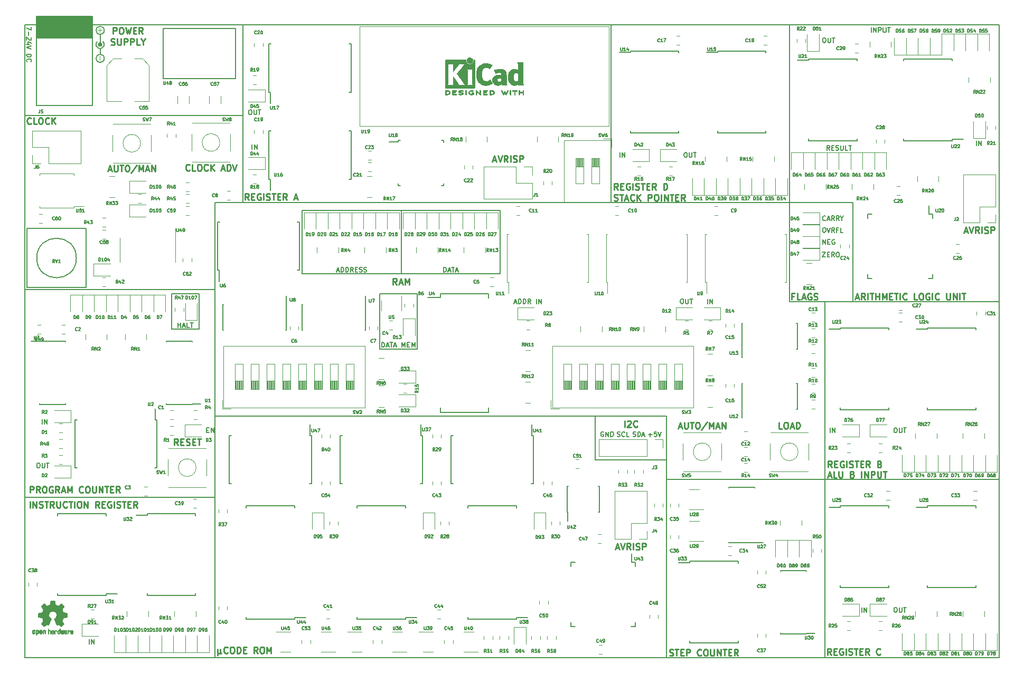
<source format=gto>
G04 #@! TF.GenerationSoftware,KiCad,Pcbnew,5.1.4+dfsg1-1~bpo10+1*
G04 #@! TF.CreationDate,2019-09-21T23:22:25+08:00*
G04 #@! TF.ProjectId,8-Bit CPU,382d4269-7420-4435-9055-2e6b69636164,rev?*
G04 #@! TF.SameCoordinates,Original*
G04 #@! TF.FileFunction,Legend,Top*
G04 #@! TF.FilePolarity,Positive*
%FSLAX46Y46*%
G04 Gerber Fmt 4.6, Leading zero omitted, Abs format (unit mm)*
G04 Created by KiCad (PCBNEW 5.1.4+dfsg1-1~bpo10+1) date 2019-09-21 23:22:25*
%MOMM*%
%LPD*%
G04 APERTURE LIST*
%ADD10C,0.254000*%
%ADD11C,0.150000*%
%ADD12C,0.177800*%
%ADD13C,0.190500*%
%ADD14C,0.120000*%
%ADD15C,0.010000*%
%ADD16C,0.100000*%
%ADD17C,0.127000*%
G04 APERTURE END LIST*
D10*
X65804142Y-79229857D02*
X65755761Y-79278238D01*
X65610619Y-79326619D01*
X65513857Y-79326619D01*
X65368714Y-79278238D01*
X65271952Y-79181476D01*
X65223571Y-79084714D01*
X65175190Y-78891190D01*
X65175190Y-78746047D01*
X65223571Y-78552523D01*
X65271952Y-78455761D01*
X65368714Y-78359000D01*
X65513857Y-78310619D01*
X65610619Y-78310619D01*
X65755761Y-78359000D01*
X65804142Y-78407380D01*
X66723380Y-79326619D02*
X66239571Y-79326619D01*
X66239571Y-78310619D01*
X67255571Y-78310619D02*
X67449095Y-78310619D01*
X67545857Y-78359000D01*
X67642619Y-78455761D01*
X67691000Y-78649285D01*
X67691000Y-78987952D01*
X67642619Y-79181476D01*
X67545857Y-79278238D01*
X67449095Y-79326619D01*
X67255571Y-79326619D01*
X67158809Y-79278238D01*
X67062047Y-79181476D01*
X67013666Y-78987952D01*
X67013666Y-78649285D01*
X67062047Y-78455761D01*
X67158809Y-78359000D01*
X67255571Y-78310619D01*
X68707000Y-79229857D02*
X68658619Y-79278238D01*
X68513476Y-79326619D01*
X68416714Y-79326619D01*
X68271571Y-79278238D01*
X68174809Y-79181476D01*
X68126428Y-79084714D01*
X68078047Y-78891190D01*
X68078047Y-78746047D01*
X68126428Y-78552523D01*
X68174809Y-78455761D01*
X68271571Y-78359000D01*
X68416714Y-78310619D01*
X68513476Y-78310619D01*
X68658619Y-78359000D01*
X68707000Y-78407380D01*
X69142428Y-79326619D02*
X69142428Y-78310619D01*
X69723000Y-79326619D02*
X69287571Y-78746047D01*
X69723000Y-78310619D02*
X69142428Y-78891190D01*
X70884142Y-79036333D02*
X71367952Y-79036333D01*
X70787380Y-79326619D02*
X71126047Y-78310619D01*
X71464714Y-79326619D01*
X71803380Y-79326619D02*
X71803380Y-78310619D01*
X72045285Y-78310619D01*
X72190428Y-78359000D01*
X72287190Y-78455761D01*
X72335571Y-78552523D01*
X72383952Y-78746047D01*
X72383952Y-78891190D01*
X72335571Y-79084714D01*
X72287190Y-79181476D01*
X72190428Y-79278238D01*
X72045285Y-79326619D01*
X71803380Y-79326619D01*
X72674238Y-78310619D02*
X73012904Y-79326619D01*
X73351571Y-78310619D01*
X52741285Y-79163333D02*
X53225095Y-79163333D01*
X52644523Y-79453619D02*
X52983190Y-78437619D01*
X53321857Y-79453619D01*
X53660523Y-78437619D02*
X53660523Y-79260095D01*
X53708904Y-79356857D01*
X53757285Y-79405238D01*
X53854047Y-79453619D01*
X54047571Y-79453619D01*
X54144333Y-79405238D01*
X54192714Y-79356857D01*
X54241095Y-79260095D01*
X54241095Y-78437619D01*
X54579761Y-78437619D02*
X55160333Y-78437619D01*
X54870047Y-79453619D02*
X54870047Y-78437619D01*
X55692523Y-78437619D02*
X55886047Y-78437619D01*
X55982809Y-78486000D01*
X56079571Y-78582761D01*
X56127952Y-78776285D01*
X56127952Y-79114952D01*
X56079571Y-79308476D01*
X55982809Y-79405238D01*
X55886047Y-79453619D01*
X55692523Y-79453619D01*
X55595761Y-79405238D01*
X55499000Y-79308476D01*
X55450619Y-79114952D01*
X55450619Y-78776285D01*
X55499000Y-78582761D01*
X55595761Y-78486000D01*
X55692523Y-78437619D01*
X57289095Y-78389238D02*
X56418238Y-79695523D01*
X57627761Y-79453619D02*
X57627761Y-78437619D01*
X57966428Y-79163333D01*
X58305095Y-78437619D01*
X58305095Y-79453619D01*
X58740523Y-79163333D02*
X59224333Y-79163333D01*
X58643761Y-79453619D02*
X58982428Y-78437619D01*
X59321095Y-79453619D01*
X59659761Y-79453619D02*
X59659761Y-78437619D01*
X60240333Y-79453619D01*
X60240333Y-78437619D01*
X168754576Y-126951619D02*
X168415909Y-126467809D01*
X168174004Y-126951619D02*
X168174004Y-125935619D01*
X168561052Y-125935619D01*
X168657814Y-125984000D01*
X168706195Y-126032380D01*
X168754576Y-126129142D01*
X168754576Y-126274285D01*
X168706195Y-126371047D01*
X168657814Y-126419428D01*
X168561052Y-126467809D01*
X168174004Y-126467809D01*
X169190004Y-126419428D02*
X169528671Y-126419428D01*
X169673814Y-126951619D02*
X169190004Y-126951619D01*
X169190004Y-125935619D01*
X169673814Y-125935619D01*
X170641433Y-125984000D02*
X170544671Y-125935619D01*
X170399528Y-125935619D01*
X170254385Y-125984000D01*
X170157623Y-126080761D01*
X170109242Y-126177523D01*
X170060861Y-126371047D01*
X170060861Y-126516190D01*
X170109242Y-126709714D01*
X170157623Y-126806476D01*
X170254385Y-126903238D01*
X170399528Y-126951619D01*
X170496290Y-126951619D01*
X170641433Y-126903238D01*
X170689814Y-126854857D01*
X170689814Y-126516190D01*
X170496290Y-126516190D01*
X171125242Y-126951619D02*
X171125242Y-125935619D01*
X171560671Y-126903238D02*
X171705814Y-126951619D01*
X171947719Y-126951619D01*
X172044480Y-126903238D01*
X172092861Y-126854857D01*
X172141242Y-126758095D01*
X172141242Y-126661333D01*
X172092861Y-126564571D01*
X172044480Y-126516190D01*
X171947719Y-126467809D01*
X171754195Y-126419428D01*
X171657433Y-126371047D01*
X171609052Y-126322666D01*
X171560671Y-126225904D01*
X171560671Y-126129142D01*
X171609052Y-126032380D01*
X171657433Y-125984000D01*
X171754195Y-125935619D01*
X171996100Y-125935619D01*
X172141242Y-125984000D01*
X172431528Y-125935619D02*
X173012100Y-125935619D01*
X172721814Y-126951619D02*
X172721814Y-125935619D01*
X173350766Y-126419428D02*
X173689433Y-126419428D01*
X173834576Y-126951619D02*
X173350766Y-126951619D01*
X173350766Y-125935619D01*
X173834576Y-125935619D01*
X174850576Y-126951619D02*
X174511909Y-126467809D01*
X174270004Y-126951619D02*
X174270004Y-125935619D01*
X174657052Y-125935619D01*
X174753814Y-125984000D01*
X174802195Y-126032380D01*
X174850576Y-126129142D01*
X174850576Y-126274285D01*
X174802195Y-126371047D01*
X174753814Y-126419428D01*
X174657052Y-126467809D01*
X174270004Y-126467809D01*
X176398766Y-126419428D02*
X176543909Y-126467809D01*
X176592290Y-126516190D01*
X176640671Y-126612952D01*
X176640671Y-126758095D01*
X176592290Y-126854857D01*
X176543909Y-126903238D01*
X176447147Y-126951619D01*
X176060100Y-126951619D01*
X176060100Y-125935619D01*
X176398766Y-125935619D01*
X176495528Y-125984000D01*
X176543909Y-126032380D01*
X176592290Y-126129142D01*
X176592290Y-126225904D01*
X176543909Y-126322666D01*
X176495528Y-126371047D01*
X176398766Y-126419428D01*
X176060100Y-126419428D01*
X168627576Y-157050619D02*
X168288909Y-156566809D01*
X168047004Y-157050619D02*
X168047004Y-156034619D01*
X168434052Y-156034619D01*
X168530814Y-156083000D01*
X168579195Y-156131380D01*
X168627576Y-156228142D01*
X168627576Y-156373285D01*
X168579195Y-156470047D01*
X168530814Y-156518428D01*
X168434052Y-156566809D01*
X168047004Y-156566809D01*
X169063004Y-156518428D02*
X169401671Y-156518428D01*
X169546814Y-157050619D02*
X169063004Y-157050619D01*
X169063004Y-156034619D01*
X169546814Y-156034619D01*
X170514433Y-156083000D02*
X170417671Y-156034619D01*
X170272528Y-156034619D01*
X170127385Y-156083000D01*
X170030623Y-156179761D01*
X169982242Y-156276523D01*
X169933861Y-156470047D01*
X169933861Y-156615190D01*
X169982242Y-156808714D01*
X170030623Y-156905476D01*
X170127385Y-157002238D01*
X170272528Y-157050619D01*
X170369290Y-157050619D01*
X170514433Y-157002238D01*
X170562814Y-156953857D01*
X170562814Y-156615190D01*
X170369290Y-156615190D01*
X170998242Y-157050619D02*
X170998242Y-156034619D01*
X171433671Y-157002238D02*
X171578814Y-157050619D01*
X171820719Y-157050619D01*
X171917480Y-157002238D01*
X171965861Y-156953857D01*
X172014242Y-156857095D01*
X172014242Y-156760333D01*
X171965861Y-156663571D01*
X171917480Y-156615190D01*
X171820719Y-156566809D01*
X171627195Y-156518428D01*
X171530433Y-156470047D01*
X171482052Y-156421666D01*
X171433671Y-156324904D01*
X171433671Y-156228142D01*
X171482052Y-156131380D01*
X171530433Y-156083000D01*
X171627195Y-156034619D01*
X171869100Y-156034619D01*
X172014242Y-156083000D01*
X172304528Y-156034619D02*
X172885100Y-156034619D01*
X172594814Y-157050619D02*
X172594814Y-156034619D01*
X173223766Y-156518428D02*
X173562433Y-156518428D01*
X173707576Y-157050619D02*
X173223766Y-157050619D01*
X173223766Y-156034619D01*
X173707576Y-156034619D01*
X174723576Y-157050619D02*
X174384909Y-156566809D01*
X174143004Y-157050619D02*
X174143004Y-156034619D01*
X174530052Y-156034619D01*
X174626814Y-156083000D01*
X174675195Y-156131380D01*
X174723576Y-156228142D01*
X174723576Y-156373285D01*
X174675195Y-156470047D01*
X174626814Y-156518428D01*
X174530052Y-156566809D01*
X174143004Y-156566809D01*
X176513671Y-156953857D02*
X176465290Y-157002238D01*
X176320147Y-157050619D01*
X176223385Y-157050619D01*
X176078242Y-157002238D01*
X175981480Y-156905476D01*
X175933100Y-156808714D01*
X175884719Y-156615190D01*
X175884719Y-156470047D01*
X175933100Y-156276523D01*
X175981480Y-156179761D01*
X176078242Y-156083000D01*
X176223385Y-156034619D01*
X176320147Y-156034619D01*
X176465290Y-156083000D01*
X176513671Y-156131380D01*
D11*
X172085000Y-84455000D02*
X172085000Y-100330000D01*
X161925000Y-84455000D02*
X172085000Y-84455000D01*
D10*
X162670671Y-99495428D02*
X162332004Y-99495428D01*
X162332004Y-100027619D02*
X162332004Y-99011619D01*
X162815814Y-99011619D01*
X163686671Y-100027619D02*
X163202861Y-100027619D01*
X163202861Y-99011619D01*
X163976957Y-99737333D02*
X164460766Y-99737333D01*
X163880195Y-100027619D02*
X164218861Y-99011619D01*
X164557528Y-100027619D01*
X165428385Y-99060000D02*
X165331623Y-99011619D01*
X165186480Y-99011619D01*
X165041338Y-99060000D01*
X164944576Y-99156761D01*
X164896195Y-99253523D01*
X164847814Y-99447047D01*
X164847814Y-99592190D01*
X164896195Y-99785714D01*
X164944576Y-99882476D01*
X165041338Y-99979238D01*
X165186480Y-100027619D01*
X165283242Y-100027619D01*
X165428385Y-99979238D01*
X165476766Y-99930857D01*
X165476766Y-99592190D01*
X165283242Y-99592190D01*
X165863814Y-99979238D02*
X166008957Y-100027619D01*
X166250861Y-100027619D01*
X166347623Y-99979238D01*
X166396004Y-99930857D01*
X166444385Y-99834095D01*
X166444385Y-99737333D01*
X166396004Y-99640571D01*
X166347623Y-99592190D01*
X166250861Y-99543809D01*
X166057338Y-99495428D01*
X165960576Y-99447047D01*
X165912195Y-99398666D01*
X165863814Y-99301904D01*
X165863814Y-99205142D01*
X165912195Y-99108380D01*
X165960576Y-99060000D01*
X166057338Y-99011619D01*
X166299242Y-99011619D01*
X166444385Y-99060000D01*
D12*
X167301998Y-91149714D02*
X167301998Y-90387714D01*
X167737427Y-91149714D01*
X167737427Y-90387714D01*
X168100284Y-90750571D02*
X168354284Y-90750571D01*
X168463141Y-91149714D02*
X168100284Y-91149714D01*
X168100284Y-90387714D01*
X168463141Y-90387714D01*
X169188855Y-90424000D02*
X169116284Y-90387714D01*
X169007427Y-90387714D01*
X168898570Y-90424000D01*
X168825998Y-90496571D01*
X168789712Y-90569142D01*
X168753427Y-90714285D01*
X168753427Y-90823142D01*
X168789712Y-90968285D01*
X168825998Y-91040857D01*
X168898570Y-91113428D01*
X169007427Y-91149714D01*
X169079998Y-91149714D01*
X169188855Y-91113428D01*
X169225141Y-91077142D01*
X169225141Y-90823142D01*
X169079998Y-90823142D01*
X167229427Y-92419714D02*
X167737427Y-92419714D01*
X167229427Y-93181714D01*
X167737427Y-93181714D01*
X168027712Y-92782571D02*
X168281712Y-92782571D01*
X168390570Y-93181714D02*
X168027712Y-93181714D01*
X168027712Y-92419714D01*
X168390570Y-92419714D01*
X169152570Y-93181714D02*
X168898570Y-92818857D01*
X168717141Y-93181714D02*
X168717141Y-92419714D01*
X169007427Y-92419714D01*
X169079998Y-92456000D01*
X169116284Y-92492285D01*
X169152570Y-92564857D01*
X169152570Y-92673714D01*
X169116284Y-92746285D01*
X169079998Y-92782571D01*
X169007427Y-92818857D01*
X168717141Y-92818857D01*
X169624284Y-92419714D02*
X169769427Y-92419714D01*
X169841998Y-92456000D01*
X169914570Y-92528571D01*
X169950855Y-92673714D01*
X169950855Y-92927714D01*
X169914570Y-93072857D01*
X169841998Y-93145428D01*
X169769427Y-93181714D01*
X169624284Y-93181714D01*
X169551712Y-93145428D01*
X169479141Y-93072857D01*
X169442855Y-92927714D01*
X169442855Y-92673714D01*
X169479141Y-92528571D01*
X169551712Y-92456000D01*
X169624284Y-92419714D01*
X167737427Y-87267142D02*
X167701141Y-87303428D01*
X167592284Y-87339714D01*
X167519712Y-87339714D01*
X167410855Y-87303428D01*
X167338284Y-87230857D01*
X167301998Y-87158285D01*
X167265712Y-87013142D01*
X167265712Y-86904285D01*
X167301998Y-86759142D01*
X167338284Y-86686571D01*
X167410855Y-86614000D01*
X167519712Y-86577714D01*
X167592284Y-86577714D01*
X167701141Y-86614000D01*
X167737427Y-86650285D01*
X168027712Y-87122000D02*
X168390570Y-87122000D01*
X167955141Y-87339714D02*
X168209141Y-86577714D01*
X168463141Y-87339714D01*
X169152570Y-87339714D02*
X168898570Y-86976857D01*
X168717141Y-87339714D02*
X168717141Y-86577714D01*
X169007427Y-86577714D01*
X169079998Y-86614000D01*
X169116284Y-86650285D01*
X169152570Y-86722857D01*
X169152570Y-86831714D01*
X169116284Y-86904285D01*
X169079998Y-86940571D01*
X169007427Y-86976857D01*
X168717141Y-86976857D01*
X169914570Y-87339714D02*
X169660570Y-86976857D01*
X169479141Y-87339714D02*
X169479141Y-86577714D01*
X169769427Y-86577714D01*
X169841998Y-86614000D01*
X169878284Y-86650285D01*
X169914570Y-86722857D01*
X169914570Y-86831714D01*
X169878284Y-86904285D01*
X169841998Y-86940571D01*
X169769427Y-86976857D01*
X169479141Y-86976857D01*
X170386284Y-86976857D02*
X170386284Y-87339714D01*
X170132284Y-86577714D02*
X170386284Y-86976857D01*
X170640284Y-86577714D01*
X167447141Y-88482714D02*
X167592284Y-88482714D01*
X167664855Y-88519000D01*
X167737427Y-88591571D01*
X167773712Y-88736714D01*
X167773712Y-88990714D01*
X167737427Y-89135857D01*
X167664855Y-89208428D01*
X167592284Y-89244714D01*
X167447141Y-89244714D01*
X167374570Y-89208428D01*
X167301998Y-89135857D01*
X167265712Y-88990714D01*
X167265712Y-88736714D01*
X167301998Y-88591571D01*
X167374570Y-88519000D01*
X167447141Y-88482714D01*
X167991427Y-88482714D02*
X168245427Y-89244714D01*
X168499427Y-88482714D01*
X169188855Y-89244714D02*
X168934855Y-88881857D01*
X168753427Y-89244714D02*
X168753427Y-88482714D01*
X169043712Y-88482714D01*
X169116284Y-88519000D01*
X169152570Y-88555285D01*
X169188855Y-88627857D01*
X169188855Y-88736714D01*
X169152570Y-88809285D01*
X169116284Y-88845571D01*
X169043712Y-88881857D01*
X168753427Y-88881857D01*
X169769427Y-88845571D02*
X169515427Y-88845571D01*
X169515427Y-89244714D02*
X169515427Y-88482714D01*
X169878284Y-88482714D01*
X170531427Y-89244714D02*
X170168570Y-89244714D01*
X170168570Y-88482714D01*
D13*
X49696460Y-155284714D02*
X49696460Y-154522714D01*
X50059317Y-155284714D02*
X50059317Y-154522714D01*
X50494746Y-155284714D01*
X50494746Y-154522714D01*
X63944500Y-104484714D02*
X63944500Y-103722714D01*
X63944500Y-104085571D02*
X64379928Y-104085571D01*
X64379928Y-104484714D02*
X64379928Y-103722714D01*
X64706500Y-104267000D02*
X65069357Y-104267000D01*
X64633928Y-104484714D02*
X64887928Y-103722714D01*
X65141928Y-104484714D01*
X65758785Y-104484714D02*
X65395928Y-104484714D01*
X65395928Y-103722714D01*
X65903928Y-103722714D02*
X66339357Y-103722714D01*
X66121642Y-104484714D02*
X66121642Y-103722714D01*
D11*
X67310000Y-104775000D02*
X62865000Y-104775000D01*
X67310000Y-99060000D02*
X67310000Y-104775000D01*
X62865000Y-99060000D02*
X67310000Y-99060000D01*
X62865000Y-104775000D02*
X62865000Y-99060000D01*
D13*
X191936460Y-75274714D02*
X191936460Y-74512714D01*
X192299317Y-75274714D02*
X192299317Y-74512714D01*
X192734746Y-75274714D01*
X192734746Y-74512714D01*
X167455396Y-58002714D02*
X167600539Y-58002714D01*
X167673110Y-58039000D01*
X167745682Y-58111571D01*
X167781967Y-58256714D01*
X167781967Y-58510714D01*
X167745682Y-58655857D01*
X167673110Y-58728428D01*
X167600539Y-58764714D01*
X167455396Y-58764714D01*
X167382825Y-58728428D01*
X167310253Y-58655857D01*
X167273967Y-58510714D01*
X167273967Y-58256714D01*
X167310253Y-58111571D01*
X167382825Y-58039000D01*
X167455396Y-58002714D01*
X168108539Y-58002714D02*
X168108539Y-58619571D01*
X168144825Y-58692142D01*
X168181110Y-58728428D01*
X168253682Y-58764714D01*
X168398825Y-58764714D01*
X168471396Y-58728428D01*
X168507682Y-58692142D01*
X168543967Y-58619571D01*
X168543967Y-58002714D01*
X168797967Y-58002714D02*
X169233396Y-58002714D01*
X169015682Y-58764714D02*
X169015682Y-58002714D01*
X175060428Y-57113714D02*
X175060428Y-56351714D01*
X175423285Y-57113714D02*
X175423285Y-56351714D01*
X175858714Y-57113714D01*
X175858714Y-56351714D01*
X176221571Y-57113714D02*
X176221571Y-56351714D01*
X176511857Y-56351714D01*
X176584428Y-56388000D01*
X176620714Y-56424285D01*
X176657000Y-56496857D01*
X176657000Y-56605714D01*
X176620714Y-56678285D01*
X176584428Y-56714571D01*
X176511857Y-56750857D01*
X176221571Y-56750857D01*
X176983571Y-56351714D02*
X176983571Y-56968571D01*
X177019857Y-57041142D01*
X177056142Y-57077428D01*
X177128714Y-57113714D01*
X177273857Y-57113714D01*
X177346428Y-57077428D01*
X177382714Y-57041142D01*
X177419000Y-56968571D01*
X177419000Y-56351714D01*
X177673000Y-56351714D02*
X178108428Y-56351714D01*
X177890714Y-57113714D02*
X177890714Y-56351714D01*
X168392928Y-76036714D02*
X168138928Y-75673857D01*
X167957500Y-76036714D02*
X167957500Y-75274714D01*
X168247785Y-75274714D01*
X168320357Y-75311000D01*
X168356642Y-75347285D01*
X168392928Y-75419857D01*
X168392928Y-75528714D01*
X168356642Y-75601285D01*
X168320357Y-75637571D01*
X168247785Y-75673857D01*
X167957500Y-75673857D01*
X168719500Y-75637571D02*
X168973500Y-75637571D01*
X169082357Y-76036714D02*
X168719500Y-76036714D01*
X168719500Y-75274714D01*
X169082357Y-75274714D01*
X169372642Y-76000428D02*
X169481500Y-76036714D01*
X169662928Y-76036714D01*
X169735500Y-76000428D01*
X169771785Y-75964142D01*
X169808071Y-75891571D01*
X169808071Y-75819000D01*
X169771785Y-75746428D01*
X169735500Y-75710142D01*
X169662928Y-75673857D01*
X169517785Y-75637571D01*
X169445214Y-75601285D01*
X169408928Y-75565000D01*
X169372642Y-75492428D01*
X169372642Y-75419857D01*
X169408928Y-75347285D01*
X169445214Y-75311000D01*
X169517785Y-75274714D01*
X169699214Y-75274714D01*
X169808071Y-75311000D01*
X170134642Y-75274714D02*
X170134642Y-75891571D01*
X170170928Y-75964142D01*
X170207214Y-76000428D01*
X170279785Y-76036714D01*
X170424928Y-76036714D01*
X170497500Y-76000428D01*
X170533785Y-75964142D01*
X170570071Y-75891571D01*
X170570071Y-75274714D01*
X171295785Y-76036714D02*
X170932928Y-76036714D01*
X170932928Y-75274714D01*
X171440928Y-75274714D02*
X171876357Y-75274714D01*
X171658642Y-76036714D02*
X171658642Y-75274714D01*
X75800857Y-75909714D02*
X75800857Y-75147714D01*
X76163714Y-75909714D02*
X76163714Y-75147714D01*
X76599142Y-75909714D01*
X76599142Y-75147714D01*
X75438000Y-69559714D02*
X75583142Y-69559714D01*
X75655714Y-69596000D01*
X75728285Y-69668571D01*
X75764571Y-69813714D01*
X75764571Y-70067714D01*
X75728285Y-70212857D01*
X75655714Y-70285428D01*
X75583142Y-70321714D01*
X75438000Y-70321714D01*
X75365428Y-70285428D01*
X75292857Y-70212857D01*
X75256571Y-70067714D01*
X75256571Y-69813714D01*
X75292857Y-69668571D01*
X75365428Y-69596000D01*
X75438000Y-69559714D01*
X76091142Y-69559714D02*
X76091142Y-70176571D01*
X76127428Y-70249142D01*
X76163714Y-70285428D01*
X76236285Y-70321714D01*
X76381428Y-70321714D01*
X76454000Y-70285428D01*
X76490285Y-70249142D01*
X76526571Y-70176571D01*
X76526571Y-69559714D01*
X76780571Y-69559714D02*
X77216000Y-69559714D01*
X76998285Y-70321714D02*
X76998285Y-69559714D01*
X134786460Y-77179714D02*
X134786460Y-76417714D01*
X135149317Y-77179714D02*
X135149317Y-76417714D01*
X135584746Y-77179714D01*
X135584746Y-76417714D01*
X145230396Y-76417714D02*
X145375539Y-76417714D01*
X145448110Y-76454000D01*
X145520682Y-76526571D01*
X145556967Y-76671714D01*
X145556967Y-76925714D01*
X145520682Y-77070857D01*
X145448110Y-77143428D01*
X145375539Y-77179714D01*
X145230396Y-77179714D01*
X145157825Y-77143428D01*
X145085253Y-77070857D01*
X145048967Y-76925714D01*
X145048967Y-76671714D01*
X145085253Y-76526571D01*
X145157825Y-76454000D01*
X145230396Y-76417714D01*
X145883539Y-76417714D02*
X145883539Y-77034571D01*
X145919825Y-77107142D01*
X145956110Y-77143428D01*
X146028682Y-77179714D01*
X146173825Y-77179714D01*
X146246396Y-77143428D01*
X146282682Y-77107142D01*
X146318967Y-77034571D01*
X146318967Y-76417714D01*
X146572967Y-76417714D02*
X147008396Y-76417714D01*
X146790682Y-77179714D02*
X146790682Y-76417714D01*
X173521460Y-150204714D02*
X173521460Y-149442714D01*
X173884317Y-150204714D02*
X173884317Y-149442714D01*
X174319746Y-150204714D01*
X174319746Y-149442714D01*
X178885396Y-149442714D02*
X179030539Y-149442714D01*
X179103110Y-149479000D01*
X179175682Y-149551571D01*
X179211967Y-149696714D01*
X179211967Y-149950714D01*
X179175682Y-150095857D01*
X179103110Y-150168428D01*
X179030539Y-150204714D01*
X178885396Y-150204714D01*
X178812825Y-150168428D01*
X178740253Y-150095857D01*
X178703967Y-149950714D01*
X178703967Y-149696714D01*
X178740253Y-149551571D01*
X178812825Y-149479000D01*
X178885396Y-149442714D01*
X179538539Y-149442714D02*
X179538539Y-150059571D01*
X179574825Y-150132142D01*
X179611110Y-150168428D01*
X179683682Y-150204714D01*
X179828825Y-150204714D01*
X179901396Y-150168428D01*
X179937682Y-150132142D01*
X179973967Y-150059571D01*
X179973967Y-149442714D01*
X180227967Y-149442714D02*
X180663396Y-149442714D01*
X180445682Y-150204714D02*
X180445682Y-149442714D01*
X178885396Y-120613714D02*
X179030539Y-120613714D01*
X179103110Y-120650000D01*
X179175682Y-120722571D01*
X179211967Y-120867714D01*
X179211967Y-121121714D01*
X179175682Y-121266857D01*
X179103110Y-121339428D01*
X179030539Y-121375714D01*
X178885396Y-121375714D01*
X178812825Y-121339428D01*
X178740253Y-121266857D01*
X178703967Y-121121714D01*
X178703967Y-120867714D01*
X178740253Y-120722571D01*
X178812825Y-120650000D01*
X178885396Y-120613714D01*
X179538539Y-120613714D02*
X179538539Y-121230571D01*
X179574825Y-121303142D01*
X179611110Y-121339428D01*
X179683682Y-121375714D01*
X179828825Y-121375714D01*
X179901396Y-121339428D01*
X179937682Y-121303142D01*
X179973967Y-121230571D01*
X179973967Y-120613714D01*
X180227967Y-120613714D02*
X180663396Y-120613714D01*
X180445682Y-121375714D02*
X180445682Y-120613714D01*
X168441460Y-121375714D02*
X168441460Y-120613714D01*
X168804317Y-121375714D02*
X168804317Y-120613714D01*
X169239746Y-121375714D01*
X169239746Y-120613714D01*
X117819714Y-100457000D02*
X118182571Y-100457000D01*
X117747142Y-100674714D02*
X118001142Y-99912714D01*
X118255142Y-100674714D01*
X118509142Y-100674714D02*
X118509142Y-99912714D01*
X118690571Y-99912714D01*
X118799428Y-99949000D01*
X118872000Y-100021571D01*
X118908285Y-100094142D01*
X118944571Y-100239285D01*
X118944571Y-100348142D01*
X118908285Y-100493285D01*
X118872000Y-100565857D01*
X118799428Y-100638428D01*
X118690571Y-100674714D01*
X118509142Y-100674714D01*
X119271142Y-100674714D02*
X119271142Y-99912714D01*
X119452571Y-99912714D01*
X119561428Y-99949000D01*
X119634000Y-100021571D01*
X119670285Y-100094142D01*
X119706571Y-100239285D01*
X119706571Y-100348142D01*
X119670285Y-100493285D01*
X119634000Y-100565857D01*
X119561428Y-100638428D01*
X119452571Y-100674714D01*
X119271142Y-100674714D01*
X120468571Y-100674714D02*
X120214571Y-100311857D01*
X120033142Y-100674714D02*
X120033142Y-99912714D01*
X120323428Y-99912714D01*
X120396000Y-99949000D01*
X120432285Y-99985285D01*
X120468571Y-100057857D01*
X120468571Y-100166714D01*
X120432285Y-100239285D01*
X120396000Y-100275571D01*
X120323428Y-100311857D01*
X120033142Y-100311857D01*
X121375714Y-100674714D02*
X121375714Y-99912714D01*
X121738571Y-100674714D02*
X121738571Y-99912714D01*
X122174000Y-100674714D01*
X122174000Y-99912714D01*
X148825857Y-100674714D02*
X148825857Y-99912714D01*
X149188714Y-100674714D02*
X149188714Y-99912714D01*
X149624142Y-100674714D01*
X149624142Y-99912714D01*
X144653000Y-99912714D02*
X144798142Y-99912714D01*
X144870714Y-99949000D01*
X144943285Y-100021571D01*
X144979571Y-100166714D01*
X144979571Y-100420714D01*
X144943285Y-100565857D01*
X144870714Y-100638428D01*
X144798142Y-100674714D01*
X144653000Y-100674714D01*
X144580428Y-100638428D01*
X144507857Y-100565857D01*
X144471571Y-100420714D01*
X144471571Y-100166714D01*
X144507857Y-100021571D01*
X144580428Y-99949000D01*
X144653000Y-99912714D01*
X145306142Y-99912714D02*
X145306142Y-100529571D01*
X145342428Y-100602142D01*
X145378714Y-100638428D01*
X145451285Y-100674714D01*
X145596428Y-100674714D01*
X145669000Y-100638428D01*
X145705285Y-100602142D01*
X145741571Y-100529571D01*
X145741571Y-99912714D01*
X145995571Y-99912714D02*
X146431000Y-99912714D01*
X146213285Y-100674714D02*
X146213285Y-99912714D01*
D11*
X40422285Y-56224714D02*
X40422285Y-56732714D01*
X39660285Y-56406142D01*
X39950571Y-57023000D02*
X39950571Y-57603571D01*
X40349714Y-57930142D02*
X40386000Y-57966428D01*
X40422285Y-58039000D01*
X40422285Y-58220428D01*
X40386000Y-58293000D01*
X40349714Y-58329285D01*
X40277142Y-58365571D01*
X40204571Y-58365571D01*
X40095714Y-58329285D01*
X39660285Y-57893857D01*
X39660285Y-58365571D01*
X40168285Y-59018714D02*
X39660285Y-59018714D01*
X40458571Y-58837285D02*
X39914285Y-58655857D01*
X39914285Y-59127571D01*
X40422285Y-59309000D02*
X39660285Y-59563000D01*
X40422285Y-59817000D01*
X39660285Y-60651571D02*
X40422285Y-60651571D01*
X40422285Y-60833000D01*
X40386000Y-60941857D01*
X40313428Y-61014428D01*
X40240857Y-61050714D01*
X40095714Y-61087000D01*
X39986857Y-61087000D01*
X39841714Y-61050714D01*
X39769142Y-61014428D01*
X39696571Y-60941857D01*
X39660285Y-60833000D01*
X39660285Y-60651571D01*
X39732857Y-61849000D02*
X39696571Y-61812714D01*
X39660285Y-61703857D01*
X39660285Y-61631285D01*
X39696571Y-61522428D01*
X39769142Y-61449857D01*
X39841714Y-61413571D01*
X39986857Y-61377285D01*
X40095714Y-61377285D01*
X40240857Y-61413571D01*
X40313428Y-61449857D01*
X40386000Y-61522428D01*
X40422285Y-61631285D01*
X40422285Y-61703857D01*
X40386000Y-61812714D01*
X40349714Y-61849000D01*
D10*
X53533523Y-57355619D02*
X53533523Y-56339619D01*
X53920571Y-56339619D01*
X54017333Y-56388000D01*
X54065714Y-56436380D01*
X54114095Y-56533142D01*
X54114095Y-56678285D01*
X54065714Y-56775047D01*
X54017333Y-56823428D01*
X53920571Y-56871809D01*
X53533523Y-56871809D01*
X54743047Y-56339619D02*
X54936571Y-56339619D01*
X55033333Y-56388000D01*
X55130095Y-56484761D01*
X55178476Y-56678285D01*
X55178476Y-57016952D01*
X55130095Y-57210476D01*
X55033333Y-57307238D01*
X54936571Y-57355619D01*
X54743047Y-57355619D01*
X54646285Y-57307238D01*
X54549523Y-57210476D01*
X54501142Y-57016952D01*
X54501142Y-56678285D01*
X54549523Y-56484761D01*
X54646285Y-56388000D01*
X54743047Y-56339619D01*
X55517142Y-56339619D02*
X55759047Y-57355619D01*
X55952571Y-56629904D01*
X56146095Y-57355619D01*
X56388000Y-56339619D01*
X56775047Y-56823428D02*
X57113714Y-56823428D01*
X57258857Y-57355619D02*
X56775047Y-57355619D01*
X56775047Y-56339619D01*
X57258857Y-56339619D01*
X58274857Y-57355619D02*
X57936190Y-56871809D01*
X57694285Y-57355619D02*
X57694285Y-56339619D01*
X58081333Y-56339619D01*
X58178095Y-56388000D01*
X58226476Y-56436380D01*
X58274857Y-56533142D01*
X58274857Y-56678285D01*
X58226476Y-56775047D01*
X58178095Y-56823428D01*
X58081333Y-56871809D01*
X57694285Y-56871809D01*
X53194857Y-59085238D02*
X53340000Y-59133619D01*
X53581904Y-59133619D01*
X53678666Y-59085238D01*
X53727047Y-59036857D01*
X53775428Y-58940095D01*
X53775428Y-58843333D01*
X53727047Y-58746571D01*
X53678666Y-58698190D01*
X53581904Y-58649809D01*
X53388380Y-58601428D01*
X53291619Y-58553047D01*
X53243238Y-58504666D01*
X53194857Y-58407904D01*
X53194857Y-58311142D01*
X53243238Y-58214380D01*
X53291619Y-58166000D01*
X53388380Y-58117619D01*
X53630285Y-58117619D01*
X53775428Y-58166000D01*
X54210857Y-58117619D02*
X54210857Y-58940095D01*
X54259238Y-59036857D01*
X54307619Y-59085238D01*
X54404380Y-59133619D01*
X54597904Y-59133619D01*
X54694666Y-59085238D01*
X54743047Y-59036857D01*
X54791428Y-58940095D01*
X54791428Y-58117619D01*
X55275238Y-59133619D02*
X55275238Y-58117619D01*
X55662285Y-58117619D01*
X55759047Y-58166000D01*
X55807428Y-58214380D01*
X55855809Y-58311142D01*
X55855809Y-58456285D01*
X55807428Y-58553047D01*
X55759047Y-58601428D01*
X55662285Y-58649809D01*
X55275238Y-58649809D01*
X56291238Y-59133619D02*
X56291238Y-58117619D01*
X56678285Y-58117619D01*
X56775047Y-58166000D01*
X56823428Y-58214380D01*
X56871809Y-58311142D01*
X56871809Y-58456285D01*
X56823428Y-58553047D01*
X56775047Y-58601428D01*
X56678285Y-58649809D01*
X56291238Y-58649809D01*
X57791047Y-59133619D02*
X57307238Y-59133619D01*
X57307238Y-58117619D01*
X58323238Y-58649809D02*
X58323238Y-59133619D01*
X57984571Y-58117619D02*
X58323238Y-58649809D01*
X58661904Y-58117619D01*
X40357576Y-71736857D02*
X40309195Y-71785238D01*
X40164052Y-71833619D01*
X40067290Y-71833619D01*
X39922147Y-71785238D01*
X39825385Y-71688476D01*
X39777004Y-71591714D01*
X39728623Y-71398190D01*
X39728623Y-71253047D01*
X39777004Y-71059523D01*
X39825385Y-70962761D01*
X39922147Y-70866000D01*
X40067290Y-70817619D01*
X40164052Y-70817619D01*
X40309195Y-70866000D01*
X40357576Y-70914380D01*
X41276814Y-71833619D02*
X40793004Y-71833619D01*
X40793004Y-70817619D01*
X41809004Y-70817619D02*
X42002528Y-70817619D01*
X42099290Y-70866000D01*
X42196052Y-70962761D01*
X42244433Y-71156285D01*
X42244433Y-71494952D01*
X42196052Y-71688476D01*
X42099290Y-71785238D01*
X42002528Y-71833619D01*
X41809004Y-71833619D01*
X41712242Y-71785238D01*
X41615480Y-71688476D01*
X41567100Y-71494952D01*
X41567100Y-71156285D01*
X41615480Y-70962761D01*
X41712242Y-70866000D01*
X41809004Y-70817619D01*
X43260433Y-71736857D02*
X43212052Y-71785238D01*
X43066909Y-71833619D01*
X42970147Y-71833619D01*
X42825004Y-71785238D01*
X42728242Y-71688476D01*
X42679861Y-71591714D01*
X42631480Y-71398190D01*
X42631480Y-71253047D01*
X42679861Y-71059523D01*
X42728242Y-70962761D01*
X42825004Y-70866000D01*
X42970147Y-70817619D01*
X43066909Y-70817619D01*
X43212052Y-70866000D01*
X43260433Y-70914380D01*
X43695861Y-71833619D02*
X43695861Y-70817619D01*
X44276433Y-71833619D02*
X43841004Y-71253047D01*
X44276433Y-70817619D02*
X43695861Y-71398190D01*
D11*
X74295000Y-70485000D02*
X39370000Y-70485000D01*
D10*
X75282576Y-84025619D02*
X74943909Y-83541809D01*
X74702004Y-84025619D02*
X74702004Y-83009619D01*
X75089052Y-83009619D01*
X75185814Y-83058000D01*
X75234195Y-83106380D01*
X75282576Y-83203142D01*
X75282576Y-83348285D01*
X75234195Y-83445047D01*
X75185814Y-83493428D01*
X75089052Y-83541809D01*
X74702004Y-83541809D01*
X75718004Y-83493428D02*
X76056671Y-83493428D01*
X76201814Y-84025619D02*
X75718004Y-84025619D01*
X75718004Y-83009619D01*
X76201814Y-83009619D01*
X77169433Y-83058000D02*
X77072671Y-83009619D01*
X76927528Y-83009619D01*
X76782385Y-83058000D01*
X76685623Y-83154761D01*
X76637242Y-83251523D01*
X76588861Y-83445047D01*
X76588861Y-83590190D01*
X76637242Y-83783714D01*
X76685623Y-83880476D01*
X76782385Y-83977238D01*
X76927528Y-84025619D01*
X77024290Y-84025619D01*
X77169433Y-83977238D01*
X77217814Y-83928857D01*
X77217814Y-83590190D01*
X77024290Y-83590190D01*
X77653242Y-84025619D02*
X77653242Y-83009619D01*
X78088671Y-83977238D02*
X78233814Y-84025619D01*
X78475719Y-84025619D01*
X78572480Y-83977238D01*
X78620861Y-83928857D01*
X78669242Y-83832095D01*
X78669242Y-83735333D01*
X78620861Y-83638571D01*
X78572480Y-83590190D01*
X78475719Y-83541809D01*
X78282195Y-83493428D01*
X78185433Y-83445047D01*
X78137052Y-83396666D01*
X78088671Y-83299904D01*
X78088671Y-83203142D01*
X78137052Y-83106380D01*
X78185433Y-83058000D01*
X78282195Y-83009619D01*
X78524100Y-83009619D01*
X78669242Y-83058000D01*
X78959528Y-83009619D02*
X79540100Y-83009619D01*
X79249814Y-84025619D02*
X79249814Y-83009619D01*
X79878766Y-83493428D02*
X80217433Y-83493428D01*
X80362576Y-84025619D02*
X79878766Y-84025619D01*
X79878766Y-83009619D01*
X80362576Y-83009619D01*
X81378576Y-84025619D02*
X81039909Y-83541809D01*
X80798004Y-84025619D02*
X80798004Y-83009619D01*
X81185052Y-83009619D01*
X81281814Y-83058000D01*
X81330195Y-83106380D01*
X81378576Y-83203142D01*
X81378576Y-83348285D01*
X81330195Y-83445047D01*
X81281814Y-83493428D01*
X81185052Y-83541809D01*
X80798004Y-83541809D01*
X82539719Y-83735333D02*
X83023528Y-83735333D01*
X82442957Y-84025619D02*
X82781623Y-83009619D01*
X83120290Y-84025619D01*
D11*
X115570000Y-95885000D02*
X99695000Y-95885000D01*
X115570000Y-85725000D02*
X115570000Y-95885000D01*
X99695000Y-85725000D02*
X115570000Y-85725000D01*
X99695000Y-95885000D02*
X99695000Y-85725000D01*
X83820000Y-95885000D02*
X99695000Y-95885000D01*
X83820000Y-85725000D02*
X83820000Y-95885000D01*
X99695000Y-85725000D02*
X83820000Y-85725000D01*
X74295000Y-55880000D02*
X74295000Y-84455000D01*
D10*
X114420952Y-77639333D02*
X114904761Y-77639333D01*
X114324190Y-77929619D02*
X114662857Y-76913619D01*
X115001523Y-77929619D01*
X115195047Y-76913619D02*
X115533714Y-77929619D01*
X115872380Y-76913619D01*
X116791619Y-77929619D02*
X116452952Y-77445809D01*
X116211047Y-77929619D02*
X116211047Y-76913619D01*
X116598095Y-76913619D01*
X116694857Y-76962000D01*
X116743238Y-77010380D01*
X116791619Y-77107142D01*
X116791619Y-77252285D01*
X116743238Y-77349047D01*
X116694857Y-77397428D01*
X116598095Y-77445809D01*
X116211047Y-77445809D01*
X117227047Y-77929619D02*
X117227047Y-76913619D01*
X117662476Y-77881238D02*
X117807619Y-77929619D01*
X118049523Y-77929619D01*
X118146285Y-77881238D01*
X118194666Y-77832857D01*
X118243047Y-77736095D01*
X118243047Y-77639333D01*
X118194666Y-77542571D01*
X118146285Y-77494190D01*
X118049523Y-77445809D01*
X117856000Y-77397428D01*
X117759238Y-77349047D01*
X117710857Y-77300666D01*
X117662476Y-77203904D01*
X117662476Y-77107142D01*
X117710857Y-77010380D01*
X117759238Y-76962000D01*
X117856000Y-76913619D01*
X118097904Y-76913619D01*
X118243047Y-76962000D01*
X118678476Y-77929619D02*
X118678476Y-76913619D01*
X119065523Y-76913619D01*
X119162285Y-76962000D01*
X119210666Y-77010380D01*
X119259047Y-77107142D01*
X119259047Y-77252285D01*
X119210666Y-77349047D01*
X119162285Y-77397428D01*
X119065523Y-77445809D01*
X118678476Y-77445809D01*
D11*
X39370000Y-55880000D02*
X39370000Y-98425000D01*
X133350000Y-55880000D02*
X39370000Y-55880000D01*
D10*
X189985952Y-89069333D02*
X190469761Y-89069333D01*
X189889190Y-89359619D02*
X190227857Y-88343619D01*
X190566523Y-89359619D01*
X190760047Y-88343619D02*
X191098714Y-89359619D01*
X191437380Y-88343619D01*
X192356619Y-89359619D02*
X192017952Y-88875809D01*
X191776047Y-89359619D02*
X191776047Y-88343619D01*
X192163095Y-88343619D01*
X192259857Y-88392000D01*
X192308238Y-88440380D01*
X192356619Y-88537142D01*
X192356619Y-88682285D01*
X192308238Y-88779047D01*
X192259857Y-88827428D01*
X192163095Y-88875809D01*
X191776047Y-88875809D01*
X192792047Y-89359619D02*
X192792047Y-88343619D01*
X193227476Y-89311238D02*
X193372619Y-89359619D01*
X193614523Y-89359619D01*
X193711285Y-89311238D01*
X193759666Y-89262857D01*
X193808047Y-89166095D01*
X193808047Y-89069333D01*
X193759666Y-88972571D01*
X193711285Y-88924190D01*
X193614523Y-88875809D01*
X193421000Y-88827428D01*
X193324238Y-88779047D01*
X193275857Y-88730666D01*
X193227476Y-88633904D01*
X193227476Y-88537142D01*
X193275857Y-88440380D01*
X193324238Y-88392000D01*
X193421000Y-88343619D01*
X193662904Y-88343619D01*
X193808047Y-88392000D01*
X194243476Y-89359619D02*
X194243476Y-88343619D01*
X194630523Y-88343619D01*
X194727285Y-88392000D01*
X194775666Y-88440380D01*
X194824047Y-88537142D01*
X194824047Y-88682285D01*
X194775666Y-88779047D01*
X194727285Y-88827428D01*
X194630523Y-88875809D01*
X194243476Y-88875809D01*
X172570623Y-99737333D02*
X173054433Y-99737333D01*
X172473861Y-100027619D02*
X172812528Y-99011619D01*
X173151195Y-100027619D01*
X174070433Y-100027619D02*
X173731766Y-99543809D01*
X173489861Y-100027619D02*
X173489861Y-99011619D01*
X173876909Y-99011619D01*
X173973671Y-99060000D01*
X174022052Y-99108380D01*
X174070433Y-99205142D01*
X174070433Y-99350285D01*
X174022052Y-99447047D01*
X173973671Y-99495428D01*
X173876909Y-99543809D01*
X173489861Y-99543809D01*
X174505861Y-100027619D02*
X174505861Y-99011619D01*
X174844528Y-99011619D02*
X175425100Y-99011619D01*
X175134814Y-100027619D02*
X175134814Y-99011619D01*
X175763766Y-100027619D02*
X175763766Y-99011619D01*
X175763766Y-99495428D02*
X176344338Y-99495428D01*
X176344338Y-100027619D02*
X176344338Y-99011619D01*
X176828147Y-100027619D02*
X176828147Y-99011619D01*
X177166814Y-99737333D01*
X177505480Y-99011619D01*
X177505480Y-100027619D01*
X177989290Y-99495428D02*
X178327957Y-99495428D01*
X178473100Y-100027619D02*
X177989290Y-100027619D01*
X177989290Y-99011619D01*
X178473100Y-99011619D01*
X178763385Y-99011619D02*
X179343957Y-99011619D01*
X179053671Y-100027619D02*
X179053671Y-99011619D01*
X179682623Y-100027619D02*
X179682623Y-99011619D01*
X180747004Y-99930857D02*
X180698623Y-99979238D01*
X180553480Y-100027619D01*
X180456719Y-100027619D01*
X180311576Y-99979238D01*
X180214814Y-99882476D01*
X180166433Y-99785714D01*
X180118052Y-99592190D01*
X180118052Y-99447047D01*
X180166433Y-99253523D01*
X180214814Y-99156761D01*
X180311576Y-99060000D01*
X180456719Y-99011619D01*
X180553480Y-99011619D01*
X180698623Y-99060000D01*
X180747004Y-99108380D01*
X182440338Y-100027619D02*
X181956528Y-100027619D01*
X181956528Y-99011619D01*
X182972528Y-99011619D02*
X183166052Y-99011619D01*
X183262814Y-99060000D01*
X183359576Y-99156761D01*
X183407957Y-99350285D01*
X183407957Y-99688952D01*
X183359576Y-99882476D01*
X183262814Y-99979238D01*
X183166052Y-100027619D01*
X182972528Y-100027619D01*
X182875766Y-99979238D01*
X182779004Y-99882476D01*
X182730623Y-99688952D01*
X182730623Y-99350285D01*
X182779004Y-99156761D01*
X182875766Y-99060000D01*
X182972528Y-99011619D01*
X184375576Y-99060000D02*
X184278814Y-99011619D01*
X184133671Y-99011619D01*
X183988528Y-99060000D01*
X183891766Y-99156761D01*
X183843385Y-99253523D01*
X183795004Y-99447047D01*
X183795004Y-99592190D01*
X183843385Y-99785714D01*
X183891766Y-99882476D01*
X183988528Y-99979238D01*
X184133671Y-100027619D01*
X184230433Y-100027619D01*
X184375576Y-99979238D01*
X184423957Y-99930857D01*
X184423957Y-99592190D01*
X184230433Y-99592190D01*
X184859385Y-100027619D02*
X184859385Y-99011619D01*
X185923766Y-99930857D02*
X185875385Y-99979238D01*
X185730242Y-100027619D01*
X185633480Y-100027619D01*
X185488338Y-99979238D01*
X185391576Y-99882476D01*
X185343195Y-99785714D01*
X185294814Y-99592190D01*
X185294814Y-99447047D01*
X185343195Y-99253523D01*
X185391576Y-99156761D01*
X185488338Y-99060000D01*
X185633480Y-99011619D01*
X185730242Y-99011619D01*
X185875385Y-99060000D01*
X185923766Y-99108380D01*
X187133290Y-99011619D02*
X187133290Y-99834095D01*
X187181671Y-99930857D01*
X187230052Y-99979238D01*
X187326814Y-100027619D01*
X187520338Y-100027619D01*
X187617100Y-99979238D01*
X187665480Y-99930857D01*
X187713861Y-99834095D01*
X187713861Y-99011619D01*
X188197671Y-100027619D02*
X188197671Y-99011619D01*
X188778242Y-100027619D01*
X188778242Y-99011619D01*
X189262052Y-100027619D02*
X189262052Y-99011619D01*
X189600719Y-99011619D02*
X190181290Y-99011619D01*
X189891004Y-100027619D02*
X189891004Y-99011619D01*
X134464576Y-82374619D02*
X134125909Y-81890809D01*
X133884004Y-82374619D02*
X133884004Y-81358619D01*
X134271052Y-81358619D01*
X134367814Y-81407000D01*
X134416195Y-81455380D01*
X134464576Y-81552142D01*
X134464576Y-81697285D01*
X134416195Y-81794047D01*
X134367814Y-81842428D01*
X134271052Y-81890809D01*
X133884004Y-81890809D01*
X134900004Y-81842428D02*
X135238671Y-81842428D01*
X135383814Y-82374619D02*
X134900004Y-82374619D01*
X134900004Y-81358619D01*
X135383814Y-81358619D01*
X136351433Y-81407000D02*
X136254671Y-81358619D01*
X136109528Y-81358619D01*
X135964385Y-81407000D01*
X135867623Y-81503761D01*
X135819242Y-81600523D01*
X135770861Y-81794047D01*
X135770861Y-81939190D01*
X135819242Y-82132714D01*
X135867623Y-82229476D01*
X135964385Y-82326238D01*
X136109528Y-82374619D01*
X136206290Y-82374619D01*
X136351433Y-82326238D01*
X136399814Y-82277857D01*
X136399814Y-81939190D01*
X136206290Y-81939190D01*
X136835242Y-82374619D02*
X136835242Y-81358619D01*
X137270671Y-82326238D02*
X137415814Y-82374619D01*
X137657719Y-82374619D01*
X137754480Y-82326238D01*
X137802861Y-82277857D01*
X137851242Y-82181095D01*
X137851242Y-82084333D01*
X137802861Y-81987571D01*
X137754480Y-81939190D01*
X137657719Y-81890809D01*
X137464195Y-81842428D01*
X137367433Y-81794047D01*
X137319052Y-81745666D01*
X137270671Y-81648904D01*
X137270671Y-81552142D01*
X137319052Y-81455380D01*
X137367433Y-81407000D01*
X137464195Y-81358619D01*
X137706100Y-81358619D01*
X137851242Y-81407000D01*
X138141528Y-81358619D02*
X138722100Y-81358619D01*
X138431814Y-82374619D02*
X138431814Y-81358619D01*
X139060766Y-81842428D02*
X139399433Y-81842428D01*
X139544576Y-82374619D02*
X139060766Y-82374619D01*
X139060766Y-81358619D01*
X139544576Y-81358619D01*
X140560576Y-82374619D02*
X140221909Y-81890809D01*
X139980004Y-82374619D02*
X139980004Y-81358619D01*
X140367052Y-81358619D01*
X140463814Y-81407000D01*
X140512195Y-81455380D01*
X140560576Y-81552142D01*
X140560576Y-81697285D01*
X140512195Y-81794047D01*
X140463814Y-81842428D01*
X140367052Y-81890809D01*
X139980004Y-81890809D01*
X141770100Y-82374619D02*
X141770100Y-81358619D01*
X142012004Y-81358619D01*
X142157147Y-81407000D01*
X142253909Y-81503761D01*
X142302290Y-81600523D01*
X142350671Y-81794047D01*
X142350671Y-81939190D01*
X142302290Y-82132714D01*
X142253909Y-82229476D01*
X142157147Y-82326238D01*
X142012004Y-82374619D01*
X141770100Y-82374619D01*
D11*
X133350000Y-55880000D02*
X133350000Y-84455000D01*
X161925000Y-55880000D02*
X133350000Y-55880000D01*
X195580000Y-55880000D02*
X161925000Y-55880000D01*
X195580000Y-100330000D02*
X195580000Y-55880000D01*
X161925000Y-84455000D02*
X161925000Y-55880000D01*
X133985000Y-84455000D02*
X161925000Y-84455000D01*
X161925000Y-100330000D02*
X161925000Y-84455000D01*
X167640000Y-100330000D02*
X161925000Y-100330000D01*
D10*
X160763857Y-120728619D02*
X160280047Y-120728619D01*
X160280047Y-119712619D01*
X161296047Y-119712619D02*
X161489571Y-119712619D01*
X161586333Y-119761000D01*
X161683095Y-119857761D01*
X161731476Y-120051285D01*
X161731476Y-120389952D01*
X161683095Y-120583476D01*
X161586333Y-120680238D01*
X161489571Y-120728619D01*
X161296047Y-120728619D01*
X161199285Y-120680238D01*
X161102523Y-120583476D01*
X161054142Y-120389952D01*
X161054142Y-120051285D01*
X161102523Y-119857761D01*
X161199285Y-119761000D01*
X161296047Y-119712619D01*
X162118523Y-120438333D02*
X162602333Y-120438333D01*
X162021761Y-120728619D02*
X162360428Y-119712619D01*
X162699095Y-120728619D01*
X163037761Y-120728619D02*
X163037761Y-119712619D01*
X163279666Y-119712619D01*
X163424809Y-119761000D01*
X163521571Y-119857761D01*
X163569952Y-119954523D01*
X163618333Y-120148047D01*
X163618333Y-120293190D01*
X163569952Y-120486714D01*
X163521571Y-120583476D01*
X163424809Y-120680238D01*
X163279666Y-120728619D01*
X163037761Y-120728619D01*
X144181285Y-120438333D02*
X144665095Y-120438333D01*
X144084523Y-120728619D02*
X144423190Y-119712619D01*
X144761857Y-120728619D01*
X145100523Y-119712619D02*
X145100523Y-120535095D01*
X145148904Y-120631857D01*
X145197285Y-120680238D01*
X145294047Y-120728619D01*
X145487571Y-120728619D01*
X145584333Y-120680238D01*
X145632714Y-120631857D01*
X145681095Y-120535095D01*
X145681095Y-119712619D01*
X146019761Y-119712619D02*
X146600333Y-119712619D01*
X146310047Y-120728619D02*
X146310047Y-119712619D01*
X147132523Y-119712619D02*
X147326047Y-119712619D01*
X147422809Y-119761000D01*
X147519571Y-119857761D01*
X147567952Y-120051285D01*
X147567952Y-120389952D01*
X147519571Y-120583476D01*
X147422809Y-120680238D01*
X147326047Y-120728619D01*
X147132523Y-120728619D01*
X147035761Y-120680238D01*
X146939000Y-120583476D01*
X146890619Y-120389952D01*
X146890619Y-120051285D01*
X146939000Y-119857761D01*
X147035761Y-119761000D01*
X147132523Y-119712619D01*
X148729095Y-119664238D02*
X147858238Y-120970523D01*
X149067761Y-120728619D02*
X149067761Y-119712619D01*
X149406428Y-120438333D01*
X149745095Y-119712619D01*
X149745095Y-120728619D01*
X150180523Y-120438333D02*
X150664333Y-120438333D01*
X150083761Y-120728619D02*
X150422428Y-119712619D01*
X150761095Y-120728619D01*
X151099761Y-120728619D02*
X151099761Y-119712619D01*
X151680333Y-120728619D01*
X151680333Y-119712619D01*
D11*
X195580000Y-128905000D02*
X195580000Y-100330000D01*
X195580000Y-100330000D02*
X167640000Y-100330000D01*
D10*
X168125623Y-128312333D02*
X168609433Y-128312333D01*
X168028861Y-128602619D02*
X168367528Y-127586619D01*
X168706195Y-128602619D01*
X169528671Y-128602619D02*
X169044861Y-128602619D01*
X169044861Y-127586619D01*
X169867338Y-127586619D02*
X169867338Y-128409095D01*
X169915719Y-128505857D01*
X169964100Y-128554238D01*
X170060861Y-128602619D01*
X170254385Y-128602619D01*
X170351147Y-128554238D01*
X170399528Y-128505857D01*
X170447909Y-128409095D01*
X170447909Y-127586619D01*
X172044480Y-128070428D02*
X172189623Y-128118809D01*
X172238004Y-128167190D01*
X172286385Y-128263952D01*
X172286385Y-128409095D01*
X172238004Y-128505857D01*
X172189623Y-128554238D01*
X172092861Y-128602619D01*
X171705814Y-128602619D01*
X171705814Y-127586619D01*
X172044480Y-127586619D01*
X172141242Y-127635000D01*
X172189623Y-127683380D01*
X172238004Y-127780142D01*
X172238004Y-127876904D01*
X172189623Y-127973666D01*
X172141242Y-128022047D01*
X172044480Y-128070428D01*
X171705814Y-128070428D01*
X173495909Y-128602619D02*
X173495909Y-127586619D01*
X173979719Y-128602619D02*
X173979719Y-127586619D01*
X174560290Y-128602619D01*
X174560290Y-127586619D01*
X175044100Y-128602619D02*
X175044100Y-127586619D01*
X175431147Y-127586619D01*
X175527909Y-127635000D01*
X175576290Y-127683380D01*
X175624671Y-127780142D01*
X175624671Y-127925285D01*
X175576290Y-128022047D01*
X175527909Y-128070428D01*
X175431147Y-128118809D01*
X175044100Y-128118809D01*
X176060100Y-127586619D02*
X176060100Y-128409095D01*
X176108480Y-128505857D01*
X176156861Y-128554238D01*
X176253623Y-128602619D01*
X176447147Y-128602619D01*
X176543909Y-128554238D01*
X176592290Y-128505857D01*
X176640671Y-128409095D01*
X176640671Y-127586619D01*
X176979338Y-127586619D02*
X177559909Y-127586619D01*
X177269623Y-128602619D02*
X177269623Y-127586619D01*
X98993476Y-97614619D02*
X98654809Y-97130809D01*
X98412904Y-97614619D02*
X98412904Y-96598619D01*
X98799952Y-96598619D01*
X98896714Y-96647000D01*
X98945095Y-96695380D01*
X98993476Y-96792142D01*
X98993476Y-96937285D01*
X98945095Y-97034047D01*
X98896714Y-97082428D01*
X98799952Y-97130809D01*
X98412904Y-97130809D01*
X99380523Y-97324333D02*
X99864333Y-97324333D01*
X99283761Y-97614619D02*
X99622428Y-96598619D01*
X99961095Y-97614619D01*
X100299761Y-97614619D02*
X100299761Y-96598619D01*
X100638428Y-97324333D01*
X100977095Y-96598619D01*
X100977095Y-97614619D01*
D13*
X106489500Y-95594714D02*
X106489500Y-94832714D01*
X106670928Y-94832714D01*
X106779785Y-94869000D01*
X106852357Y-94941571D01*
X106888642Y-95014142D01*
X106924928Y-95159285D01*
X106924928Y-95268142D01*
X106888642Y-95413285D01*
X106852357Y-95485857D01*
X106779785Y-95558428D01*
X106670928Y-95594714D01*
X106489500Y-95594714D01*
X107215214Y-95377000D02*
X107578071Y-95377000D01*
X107142642Y-95594714D02*
X107396642Y-94832714D01*
X107650642Y-95594714D01*
X107795785Y-94832714D02*
X108231214Y-94832714D01*
X108013500Y-95594714D02*
X108013500Y-94832714D01*
X108448928Y-95377000D02*
X108811785Y-95377000D01*
X108376357Y-95594714D02*
X108630357Y-94832714D01*
X108884357Y-95594714D01*
X89362642Y-95377000D02*
X89725500Y-95377000D01*
X89290071Y-95594714D02*
X89544071Y-94832714D01*
X89798071Y-95594714D01*
X90052071Y-95594714D02*
X90052071Y-94832714D01*
X90233500Y-94832714D01*
X90342357Y-94869000D01*
X90414928Y-94941571D01*
X90451214Y-95014142D01*
X90487500Y-95159285D01*
X90487500Y-95268142D01*
X90451214Y-95413285D01*
X90414928Y-95485857D01*
X90342357Y-95558428D01*
X90233500Y-95594714D01*
X90052071Y-95594714D01*
X90814071Y-95594714D02*
X90814071Y-94832714D01*
X90995500Y-94832714D01*
X91104357Y-94869000D01*
X91176928Y-94941571D01*
X91213214Y-95014142D01*
X91249500Y-95159285D01*
X91249500Y-95268142D01*
X91213214Y-95413285D01*
X91176928Y-95485857D01*
X91104357Y-95558428D01*
X90995500Y-95594714D01*
X90814071Y-95594714D01*
X92011500Y-95594714D02*
X91757500Y-95231857D01*
X91576071Y-95594714D02*
X91576071Y-94832714D01*
X91866357Y-94832714D01*
X91938928Y-94869000D01*
X91975214Y-94905285D01*
X92011500Y-94977857D01*
X92011500Y-95086714D01*
X91975214Y-95159285D01*
X91938928Y-95195571D01*
X91866357Y-95231857D01*
X91576071Y-95231857D01*
X92338071Y-95195571D02*
X92592071Y-95195571D01*
X92700928Y-95594714D02*
X92338071Y-95594714D01*
X92338071Y-94832714D01*
X92700928Y-94832714D01*
X92991214Y-95558428D02*
X93100071Y-95594714D01*
X93281500Y-95594714D01*
X93354071Y-95558428D01*
X93390357Y-95522142D01*
X93426642Y-95449571D01*
X93426642Y-95377000D01*
X93390357Y-95304428D01*
X93354071Y-95268142D01*
X93281500Y-95231857D01*
X93136357Y-95195571D01*
X93063785Y-95159285D01*
X93027500Y-95123000D01*
X92991214Y-95050428D01*
X92991214Y-94977857D01*
X93027500Y-94905285D01*
X93063785Y-94869000D01*
X93136357Y-94832714D01*
X93317785Y-94832714D01*
X93426642Y-94869000D01*
X93716928Y-95558428D02*
X93825785Y-95594714D01*
X94007214Y-95594714D01*
X94079785Y-95558428D01*
X94116071Y-95522142D01*
X94152357Y-95449571D01*
X94152357Y-95377000D01*
X94116071Y-95304428D01*
X94079785Y-95268142D01*
X94007214Y-95231857D01*
X93862071Y-95195571D01*
X93789500Y-95159285D01*
X93753214Y-95123000D01*
X93716928Y-95050428D01*
X93716928Y-94977857D01*
X93753214Y-94905285D01*
X93789500Y-94869000D01*
X93862071Y-94832714D01*
X94043500Y-94832714D01*
X94152357Y-94869000D01*
D11*
X96266000Y-107950000D02*
X96266000Y-99060000D01*
X102235000Y-107950000D02*
X96266000Y-107950000D01*
X102235000Y-99060000D02*
X102235000Y-107950000D01*
X96266000Y-99060000D02*
X102235000Y-99060000D01*
D13*
X96601642Y-107659714D02*
X96601642Y-106897714D01*
X96783071Y-106897714D01*
X96891928Y-106934000D01*
X96964500Y-107006571D01*
X97000785Y-107079142D01*
X97037071Y-107224285D01*
X97037071Y-107333142D01*
X97000785Y-107478285D01*
X96964500Y-107550857D01*
X96891928Y-107623428D01*
X96783071Y-107659714D01*
X96601642Y-107659714D01*
X97327357Y-107442000D02*
X97690214Y-107442000D01*
X97254785Y-107659714D02*
X97508785Y-106897714D01*
X97762785Y-107659714D01*
X97907928Y-106897714D02*
X98343357Y-106897714D01*
X98125642Y-107659714D02*
X98125642Y-106897714D01*
X98561071Y-107442000D02*
X98923928Y-107442000D01*
X98488500Y-107659714D02*
X98742500Y-106897714D01*
X98996500Y-107659714D01*
X99831071Y-107659714D02*
X99831071Y-106897714D01*
X100085071Y-107442000D01*
X100339071Y-106897714D01*
X100339071Y-107659714D01*
X100701928Y-107260571D02*
X100955928Y-107260571D01*
X101064785Y-107659714D02*
X100701928Y-107659714D01*
X100701928Y-106897714D01*
X101064785Y-106897714D01*
X101391357Y-107659714D02*
X101391357Y-106897714D01*
X101645357Y-107442000D01*
X101899357Y-106897714D01*
X101899357Y-107659714D01*
D11*
X39370000Y-98425000D02*
X69850000Y-98425000D01*
X39370000Y-130810000D02*
X39370000Y-98425000D01*
D10*
X63929380Y-123395619D02*
X63590714Y-122911809D01*
X63348809Y-123395619D02*
X63348809Y-122379619D01*
X63735857Y-122379619D01*
X63832619Y-122428000D01*
X63881000Y-122476380D01*
X63929380Y-122573142D01*
X63929380Y-122718285D01*
X63881000Y-122815047D01*
X63832619Y-122863428D01*
X63735857Y-122911809D01*
X63348809Y-122911809D01*
X64364809Y-122863428D02*
X64703476Y-122863428D01*
X64848619Y-123395619D02*
X64364809Y-123395619D01*
X64364809Y-122379619D01*
X64848619Y-122379619D01*
X65235666Y-123347238D02*
X65380809Y-123395619D01*
X65622714Y-123395619D01*
X65719476Y-123347238D01*
X65767857Y-123298857D01*
X65816238Y-123202095D01*
X65816238Y-123105333D01*
X65767857Y-123008571D01*
X65719476Y-122960190D01*
X65622714Y-122911809D01*
X65429190Y-122863428D01*
X65332428Y-122815047D01*
X65284047Y-122766666D01*
X65235666Y-122669904D01*
X65235666Y-122573142D01*
X65284047Y-122476380D01*
X65332428Y-122428000D01*
X65429190Y-122379619D01*
X65671095Y-122379619D01*
X65816238Y-122428000D01*
X66251666Y-122863428D02*
X66590333Y-122863428D01*
X66735476Y-123395619D02*
X66251666Y-123395619D01*
X66251666Y-122379619D01*
X66735476Y-122379619D01*
X67025761Y-122379619D02*
X67606333Y-122379619D01*
X67316047Y-123395619D02*
X67316047Y-122379619D01*
D11*
X130810000Y-125730000D02*
X142240000Y-125730000D01*
X130810000Y-125730000D02*
X130810000Y-118745000D01*
X69850000Y-118745000D02*
X69850000Y-84455000D01*
X167640000Y-122555000D02*
X167640000Y-100330000D01*
X69850000Y-84455000D02*
X161925000Y-84455000D01*
X142240000Y-128905000D02*
X167640000Y-128905000D01*
X167640000Y-123190000D02*
X167640000Y-122555000D01*
X167640000Y-157480000D02*
X167640000Y-123190000D01*
X142240000Y-157480000D02*
X167640000Y-157480000D01*
X69850000Y-118745000D02*
X69850000Y-130810000D01*
X142240000Y-118745000D02*
X69850000Y-118745000D01*
X142240000Y-157480000D02*
X142240000Y-118745000D01*
X69850000Y-157480000D02*
X142240000Y-157480000D01*
X69850000Y-157480000D02*
X39370000Y-157480000D01*
X69850000Y-130810000D02*
X69850000Y-157480000D01*
X39370000Y-131762500D02*
X69850000Y-131762500D01*
X39370000Y-157480000D02*
X39370000Y-130810000D01*
D13*
X42145857Y-120042214D02*
X42145857Y-119280214D01*
X42508714Y-120042214D02*
X42508714Y-119280214D01*
X42944142Y-120042214D01*
X42944142Y-119280214D01*
X41465500Y-126265214D02*
X41610642Y-126265214D01*
X41683214Y-126301500D01*
X41755785Y-126374071D01*
X41792071Y-126519214D01*
X41792071Y-126773214D01*
X41755785Y-126918357D01*
X41683214Y-126990928D01*
X41610642Y-127027214D01*
X41465500Y-127027214D01*
X41392928Y-126990928D01*
X41320357Y-126918357D01*
X41284071Y-126773214D01*
X41284071Y-126519214D01*
X41320357Y-126374071D01*
X41392928Y-126301500D01*
X41465500Y-126265214D01*
X42118642Y-126265214D02*
X42118642Y-126882071D01*
X42154928Y-126954642D01*
X42191214Y-126990928D01*
X42263785Y-127027214D01*
X42408928Y-127027214D01*
X42481500Y-126990928D01*
X42517785Y-126954642D01*
X42554071Y-126882071D01*
X42554071Y-126265214D01*
X42808071Y-126265214D02*
X43243500Y-126265214D01*
X43025785Y-127027214D02*
X43025785Y-126265214D01*
X68525571Y-120976571D02*
X68779571Y-120976571D01*
X68888428Y-121375714D02*
X68525571Y-121375714D01*
X68525571Y-120613714D01*
X68888428Y-120613714D01*
X69215000Y-121375714D02*
X69215000Y-120613714D01*
X69650428Y-121375714D01*
X69650428Y-120613714D01*
D10*
X70243095Y-156119285D02*
X70243095Y-157135285D01*
X70726904Y-156651476D02*
X70775285Y-156748238D01*
X70872047Y-156796619D01*
X70243095Y-156651476D02*
X70291476Y-156748238D01*
X70388238Y-156796619D01*
X70581761Y-156796619D01*
X70678523Y-156748238D01*
X70726904Y-156651476D01*
X70726904Y-156119285D01*
X71888047Y-156699857D02*
X71839666Y-156748238D01*
X71694523Y-156796619D01*
X71597761Y-156796619D01*
X71452619Y-156748238D01*
X71355857Y-156651476D01*
X71307476Y-156554714D01*
X71259095Y-156361190D01*
X71259095Y-156216047D01*
X71307476Y-156022523D01*
X71355857Y-155925761D01*
X71452619Y-155829000D01*
X71597761Y-155780619D01*
X71694523Y-155780619D01*
X71839666Y-155829000D01*
X71888047Y-155877380D01*
X72517000Y-155780619D02*
X72710523Y-155780619D01*
X72807285Y-155829000D01*
X72904047Y-155925761D01*
X72952428Y-156119285D01*
X72952428Y-156457952D01*
X72904047Y-156651476D01*
X72807285Y-156748238D01*
X72710523Y-156796619D01*
X72517000Y-156796619D01*
X72420238Y-156748238D01*
X72323476Y-156651476D01*
X72275095Y-156457952D01*
X72275095Y-156119285D01*
X72323476Y-155925761D01*
X72420238Y-155829000D01*
X72517000Y-155780619D01*
X73387857Y-156796619D02*
X73387857Y-155780619D01*
X73629761Y-155780619D01*
X73774904Y-155829000D01*
X73871666Y-155925761D01*
X73920047Y-156022523D01*
X73968428Y-156216047D01*
X73968428Y-156361190D01*
X73920047Y-156554714D01*
X73871666Y-156651476D01*
X73774904Y-156748238D01*
X73629761Y-156796619D01*
X73387857Y-156796619D01*
X74403857Y-156264428D02*
X74742523Y-156264428D01*
X74887666Y-156796619D02*
X74403857Y-156796619D01*
X74403857Y-155780619D01*
X74887666Y-155780619D01*
X76677761Y-156796619D02*
X76339095Y-156312809D01*
X76097190Y-156796619D02*
X76097190Y-155780619D01*
X76484238Y-155780619D01*
X76581000Y-155829000D01*
X76629380Y-155877380D01*
X76677761Y-155974142D01*
X76677761Y-156119285D01*
X76629380Y-156216047D01*
X76581000Y-156264428D01*
X76484238Y-156312809D01*
X76097190Y-156312809D01*
X77306714Y-155780619D02*
X77500238Y-155780619D01*
X77597000Y-155829000D01*
X77693761Y-155925761D01*
X77742142Y-156119285D01*
X77742142Y-156457952D01*
X77693761Y-156651476D01*
X77597000Y-156748238D01*
X77500238Y-156796619D01*
X77306714Y-156796619D01*
X77209952Y-156748238D01*
X77113190Y-156651476D01*
X77064809Y-156457952D01*
X77064809Y-156119285D01*
X77113190Y-155925761D01*
X77209952Y-155829000D01*
X77306714Y-155780619D01*
X78177571Y-156796619D02*
X78177571Y-155780619D01*
X78516238Y-156506333D01*
X78854904Y-155780619D01*
X78854904Y-156796619D01*
X142717761Y-157129238D02*
X142862904Y-157177619D01*
X143104809Y-157177619D01*
X143201571Y-157129238D01*
X143249952Y-157080857D01*
X143298333Y-156984095D01*
X143298333Y-156887333D01*
X143249952Y-156790571D01*
X143201571Y-156742190D01*
X143104809Y-156693809D01*
X142911285Y-156645428D01*
X142814523Y-156597047D01*
X142766142Y-156548666D01*
X142717761Y-156451904D01*
X142717761Y-156355142D01*
X142766142Y-156258380D01*
X142814523Y-156210000D01*
X142911285Y-156161619D01*
X143153190Y-156161619D01*
X143298333Y-156210000D01*
X143588619Y-156161619D02*
X144169190Y-156161619D01*
X143878904Y-157177619D02*
X143878904Y-156161619D01*
X144507857Y-156645428D02*
X144846523Y-156645428D01*
X144991666Y-157177619D02*
X144507857Y-157177619D01*
X144507857Y-156161619D01*
X144991666Y-156161619D01*
X145427095Y-157177619D02*
X145427095Y-156161619D01*
X145814142Y-156161619D01*
X145910904Y-156210000D01*
X145959285Y-156258380D01*
X146007666Y-156355142D01*
X146007666Y-156500285D01*
X145959285Y-156597047D01*
X145910904Y-156645428D01*
X145814142Y-156693809D01*
X145427095Y-156693809D01*
X147797761Y-157080857D02*
X147749380Y-157129238D01*
X147604238Y-157177619D01*
X147507476Y-157177619D01*
X147362333Y-157129238D01*
X147265571Y-157032476D01*
X147217190Y-156935714D01*
X147168809Y-156742190D01*
X147168809Y-156597047D01*
X147217190Y-156403523D01*
X147265571Y-156306761D01*
X147362333Y-156210000D01*
X147507476Y-156161619D01*
X147604238Y-156161619D01*
X147749380Y-156210000D01*
X147797761Y-156258380D01*
X148426714Y-156161619D02*
X148620238Y-156161619D01*
X148717000Y-156210000D01*
X148813761Y-156306761D01*
X148862142Y-156500285D01*
X148862142Y-156838952D01*
X148813761Y-157032476D01*
X148717000Y-157129238D01*
X148620238Y-157177619D01*
X148426714Y-157177619D01*
X148329952Y-157129238D01*
X148233190Y-157032476D01*
X148184809Y-156838952D01*
X148184809Y-156500285D01*
X148233190Y-156306761D01*
X148329952Y-156210000D01*
X148426714Y-156161619D01*
X149297571Y-156161619D02*
X149297571Y-156984095D01*
X149345952Y-157080857D01*
X149394333Y-157129238D01*
X149491095Y-157177619D01*
X149684619Y-157177619D01*
X149781380Y-157129238D01*
X149829761Y-157080857D01*
X149878142Y-156984095D01*
X149878142Y-156161619D01*
X150361952Y-157177619D02*
X150361952Y-156161619D01*
X150942523Y-157177619D01*
X150942523Y-156161619D01*
X151281190Y-156161619D02*
X151861761Y-156161619D01*
X151571476Y-157177619D02*
X151571476Y-156161619D01*
X152200428Y-156645428D02*
X152539095Y-156645428D01*
X152684238Y-157177619D02*
X152200428Y-157177619D01*
X152200428Y-156161619D01*
X152684238Y-156161619D01*
X153700238Y-157177619D02*
X153361571Y-156693809D01*
X153119666Y-157177619D02*
X153119666Y-156161619D01*
X153506714Y-156161619D01*
X153603476Y-156210000D01*
X153651857Y-156258380D01*
X153700238Y-156355142D01*
X153700238Y-156500285D01*
X153651857Y-156597047D01*
X153603476Y-156645428D01*
X153506714Y-156693809D01*
X153119666Y-156693809D01*
X40180380Y-133428619D02*
X40180380Y-132412619D01*
X40664190Y-133428619D02*
X40664190Y-132412619D01*
X41244761Y-133428619D01*
X41244761Y-132412619D01*
X41680190Y-133380238D02*
X41825333Y-133428619D01*
X42067238Y-133428619D01*
X42164000Y-133380238D01*
X42212380Y-133331857D01*
X42260761Y-133235095D01*
X42260761Y-133138333D01*
X42212380Y-133041571D01*
X42164000Y-132993190D01*
X42067238Y-132944809D01*
X41873714Y-132896428D01*
X41776952Y-132848047D01*
X41728571Y-132799666D01*
X41680190Y-132702904D01*
X41680190Y-132606142D01*
X41728571Y-132509380D01*
X41776952Y-132461000D01*
X41873714Y-132412619D01*
X42115619Y-132412619D01*
X42260761Y-132461000D01*
X42551047Y-132412619D02*
X43131619Y-132412619D01*
X42841333Y-133428619D02*
X42841333Y-132412619D01*
X44050857Y-133428619D02*
X43712190Y-132944809D01*
X43470285Y-133428619D02*
X43470285Y-132412619D01*
X43857333Y-132412619D01*
X43954095Y-132461000D01*
X44002476Y-132509380D01*
X44050857Y-132606142D01*
X44050857Y-132751285D01*
X44002476Y-132848047D01*
X43954095Y-132896428D01*
X43857333Y-132944809D01*
X43470285Y-132944809D01*
X44486285Y-132412619D02*
X44486285Y-133235095D01*
X44534666Y-133331857D01*
X44583047Y-133380238D01*
X44679809Y-133428619D01*
X44873333Y-133428619D01*
X44970095Y-133380238D01*
X45018476Y-133331857D01*
X45066857Y-133235095D01*
X45066857Y-132412619D01*
X46131238Y-133331857D02*
X46082857Y-133380238D01*
X45937714Y-133428619D01*
X45840952Y-133428619D01*
X45695809Y-133380238D01*
X45599047Y-133283476D01*
X45550666Y-133186714D01*
X45502285Y-132993190D01*
X45502285Y-132848047D01*
X45550666Y-132654523D01*
X45599047Y-132557761D01*
X45695809Y-132461000D01*
X45840952Y-132412619D01*
X45937714Y-132412619D01*
X46082857Y-132461000D01*
X46131238Y-132509380D01*
X46421523Y-132412619D02*
X47002095Y-132412619D01*
X46711809Y-133428619D02*
X46711809Y-132412619D01*
X47340761Y-133428619D02*
X47340761Y-132412619D01*
X48018095Y-132412619D02*
X48211619Y-132412619D01*
X48308380Y-132461000D01*
X48405142Y-132557761D01*
X48453523Y-132751285D01*
X48453523Y-133089952D01*
X48405142Y-133283476D01*
X48308380Y-133380238D01*
X48211619Y-133428619D01*
X48018095Y-133428619D01*
X47921333Y-133380238D01*
X47824571Y-133283476D01*
X47776190Y-133089952D01*
X47776190Y-132751285D01*
X47824571Y-132557761D01*
X47921333Y-132461000D01*
X48018095Y-132412619D01*
X48888952Y-133428619D02*
X48888952Y-132412619D01*
X49469523Y-133428619D01*
X49469523Y-132412619D01*
X51308000Y-133428619D02*
X50969333Y-132944809D01*
X50727428Y-133428619D02*
X50727428Y-132412619D01*
X51114476Y-132412619D01*
X51211238Y-132461000D01*
X51259619Y-132509380D01*
X51308000Y-132606142D01*
X51308000Y-132751285D01*
X51259619Y-132848047D01*
X51211238Y-132896428D01*
X51114476Y-132944809D01*
X50727428Y-132944809D01*
X51743428Y-132896428D02*
X52082095Y-132896428D01*
X52227238Y-133428619D02*
X51743428Y-133428619D01*
X51743428Y-132412619D01*
X52227238Y-132412619D01*
X53194857Y-132461000D02*
X53098095Y-132412619D01*
X52952952Y-132412619D01*
X52807809Y-132461000D01*
X52711047Y-132557761D01*
X52662666Y-132654523D01*
X52614285Y-132848047D01*
X52614285Y-132993190D01*
X52662666Y-133186714D01*
X52711047Y-133283476D01*
X52807809Y-133380238D01*
X52952952Y-133428619D01*
X53049714Y-133428619D01*
X53194857Y-133380238D01*
X53243238Y-133331857D01*
X53243238Y-132993190D01*
X53049714Y-132993190D01*
X53678666Y-133428619D02*
X53678666Y-132412619D01*
X54114095Y-133380238D02*
X54259238Y-133428619D01*
X54501142Y-133428619D01*
X54597904Y-133380238D01*
X54646285Y-133331857D01*
X54694666Y-133235095D01*
X54694666Y-133138333D01*
X54646285Y-133041571D01*
X54597904Y-132993190D01*
X54501142Y-132944809D01*
X54307619Y-132896428D01*
X54210857Y-132848047D01*
X54162476Y-132799666D01*
X54114095Y-132702904D01*
X54114095Y-132606142D01*
X54162476Y-132509380D01*
X54210857Y-132461000D01*
X54307619Y-132412619D01*
X54549523Y-132412619D01*
X54694666Y-132461000D01*
X54984952Y-132412619D02*
X55565523Y-132412619D01*
X55275238Y-133428619D02*
X55275238Y-132412619D01*
X55904190Y-132896428D02*
X56242857Y-132896428D01*
X56388000Y-133428619D02*
X55904190Y-133428619D01*
X55904190Y-132412619D01*
X56388000Y-132412619D01*
X57404000Y-133428619D02*
X57065333Y-132944809D01*
X56823428Y-133428619D02*
X56823428Y-132412619D01*
X57210476Y-132412619D01*
X57307238Y-132461000D01*
X57355619Y-132509380D01*
X57404000Y-132606142D01*
X57404000Y-132751285D01*
X57355619Y-132848047D01*
X57307238Y-132896428D01*
X57210476Y-132944809D01*
X56823428Y-132944809D01*
X134105952Y-139869333D02*
X134589761Y-139869333D01*
X134009190Y-140159619D02*
X134347857Y-139143619D01*
X134686523Y-140159619D01*
X134880047Y-139143619D02*
X135218714Y-140159619D01*
X135557380Y-139143619D01*
X136476619Y-140159619D02*
X136137952Y-139675809D01*
X135896047Y-140159619D02*
X135896047Y-139143619D01*
X136283095Y-139143619D01*
X136379857Y-139192000D01*
X136428238Y-139240380D01*
X136476619Y-139337142D01*
X136476619Y-139482285D01*
X136428238Y-139579047D01*
X136379857Y-139627428D01*
X136283095Y-139675809D01*
X135896047Y-139675809D01*
X136912047Y-140159619D02*
X136912047Y-139143619D01*
X137347476Y-140111238D02*
X137492619Y-140159619D01*
X137734523Y-140159619D01*
X137831285Y-140111238D01*
X137879666Y-140062857D01*
X137928047Y-139966095D01*
X137928047Y-139869333D01*
X137879666Y-139772571D01*
X137831285Y-139724190D01*
X137734523Y-139675809D01*
X137541000Y-139627428D01*
X137444238Y-139579047D01*
X137395857Y-139530666D01*
X137347476Y-139433904D01*
X137347476Y-139337142D01*
X137395857Y-139240380D01*
X137444238Y-139192000D01*
X137541000Y-139143619D01*
X137782904Y-139143619D01*
X137928047Y-139192000D01*
X138363476Y-140159619D02*
X138363476Y-139143619D01*
X138750523Y-139143619D01*
X138847285Y-139192000D01*
X138895666Y-139240380D01*
X138944047Y-139337142D01*
X138944047Y-139482285D01*
X138895666Y-139579047D01*
X138847285Y-139627428D01*
X138750523Y-139675809D01*
X138363476Y-139675809D01*
X135533190Y-120474619D02*
X135533190Y-119458619D01*
X135968619Y-119555380D02*
X136017000Y-119507000D01*
X136113761Y-119458619D01*
X136355666Y-119458619D01*
X136452428Y-119507000D01*
X136500809Y-119555380D01*
X136549190Y-119652142D01*
X136549190Y-119748904D01*
X136500809Y-119894047D01*
X135920238Y-120474619D01*
X136549190Y-120474619D01*
X137565190Y-120377857D02*
X137516809Y-120426238D01*
X137371666Y-120474619D01*
X137274904Y-120474619D01*
X137129761Y-120426238D01*
X137033000Y-120329476D01*
X136984619Y-120232714D01*
X136936238Y-120039190D01*
X136936238Y-119894047D01*
X136984619Y-119700523D01*
X137033000Y-119603761D01*
X137129761Y-119507000D01*
X137274904Y-119458619D01*
X137371666Y-119458619D01*
X137516809Y-119507000D01*
X137565190Y-119555380D01*
D13*
X139355285Y-121720428D02*
X139935857Y-121720428D01*
X139645571Y-122010714D02*
X139645571Y-121430142D01*
X140661571Y-121248714D02*
X140298714Y-121248714D01*
X140262428Y-121611571D01*
X140298714Y-121575285D01*
X140371285Y-121539000D01*
X140552714Y-121539000D01*
X140625285Y-121575285D01*
X140661571Y-121611571D01*
X140697857Y-121684142D01*
X140697857Y-121865571D01*
X140661571Y-121938142D01*
X140625285Y-121974428D01*
X140552714Y-122010714D01*
X140371285Y-122010714D01*
X140298714Y-121974428D01*
X140262428Y-121938142D01*
X140915571Y-121248714D02*
X141169571Y-122010714D01*
X141423571Y-121248714D01*
X136869714Y-121974428D02*
X136978571Y-122010714D01*
X137160000Y-122010714D01*
X137232571Y-121974428D01*
X137268857Y-121938142D01*
X137305142Y-121865571D01*
X137305142Y-121793000D01*
X137268857Y-121720428D01*
X137232571Y-121684142D01*
X137160000Y-121647857D01*
X137014857Y-121611571D01*
X136942285Y-121575285D01*
X136906000Y-121539000D01*
X136869714Y-121466428D01*
X136869714Y-121393857D01*
X136906000Y-121321285D01*
X136942285Y-121285000D01*
X137014857Y-121248714D01*
X137196285Y-121248714D01*
X137305142Y-121285000D01*
X137631714Y-122010714D02*
X137631714Y-121248714D01*
X137813142Y-121248714D01*
X137922000Y-121285000D01*
X137994571Y-121357571D01*
X138030857Y-121430142D01*
X138067142Y-121575285D01*
X138067142Y-121684142D01*
X138030857Y-121829285D01*
X137994571Y-121901857D01*
X137922000Y-121974428D01*
X137813142Y-122010714D01*
X137631714Y-122010714D01*
X138357428Y-121793000D02*
X138720285Y-121793000D01*
X138284857Y-122010714D02*
X138538857Y-121248714D01*
X138792857Y-122010714D01*
X134347857Y-121974428D02*
X134456714Y-122010714D01*
X134638142Y-122010714D01*
X134710714Y-121974428D01*
X134747000Y-121938142D01*
X134783285Y-121865571D01*
X134783285Y-121793000D01*
X134747000Y-121720428D01*
X134710714Y-121684142D01*
X134638142Y-121647857D01*
X134493000Y-121611571D01*
X134420428Y-121575285D01*
X134384142Y-121539000D01*
X134347857Y-121466428D01*
X134347857Y-121393857D01*
X134384142Y-121321285D01*
X134420428Y-121285000D01*
X134493000Y-121248714D01*
X134674428Y-121248714D01*
X134783285Y-121285000D01*
X135545285Y-121938142D02*
X135509000Y-121974428D01*
X135400142Y-122010714D01*
X135327571Y-122010714D01*
X135218714Y-121974428D01*
X135146142Y-121901857D01*
X135109857Y-121829285D01*
X135073571Y-121684142D01*
X135073571Y-121575285D01*
X135109857Y-121430142D01*
X135146142Y-121357571D01*
X135218714Y-121285000D01*
X135327571Y-121248714D01*
X135400142Y-121248714D01*
X135509000Y-121285000D01*
X135545285Y-121321285D01*
X136234714Y-122010714D02*
X135871857Y-122010714D01*
X135871857Y-121248714D01*
X132134428Y-121285000D02*
X132061857Y-121248714D01*
X131953000Y-121248714D01*
X131844142Y-121285000D01*
X131771571Y-121357571D01*
X131735285Y-121430142D01*
X131699000Y-121575285D01*
X131699000Y-121684142D01*
X131735285Y-121829285D01*
X131771571Y-121901857D01*
X131844142Y-121974428D01*
X131953000Y-122010714D01*
X132025571Y-122010714D01*
X132134428Y-121974428D01*
X132170714Y-121938142D01*
X132170714Y-121684142D01*
X132025571Y-121684142D01*
X132497285Y-122010714D02*
X132497285Y-121248714D01*
X132932714Y-122010714D01*
X132932714Y-121248714D01*
X133295571Y-122010714D02*
X133295571Y-121248714D01*
X133477000Y-121248714D01*
X133585857Y-121285000D01*
X133658428Y-121357571D01*
X133694714Y-121430142D01*
X133731000Y-121575285D01*
X133731000Y-121684142D01*
X133694714Y-121829285D01*
X133658428Y-121901857D01*
X133585857Y-121974428D01*
X133477000Y-122010714D01*
X133295571Y-122010714D01*
D10*
X40186428Y-131015619D02*
X40186428Y-129999619D01*
X40573476Y-129999619D01*
X40670238Y-130048000D01*
X40718619Y-130096380D01*
X40767000Y-130193142D01*
X40767000Y-130338285D01*
X40718619Y-130435047D01*
X40670238Y-130483428D01*
X40573476Y-130531809D01*
X40186428Y-130531809D01*
X41783000Y-131015619D02*
X41444333Y-130531809D01*
X41202428Y-131015619D02*
X41202428Y-129999619D01*
X41589476Y-129999619D01*
X41686238Y-130048000D01*
X41734619Y-130096380D01*
X41783000Y-130193142D01*
X41783000Y-130338285D01*
X41734619Y-130435047D01*
X41686238Y-130483428D01*
X41589476Y-130531809D01*
X41202428Y-130531809D01*
X42411952Y-129999619D02*
X42605476Y-129999619D01*
X42702238Y-130048000D01*
X42799000Y-130144761D01*
X42847380Y-130338285D01*
X42847380Y-130676952D01*
X42799000Y-130870476D01*
X42702238Y-130967238D01*
X42605476Y-131015619D01*
X42411952Y-131015619D01*
X42315190Y-130967238D01*
X42218428Y-130870476D01*
X42170047Y-130676952D01*
X42170047Y-130338285D01*
X42218428Y-130144761D01*
X42315190Y-130048000D01*
X42411952Y-129999619D01*
X43815000Y-130048000D02*
X43718238Y-129999619D01*
X43573095Y-129999619D01*
X43427952Y-130048000D01*
X43331190Y-130144761D01*
X43282809Y-130241523D01*
X43234428Y-130435047D01*
X43234428Y-130580190D01*
X43282809Y-130773714D01*
X43331190Y-130870476D01*
X43427952Y-130967238D01*
X43573095Y-131015619D01*
X43669857Y-131015619D01*
X43815000Y-130967238D01*
X43863380Y-130918857D01*
X43863380Y-130580190D01*
X43669857Y-130580190D01*
X44879380Y-131015619D02*
X44540714Y-130531809D01*
X44298809Y-131015619D02*
X44298809Y-129999619D01*
X44685857Y-129999619D01*
X44782619Y-130048000D01*
X44831000Y-130096380D01*
X44879380Y-130193142D01*
X44879380Y-130338285D01*
X44831000Y-130435047D01*
X44782619Y-130483428D01*
X44685857Y-130531809D01*
X44298809Y-130531809D01*
X45266428Y-130725333D02*
X45750238Y-130725333D01*
X45169666Y-131015619D02*
X45508333Y-129999619D01*
X45846999Y-131015619D01*
X46185666Y-131015619D02*
X46185666Y-129999619D01*
X46524333Y-130725333D01*
X46862999Y-129999619D01*
X46862999Y-131015619D01*
X48701476Y-130918857D02*
X48653095Y-130967238D01*
X48507952Y-131015619D01*
X48411190Y-131015619D01*
X48266047Y-130967238D01*
X48169285Y-130870476D01*
X48120904Y-130773714D01*
X48072523Y-130580190D01*
X48072523Y-130435047D01*
X48120904Y-130241523D01*
X48169285Y-130144761D01*
X48266047Y-130048000D01*
X48411190Y-129999619D01*
X48507952Y-129999619D01*
X48653095Y-130048000D01*
X48701476Y-130096380D01*
X49330428Y-129999619D02*
X49523952Y-129999619D01*
X49620714Y-130048000D01*
X49717476Y-130144761D01*
X49765857Y-130338285D01*
X49765857Y-130676952D01*
X49717476Y-130870476D01*
X49620714Y-130967238D01*
X49523952Y-131015619D01*
X49330428Y-131015619D01*
X49233666Y-130967238D01*
X49136904Y-130870476D01*
X49088523Y-130676952D01*
X49088523Y-130338285D01*
X49136904Y-130144761D01*
X49233666Y-130048000D01*
X49330428Y-129999619D01*
X50201285Y-129999619D02*
X50201285Y-130822095D01*
X50249666Y-130918857D01*
X50298047Y-130967238D01*
X50394809Y-131015619D01*
X50588333Y-131015619D01*
X50685095Y-130967238D01*
X50733476Y-130918857D01*
X50781857Y-130822095D01*
X50781857Y-129999619D01*
X51265666Y-131015619D02*
X51265666Y-129999619D01*
X51846238Y-131015619D01*
X51846238Y-129999619D01*
X52184904Y-129999619D02*
X52765476Y-129999619D01*
X52475190Y-131015619D02*
X52475190Y-129999619D01*
X53104142Y-130483428D02*
X53442809Y-130483428D01*
X53587952Y-131015619D02*
X53104142Y-131015619D01*
X53104142Y-129999619D01*
X53587952Y-129999619D01*
X54603952Y-131015619D02*
X54265285Y-130531809D01*
X54023380Y-131015619D02*
X54023380Y-129999619D01*
X54410428Y-129999619D01*
X54507190Y-130048000D01*
X54555571Y-130096380D01*
X54603952Y-130193142D01*
X54603952Y-130338285D01*
X54555571Y-130435047D01*
X54507190Y-130483428D01*
X54410428Y-130531809D01*
X54023380Y-130531809D01*
X133835623Y-84104238D02*
X133980766Y-84152619D01*
X134222671Y-84152619D01*
X134319433Y-84104238D01*
X134367814Y-84055857D01*
X134416195Y-83959095D01*
X134416195Y-83862333D01*
X134367814Y-83765571D01*
X134319433Y-83717190D01*
X134222671Y-83668809D01*
X134029147Y-83620428D01*
X133932385Y-83572047D01*
X133884004Y-83523666D01*
X133835623Y-83426904D01*
X133835623Y-83330142D01*
X133884004Y-83233380D01*
X133932385Y-83185000D01*
X134029147Y-83136619D01*
X134271052Y-83136619D01*
X134416195Y-83185000D01*
X134706480Y-83136619D02*
X135287052Y-83136619D01*
X134996766Y-84152619D02*
X134996766Y-83136619D01*
X135577338Y-83862333D02*
X136061147Y-83862333D01*
X135480576Y-84152619D02*
X135819242Y-83136619D01*
X136157909Y-84152619D01*
X137077147Y-84055857D02*
X137028766Y-84104238D01*
X136883623Y-84152619D01*
X136786861Y-84152619D01*
X136641719Y-84104238D01*
X136544957Y-84007476D01*
X136496576Y-83910714D01*
X136448195Y-83717190D01*
X136448195Y-83572047D01*
X136496576Y-83378523D01*
X136544957Y-83281761D01*
X136641719Y-83185000D01*
X136786861Y-83136619D01*
X136883623Y-83136619D01*
X137028766Y-83185000D01*
X137077147Y-83233380D01*
X137512576Y-84152619D02*
X137512576Y-83136619D01*
X138093147Y-84152619D02*
X137657719Y-83572047D01*
X138093147Y-83136619D02*
X137512576Y-83717190D01*
X139302671Y-84152619D02*
X139302671Y-83136619D01*
X139689719Y-83136619D01*
X139786480Y-83185000D01*
X139834861Y-83233380D01*
X139883242Y-83330142D01*
X139883242Y-83475285D01*
X139834861Y-83572047D01*
X139786480Y-83620428D01*
X139689719Y-83668809D01*
X139302671Y-83668809D01*
X140512195Y-83136619D02*
X140705719Y-83136619D01*
X140802480Y-83185000D01*
X140899242Y-83281761D01*
X140947623Y-83475285D01*
X140947623Y-83813952D01*
X140899242Y-84007476D01*
X140802480Y-84104238D01*
X140705719Y-84152619D01*
X140512195Y-84152619D01*
X140415433Y-84104238D01*
X140318671Y-84007476D01*
X140270290Y-83813952D01*
X140270290Y-83475285D01*
X140318671Y-83281761D01*
X140415433Y-83185000D01*
X140512195Y-83136619D01*
X141383052Y-84152619D02*
X141383052Y-83136619D01*
X141866861Y-84152619D02*
X141866861Y-83136619D01*
X142447433Y-84152619D01*
X142447433Y-83136619D01*
X142786100Y-83136619D02*
X143366671Y-83136619D01*
X143076385Y-84152619D02*
X143076385Y-83136619D01*
X143705338Y-83620428D02*
X144044004Y-83620428D01*
X144189147Y-84152619D02*
X143705338Y-84152619D01*
X143705338Y-83136619D01*
X144189147Y-83136619D01*
X145205147Y-84152619D02*
X144866480Y-83668809D01*
X144624576Y-84152619D02*
X144624576Y-83136619D01*
X145011623Y-83136619D01*
X145108385Y-83185000D01*
X145156766Y-83233380D01*
X145205147Y-83330142D01*
X145205147Y-83475285D01*
X145156766Y-83572047D01*
X145108385Y-83620428D01*
X145011623Y-83668809D01*
X144624576Y-83668809D01*
D11*
X167640000Y-157480000D02*
X195580000Y-157480000D01*
X167640000Y-128905000D02*
X167640000Y-157480000D01*
X195580000Y-128905000D02*
X167640000Y-128905000D01*
X195580000Y-157480000D02*
X195580000Y-128905000D01*
D14*
X63490000Y-92075000D02*
X63490000Y-88625000D01*
X63490000Y-92075000D02*
X63490000Y-94025000D01*
X54620000Y-92075000D02*
X54620000Y-90125000D01*
X54620000Y-92075000D02*
X54620000Y-94025000D01*
X66115000Y-93936078D02*
X66115000Y-93418922D01*
X64695000Y-93936078D02*
X64695000Y-93418922D01*
X63575000Y-73918578D02*
X63575000Y-73401422D01*
X62155000Y-73918578D02*
X62155000Y-73401422D01*
X65663578Y-81205000D02*
X65146422Y-81205000D01*
X65663578Y-82625000D02*
X65146422Y-82625000D01*
X65663578Y-83110000D02*
X65146422Y-83110000D01*
X65663578Y-84530000D02*
X65146422Y-84530000D01*
X58043578Y-83110000D02*
X57526422Y-83110000D01*
X58043578Y-84530000D02*
X57526422Y-84530000D01*
X51811422Y-88340000D02*
X52328578Y-88340000D01*
X51811422Y-86920000D02*
X52328578Y-86920000D01*
X52328578Y-96445000D02*
X51811422Y-96445000D01*
X52328578Y-97865000D02*
X51811422Y-97865000D01*
X56100000Y-82875000D02*
X58785000Y-82875000D01*
X56100000Y-80955000D02*
X56100000Y-82875000D01*
X58785000Y-80955000D02*
X56100000Y-80955000D01*
X56100000Y-86685000D02*
X58785000Y-86685000D01*
X56100000Y-84765000D02*
X56100000Y-86685000D01*
X58785000Y-84765000D02*
X56100000Y-84765000D01*
X50385000Y-96210000D02*
X53070000Y-96210000D01*
X50385000Y-94290000D02*
X50385000Y-96210000D01*
X53070000Y-94290000D02*
X50385000Y-94290000D01*
X41651422Y-87705000D02*
X42168578Y-87705000D01*
X41651422Y-86285000D02*
X42168578Y-86285000D01*
X65663578Y-85015000D02*
X65146422Y-85015000D01*
X65663578Y-86435000D02*
X65146422Y-86435000D01*
X51811422Y-90245000D02*
X52328578Y-90245000D01*
X51811422Y-88825000D02*
X52328578Y-88825000D01*
X47197500Y-85015000D02*
X48850000Y-85015000D01*
X47197500Y-85297500D02*
X47197500Y-85015000D01*
X44450000Y-85297500D02*
X47197500Y-85297500D01*
X41702500Y-85297500D02*
X41702500Y-85015000D01*
X44450000Y-85297500D02*
X41702500Y-85297500D01*
X47197500Y-79802500D02*
X47197500Y-80085000D01*
X44450000Y-79802500D02*
X47197500Y-79802500D01*
X41702500Y-79802500D02*
X41702500Y-80085000D01*
X44450000Y-79802500D02*
X41702500Y-79802500D01*
X70629214Y-74803000D02*
G75*
G03X70629214Y-74803000I-1414214J0D01*
G01*
X66245000Y-77923000D02*
X72185000Y-77923000D01*
X66245000Y-71683000D02*
X72185000Y-71683000D01*
X66095000Y-76143000D02*
X66095000Y-73463000D01*
X72335000Y-73463000D02*
X72335000Y-76143000D01*
D11*
X47625000Y-93345000D02*
G75*
G03X47625000Y-93345000I-3175000J0D01*
G01*
X39687500Y-98107500D02*
X39687500Y-88582500D01*
X49212500Y-98107500D02*
X39687500Y-98107500D01*
X49212500Y-88582500D02*
X49212500Y-98107500D01*
X39687500Y-88582500D02*
X49212500Y-88582500D01*
D14*
X52940000Y-83635000D02*
X53740000Y-83635000D01*
X52940000Y-80195000D02*
X53740000Y-80195000D01*
X40580000Y-78165000D02*
X40580000Y-76835000D01*
X41910000Y-78165000D02*
X40580000Y-78165000D01*
X40580000Y-75565000D02*
X40580000Y-72965000D01*
X43180000Y-75565000D02*
X40580000Y-75565000D01*
X43180000Y-78165000D02*
X43180000Y-75565000D01*
X40580000Y-72965000D02*
X48320000Y-72965000D01*
X43180000Y-78165000D02*
X48320000Y-78165000D01*
X48320000Y-78165000D02*
X48320000Y-72965000D01*
D11*
X145985000Y-142015000D02*
X145985000Y-142265000D01*
X153735000Y-142015000D02*
X153735000Y-142350000D01*
X153735000Y-155165000D02*
X153735000Y-154830000D01*
X145985000Y-155165000D02*
X145985000Y-154830000D01*
X145985000Y-142015000D02*
X153735000Y-142015000D01*
X145985000Y-155165000D02*
X153735000Y-155165000D01*
X145985000Y-142265000D02*
X144185000Y-142265000D01*
D15*
G36*
X43918910Y-148372348D02*
G01*
X43997454Y-148372778D01*
X44054298Y-148373942D01*
X44093105Y-148376207D01*
X44117538Y-148379940D01*
X44131262Y-148385506D01*
X44137940Y-148393273D01*
X44141236Y-148403605D01*
X44141556Y-148404943D01*
X44146562Y-148429079D01*
X44155829Y-148476701D01*
X44168392Y-148542741D01*
X44183287Y-148622128D01*
X44199551Y-148709796D01*
X44200119Y-148712875D01*
X44216410Y-148798789D01*
X44231652Y-148874696D01*
X44244861Y-148936045D01*
X44255054Y-148978282D01*
X44261248Y-148996855D01*
X44261543Y-148997184D01*
X44279788Y-149006253D01*
X44317405Y-149021367D01*
X44366271Y-149039262D01*
X44366543Y-149039358D01*
X44428093Y-149062493D01*
X44500657Y-149091965D01*
X44569057Y-149121597D01*
X44572294Y-149123062D01*
X44683702Y-149173626D01*
X44930399Y-149005160D01*
X45006077Y-148953803D01*
X45074631Y-148907889D01*
X45132088Y-148870030D01*
X45174476Y-148842837D01*
X45197825Y-148828921D01*
X45200042Y-148827889D01*
X45217010Y-148832484D01*
X45248701Y-148854655D01*
X45296352Y-148895447D01*
X45361198Y-148955905D01*
X45427397Y-149020227D01*
X45491214Y-149083612D01*
X45548329Y-149141451D01*
X45595305Y-149190175D01*
X45628703Y-149226210D01*
X45645085Y-149245984D01*
X45645694Y-149247002D01*
X45647505Y-149260572D01*
X45640683Y-149282733D01*
X45623540Y-149316478D01*
X45594393Y-149364800D01*
X45551555Y-149430692D01*
X45494448Y-149515517D01*
X45443766Y-149590177D01*
X45398461Y-149657140D01*
X45361150Y-149712516D01*
X45334452Y-149752420D01*
X45320985Y-149772962D01*
X45320137Y-149774356D01*
X45321781Y-149794038D01*
X45334245Y-149832293D01*
X45355048Y-149881889D01*
X45362462Y-149897728D01*
X45394814Y-149968290D01*
X45429328Y-150048353D01*
X45457365Y-150117629D01*
X45477568Y-150169045D01*
X45493615Y-150208119D01*
X45502888Y-150228541D01*
X45504041Y-150230114D01*
X45521096Y-150232721D01*
X45561298Y-150239863D01*
X45619302Y-150250523D01*
X45689763Y-150263685D01*
X45767335Y-150278333D01*
X45846672Y-150293449D01*
X45922431Y-150308018D01*
X45989264Y-150321022D01*
X46041828Y-150331445D01*
X46074776Y-150338270D01*
X46082857Y-150340199D01*
X46091205Y-150344962D01*
X46097506Y-150355718D01*
X46102045Y-150376098D01*
X46105104Y-150409734D01*
X46106967Y-150460255D01*
X46107918Y-150531292D01*
X46108240Y-150626476D01*
X46108257Y-150665492D01*
X46108257Y-150982799D01*
X46032057Y-150997839D01*
X45989663Y-151005995D01*
X45926400Y-151017899D01*
X45849962Y-151032116D01*
X45768043Y-151047210D01*
X45745400Y-151051355D01*
X45669806Y-151066053D01*
X45603953Y-151080505D01*
X45553366Y-151093375D01*
X45523574Y-151103322D01*
X45518612Y-151106287D01*
X45506426Y-151127283D01*
X45488953Y-151167967D01*
X45469577Y-151220322D01*
X45465734Y-151231600D01*
X45440339Y-151301523D01*
X45408817Y-151380418D01*
X45377969Y-151451266D01*
X45377817Y-151451595D01*
X45326447Y-151562733D01*
X45495399Y-151811253D01*
X45664352Y-152059772D01*
X45447429Y-152277058D01*
X45381819Y-152341726D01*
X45321979Y-152398733D01*
X45271267Y-152445033D01*
X45233046Y-152477584D01*
X45210675Y-152493343D01*
X45207466Y-152494343D01*
X45188626Y-152486469D01*
X45150180Y-152464578D01*
X45096330Y-152431267D01*
X45031276Y-152389131D01*
X44960940Y-152341943D01*
X44889555Y-152293810D01*
X44825908Y-152251928D01*
X44774041Y-152218871D01*
X44737995Y-152197218D01*
X44721867Y-152189543D01*
X44702189Y-152196037D01*
X44664875Y-152213150D01*
X44617621Y-152237326D01*
X44612612Y-152240013D01*
X44548977Y-152271927D01*
X44505341Y-152287579D01*
X44478202Y-152287745D01*
X44464057Y-152273204D01*
X44463975Y-152273000D01*
X44456905Y-152255779D01*
X44440042Y-152214899D01*
X44414695Y-152153525D01*
X44382171Y-152074819D01*
X44343778Y-151981947D01*
X44300822Y-151878072D01*
X44259222Y-151777502D01*
X44213504Y-151666516D01*
X44171526Y-151563703D01*
X44134548Y-151472215D01*
X44103827Y-151395201D01*
X44080622Y-151335815D01*
X44066190Y-151297209D01*
X44061743Y-151282800D01*
X44072896Y-151266272D01*
X44102069Y-151239930D01*
X44140971Y-151210887D01*
X44251757Y-151119039D01*
X44338351Y-151013759D01*
X44399716Y-150897266D01*
X44434815Y-150771776D01*
X44442608Y-150639507D01*
X44436943Y-150578457D01*
X44406078Y-150451795D01*
X44352920Y-150339941D01*
X44280767Y-150244001D01*
X44192917Y-150165076D01*
X44092665Y-150104270D01*
X43983310Y-150062687D01*
X43868147Y-150041428D01*
X43750475Y-150041599D01*
X43633590Y-150064301D01*
X43520789Y-150110638D01*
X43415369Y-150181713D01*
X43371368Y-150221911D01*
X43286979Y-150325129D01*
X43228222Y-150437925D01*
X43194704Y-150557010D01*
X43186035Y-150679095D01*
X43201823Y-150800893D01*
X43241678Y-150919116D01*
X43305207Y-151030475D01*
X43392021Y-151131684D01*
X43489029Y-151210887D01*
X43529437Y-151241162D01*
X43557982Y-151267219D01*
X43568257Y-151282825D01*
X43562877Y-151299843D01*
X43547575Y-151340500D01*
X43523612Y-151401642D01*
X43492244Y-151480119D01*
X43454732Y-151572780D01*
X43412333Y-151676472D01*
X43370663Y-151777526D01*
X43324690Y-151888607D01*
X43282107Y-151991541D01*
X43244221Y-152083165D01*
X43212340Y-152160316D01*
X43187771Y-152219831D01*
X43171820Y-152258544D01*
X43165910Y-152273000D01*
X43151948Y-152287685D01*
X43124940Y-152287642D01*
X43081413Y-152272099D01*
X43017890Y-152240284D01*
X43017388Y-152240013D01*
X42969560Y-152215323D01*
X42930897Y-152197338D01*
X42909095Y-152189614D01*
X42908133Y-152189543D01*
X42891721Y-152197378D01*
X42855487Y-152219165D01*
X42803474Y-152252328D01*
X42739725Y-152294291D01*
X42669060Y-152341943D01*
X42597116Y-152390191D01*
X42532274Y-152432151D01*
X42478735Y-152465227D01*
X42440697Y-152486821D01*
X42422533Y-152494343D01*
X42405808Y-152484457D01*
X42372180Y-152456826D01*
X42325010Y-152414495D01*
X42267658Y-152360505D01*
X42203484Y-152297899D01*
X42182497Y-152276983D01*
X41965499Y-152059623D01*
X42130668Y-151817220D01*
X42180864Y-151742781D01*
X42224919Y-151675972D01*
X42260362Y-151620665D01*
X42284719Y-151580729D01*
X42295522Y-151560036D01*
X42295838Y-151558563D01*
X42290143Y-151539058D01*
X42274826Y-151499822D01*
X42252537Y-151447430D01*
X42236893Y-151412355D01*
X42207641Y-151345201D01*
X42180094Y-151277358D01*
X42158737Y-151220034D01*
X42152935Y-151202572D01*
X42136452Y-151155938D01*
X42120340Y-151119905D01*
X42111490Y-151106287D01*
X42091960Y-151097952D01*
X42049334Y-151086137D01*
X41989145Y-151072181D01*
X41916922Y-151057422D01*
X41884600Y-151051355D01*
X41802522Y-151036273D01*
X41723795Y-151021669D01*
X41656109Y-151008980D01*
X41607160Y-150999642D01*
X41597943Y-150997839D01*
X41521743Y-150982799D01*
X41521743Y-150665492D01*
X41521914Y-150561154D01*
X41522616Y-150482213D01*
X41524134Y-150425038D01*
X41526749Y-150385999D01*
X41530746Y-150361465D01*
X41536409Y-150347805D01*
X41544020Y-150341389D01*
X41547143Y-150340199D01*
X41565978Y-150335980D01*
X41607588Y-150327562D01*
X41666630Y-150315961D01*
X41737757Y-150302195D01*
X41815625Y-150287280D01*
X41894887Y-150272232D01*
X41970198Y-150258069D01*
X42036213Y-150245806D01*
X42087587Y-150236461D01*
X42118975Y-150231050D01*
X42125959Y-150230114D01*
X42132285Y-150217596D01*
X42146290Y-150184246D01*
X42165355Y-150136377D01*
X42172634Y-150117629D01*
X42201996Y-150045195D01*
X42236571Y-149965170D01*
X42267537Y-149897728D01*
X42290323Y-149846159D01*
X42305482Y-149803785D01*
X42310542Y-149777834D01*
X42309736Y-149774356D01*
X42299041Y-149757936D01*
X42274620Y-149721417D01*
X42239095Y-149668687D01*
X42195087Y-149603635D01*
X42145217Y-149530151D01*
X42135356Y-149515645D01*
X42077492Y-149429704D01*
X42034956Y-149364261D01*
X42006054Y-149316304D01*
X41989090Y-149282820D01*
X41982367Y-149260795D01*
X41984190Y-149247217D01*
X41984236Y-149247131D01*
X41998586Y-149229297D01*
X42030323Y-149194817D01*
X42076010Y-149147268D01*
X42132204Y-149090222D01*
X42195468Y-149027255D01*
X42202602Y-149020227D01*
X42282330Y-148943020D01*
X42343857Y-148886330D01*
X42388421Y-148849110D01*
X42417257Y-148830315D01*
X42429958Y-148827889D01*
X42448494Y-148838471D01*
X42486961Y-148862916D01*
X42541386Y-148898612D01*
X42607798Y-148942947D01*
X42682225Y-148993311D01*
X42699601Y-149005160D01*
X42946297Y-149173626D01*
X43057706Y-149123062D01*
X43125457Y-149093595D01*
X43198183Y-149063959D01*
X43260703Y-149040330D01*
X43263457Y-149039358D01*
X43312360Y-149021457D01*
X43350057Y-149006320D01*
X43368425Y-148997210D01*
X43368456Y-148997184D01*
X43374285Y-148980717D01*
X43384192Y-148940219D01*
X43397195Y-148880242D01*
X43412309Y-148805340D01*
X43428552Y-148720064D01*
X43429881Y-148712875D01*
X43446175Y-148625014D01*
X43461133Y-148545260D01*
X43473791Y-148478681D01*
X43483186Y-148430347D01*
X43488354Y-148405325D01*
X43488444Y-148404943D01*
X43491589Y-148394299D01*
X43497704Y-148386262D01*
X43510453Y-148380467D01*
X43533500Y-148376547D01*
X43570509Y-148374135D01*
X43625144Y-148372865D01*
X43701067Y-148372371D01*
X43801944Y-148372286D01*
X43815000Y-148372286D01*
X43918910Y-148372348D01*
X43918910Y-148372348D01*
G37*
X43918910Y-148372348D02*
X43997454Y-148372778D01*
X44054298Y-148373942D01*
X44093105Y-148376207D01*
X44117538Y-148379940D01*
X44131262Y-148385506D01*
X44137940Y-148393273D01*
X44141236Y-148403605D01*
X44141556Y-148404943D01*
X44146562Y-148429079D01*
X44155829Y-148476701D01*
X44168392Y-148542741D01*
X44183287Y-148622128D01*
X44199551Y-148709796D01*
X44200119Y-148712875D01*
X44216410Y-148798789D01*
X44231652Y-148874696D01*
X44244861Y-148936045D01*
X44255054Y-148978282D01*
X44261248Y-148996855D01*
X44261543Y-148997184D01*
X44279788Y-149006253D01*
X44317405Y-149021367D01*
X44366271Y-149039262D01*
X44366543Y-149039358D01*
X44428093Y-149062493D01*
X44500657Y-149091965D01*
X44569057Y-149121597D01*
X44572294Y-149123062D01*
X44683702Y-149173626D01*
X44930399Y-149005160D01*
X45006077Y-148953803D01*
X45074631Y-148907889D01*
X45132088Y-148870030D01*
X45174476Y-148842837D01*
X45197825Y-148828921D01*
X45200042Y-148827889D01*
X45217010Y-148832484D01*
X45248701Y-148854655D01*
X45296352Y-148895447D01*
X45361198Y-148955905D01*
X45427397Y-149020227D01*
X45491214Y-149083612D01*
X45548329Y-149141451D01*
X45595305Y-149190175D01*
X45628703Y-149226210D01*
X45645085Y-149245984D01*
X45645694Y-149247002D01*
X45647505Y-149260572D01*
X45640683Y-149282733D01*
X45623540Y-149316478D01*
X45594393Y-149364800D01*
X45551555Y-149430692D01*
X45494448Y-149515517D01*
X45443766Y-149590177D01*
X45398461Y-149657140D01*
X45361150Y-149712516D01*
X45334452Y-149752420D01*
X45320985Y-149772962D01*
X45320137Y-149774356D01*
X45321781Y-149794038D01*
X45334245Y-149832293D01*
X45355048Y-149881889D01*
X45362462Y-149897728D01*
X45394814Y-149968290D01*
X45429328Y-150048353D01*
X45457365Y-150117629D01*
X45477568Y-150169045D01*
X45493615Y-150208119D01*
X45502888Y-150228541D01*
X45504041Y-150230114D01*
X45521096Y-150232721D01*
X45561298Y-150239863D01*
X45619302Y-150250523D01*
X45689763Y-150263685D01*
X45767335Y-150278333D01*
X45846672Y-150293449D01*
X45922431Y-150308018D01*
X45989264Y-150321022D01*
X46041828Y-150331445D01*
X46074776Y-150338270D01*
X46082857Y-150340199D01*
X46091205Y-150344962D01*
X46097506Y-150355718D01*
X46102045Y-150376098D01*
X46105104Y-150409734D01*
X46106967Y-150460255D01*
X46107918Y-150531292D01*
X46108240Y-150626476D01*
X46108257Y-150665492D01*
X46108257Y-150982799D01*
X46032057Y-150997839D01*
X45989663Y-151005995D01*
X45926400Y-151017899D01*
X45849962Y-151032116D01*
X45768043Y-151047210D01*
X45745400Y-151051355D01*
X45669806Y-151066053D01*
X45603953Y-151080505D01*
X45553366Y-151093375D01*
X45523574Y-151103322D01*
X45518612Y-151106287D01*
X45506426Y-151127283D01*
X45488953Y-151167967D01*
X45469577Y-151220322D01*
X45465734Y-151231600D01*
X45440339Y-151301523D01*
X45408817Y-151380418D01*
X45377969Y-151451266D01*
X45377817Y-151451595D01*
X45326447Y-151562733D01*
X45495399Y-151811253D01*
X45664352Y-152059772D01*
X45447429Y-152277058D01*
X45381819Y-152341726D01*
X45321979Y-152398733D01*
X45271267Y-152445033D01*
X45233046Y-152477584D01*
X45210675Y-152493343D01*
X45207466Y-152494343D01*
X45188626Y-152486469D01*
X45150180Y-152464578D01*
X45096330Y-152431267D01*
X45031276Y-152389131D01*
X44960940Y-152341943D01*
X44889555Y-152293810D01*
X44825908Y-152251928D01*
X44774041Y-152218871D01*
X44737995Y-152197218D01*
X44721867Y-152189543D01*
X44702189Y-152196037D01*
X44664875Y-152213150D01*
X44617621Y-152237326D01*
X44612612Y-152240013D01*
X44548977Y-152271927D01*
X44505341Y-152287579D01*
X44478202Y-152287745D01*
X44464057Y-152273204D01*
X44463975Y-152273000D01*
X44456905Y-152255779D01*
X44440042Y-152214899D01*
X44414695Y-152153525D01*
X44382171Y-152074819D01*
X44343778Y-151981947D01*
X44300822Y-151878072D01*
X44259222Y-151777502D01*
X44213504Y-151666516D01*
X44171526Y-151563703D01*
X44134548Y-151472215D01*
X44103827Y-151395201D01*
X44080622Y-151335815D01*
X44066190Y-151297209D01*
X44061743Y-151282800D01*
X44072896Y-151266272D01*
X44102069Y-151239930D01*
X44140971Y-151210887D01*
X44251757Y-151119039D01*
X44338351Y-151013759D01*
X44399716Y-150897266D01*
X44434815Y-150771776D01*
X44442608Y-150639507D01*
X44436943Y-150578457D01*
X44406078Y-150451795D01*
X44352920Y-150339941D01*
X44280767Y-150244001D01*
X44192917Y-150165076D01*
X44092665Y-150104270D01*
X43983310Y-150062687D01*
X43868147Y-150041428D01*
X43750475Y-150041599D01*
X43633590Y-150064301D01*
X43520789Y-150110638D01*
X43415369Y-150181713D01*
X43371368Y-150221911D01*
X43286979Y-150325129D01*
X43228222Y-150437925D01*
X43194704Y-150557010D01*
X43186035Y-150679095D01*
X43201823Y-150800893D01*
X43241678Y-150919116D01*
X43305207Y-151030475D01*
X43392021Y-151131684D01*
X43489029Y-151210887D01*
X43529437Y-151241162D01*
X43557982Y-151267219D01*
X43568257Y-151282825D01*
X43562877Y-151299843D01*
X43547575Y-151340500D01*
X43523612Y-151401642D01*
X43492244Y-151480119D01*
X43454732Y-151572780D01*
X43412333Y-151676472D01*
X43370663Y-151777526D01*
X43324690Y-151888607D01*
X43282107Y-151991541D01*
X43244221Y-152083165D01*
X43212340Y-152160316D01*
X43187771Y-152219831D01*
X43171820Y-152258544D01*
X43165910Y-152273000D01*
X43151948Y-152287685D01*
X43124940Y-152287642D01*
X43081413Y-152272099D01*
X43017890Y-152240284D01*
X43017388Y-152240013D01*
X42969560Y-152215323D01*
X42930897Y-152197338D01*
X42909095Y-152189614D01*
X42908133Y-152189543D01*
X42891721Y-152197378D01*
X42855487Y-152219165D01*
X42803474Y-152252328D01*
X42739725Y-152294291D01*
X42669060Y-152341943D01*
X42597116Y-152390191D01*
X42532274Y-152432151D01*
X42478735Y-152465227D01*
X42440697Y-152486821D01*
X42422533Y-152494343D01*
X42405808Y-152484457D01*
X42372180Y-152456826D01*
X42325010Y-152414495D01*
X42267658Y-152360505D01*
X42203484Y-152297899D01*
X42182497Y-152276983D01*
X41965499Y-152059623D01*
X42130668Y-151817220D01*
X42180864Y-151742781D01*
X42224919Y-151675972D01*
X42260362Y-151620665D01*
X42284719Y-151580729D01*
X42295522Y-151560036D01*
X42295838Y-151558563D01*
X42290143Y-151539058D01*
X42274826Y-151499822D01*
X42252537Y-151447430D01*
X42236893Y-151412355D01*
X42207641Y-151345201D01*
X42180094Y-151277358D01*
X42158737Y-151220034D01*
X42152935Y-151202572D01*
X42136452Y-151155938D01*
X42120340Y-151119905D01*
X42111490Y-151106287D01*
X42091960Y-151097952D01*
X42049334Y-151086137D01*
X41989145Y-151072181D01*
X41916922Y-151057422D01*
X41884600Y-151051355D01*
X41802522Y-151036273D01*
X41723795Y-151021669D01*
X41656109Y-151008980D01*
X41607160Y-150999642D01*
X41597943Y-150997839D01*
X41521743Y-150982799D01*
X41521743Y-150665492D01*
X41521914Y-150561154D01*
X41522616Y-150482213D01*
X41524134Y-150425038D01*
X41526749Y-150385999D01*
X41530746Y-150361465D01*
X41536409Y-150347805D01*
X41544020Y-150341389D01*
X41547143Y-150340199D01*
X41565978Y-150335980D01*
X41607588Y-150327562D01*
X41666630Y-150315961D01*
X41737757Y-150302195D01*
X41815625Y-150287280D01*
X41894887Y-150272232D01*
X41970198Y-150258069D01*
X42036213Y-150245806D01*
X42087587Y-150236461D01*
X42118975Y-150231050D01*
X42125959Y-150230114D01*
X42132285Y-150217596D01*
X42146290Y-150184246D01*
X42165355Y-150136377D01*
X42172634Y-150117629D01*
X42201996Y-150045195D01*
X42236571Y-149965170D01*
X42267537Y-149897728D01*
X42290323Y-149846159D01*
X42305482Y-149803785D01*
X42310542Y-149777834D01*
X42309736Y-149774356D01*
X42299041Y-149757936D01*
X42274620Y-149721417D01*
X42239095Y-149668687D01*
X42195087Y-149603635D01*
X42145217Y-149530151D01*
X42135356Y-149515645D01*
X42077492Y-149429704D01*
X42034956Y-149364261D01*
X42006054Y-149316304D01*
X41989090Y-149282820D01*
X41982367Y-149260795D01*
X41984190Y-149247217D01*
X41984236Y-149247131D01*
X41998586Y-149229297D01*
X42030323Y-149194817D01*
X42076010Y-149147268D01*
X42132204Y-149090222D01*
X42195468Y-149027255D01*
X42202602Y-149020227D01*
X42282330Y-148943020D01*
X42343857Y-148886330D01*
X42388421Y-148849110D01*
X42417257Y-148830315D01*
X42429958Y-148827889D01*
X42448494Y-148838471D01*
X42486961Y-148862916D01*
X42541386Y-148898612D01*
X42607798Y-148942947D01*
X42682225Y-148993311D01*
X42699601Y-149005160D01*
X42946297Y-149173626D01*
X43057706Y-149123062D01*
X43125457Y-149093595D01*
X43198183Y-149063959D01*
X43260703Y-149040330D01*
X43263457Y-149039358D01*
X43312360Y-149021457D01*
X43350057Y-149006320D01*
X43368425Y-148997210D01*
X43368456Y-148997184D01*
X43374285Y-148980717D01*
X43384192Y-148940219D01*
X43397195Y-148880242D01*
X43412309Y-148805340D01*
X43428552Y-148720064D01*
X43429881Y-148712875D01*
X43446175Y-148625014D01*
X43461133Y-148545260D01*
X43473791Y-148478681D01*
X43483186Y-148430347D01*
X43488354Y-148405325D01*
X43488444Y-148404943D01*
X43491589Y-148394299D01*
X43497704Y-148386262D01*
X43510453Y-148380467D01*
X43533500Y-148376547D01*
X43570509Y-148374135D01*
X43625144Y-148372865D01*
X43701067Y-148372371D01*
X43801944Y-148372286D01*
X43815000Y-148372286D01*
X43918910Y-148372348D01*
G36*
X46968595Y-153096966D02*
G01*
X47026021Y-153134497D01*
X47053719Y-153168096D01*
X47075662Y-153229064D01*
X47077405Y-153277308D01*
X47073457Y-153341816D01*
X46924686Y-153406934D01*
X46852349Y-153440202D01*
X46805084Y-153466964D01*
X46780507Y-153490144D01*
X46776237Y-153512667D01*
X46789889Y-153537455D01*
X46804943Y-153553886D01*
X46848746Y-153580235D01*
X46896389Y-153582081D01*
X46940145Y-153561546D01*
X46972289Y-153520752D01*
X46978038Y-153506347D01*
X47005576Y-153461356D01*
X47037258Y-153442182D01*
X47080714Y-153425779D01*
X47080714Y-153487966D01*
X47076872Y-153530283D01*
X47061823Y-153565969D01*
X47030280Y-153606943D01*
X47025592Y-153612267D01*
X46990506Y-153648720D01*
X46960347Y-153668283D01*
X46922615Y-153677283D01*
X46891335Y-153680230D01*
X46835385Y-153680965D01*
X46795555Y-153671660D01*
X46770708Y-153657846D01*
X46731656Y-153627467D01*
X46704625Y-153594613D01*
X46687517Y-153553294D01*
X46678238Y-153497521D01*
X46674693Y-153421305D01*
X46674410Y-153382622D01*
X46675372Y-153336247D01*
X46763007Y-153336247D01*
X46764023Y-153361126D01*
X46766556Y-153365200D01*
X46783274Y-153359665D01*
X46819249Y-153345017D01*
X46867331Y-153324190D01*
X46877386Y-153319714D01*
X46938152Y-153288814D01*
X46971632Y-153261657D01*
X46978990Y-153236220D01*
X46961391Y-153210481D01*
X46946856Y-153199109D01*
X46894410Y-153176364D01*
X46845322Y-153180122D01*
X46804227Y-153207884D01*
X46775758Y-153257152D01*
X46766631Y-153296257D01*
X46763007Y-153336247D01*
X46675372Y-153336247D01*
X46676285Y-153292249D01*
X46683196Y-153225384D01*
X46696884Y-153176695D01*
X46719096Y-153140849D01*
X46751574Y-153112513D01*
X46765733Y-153103355D01*
X46830053Y-153079507D01*
X46900473Y-153078006D01*
X46968595Y-153096966D01*
X46968595Y-153096966D01*
G37*
X46968595Y-153096966D02*
X47026021Y-153134497D01*
X47053719Y-153168096D01*
X47075662Y-153229064D01*
X47077405Y-153277308D01*
X47073457Y-153341816D01*
X46924686Y-153406934D01*
X46852349Y-153440202D01*
X46805084Y-153466964D01*
X46780507Y-153490144D01*
X46776237Y-153512667D01*
X46789889Y-153537455D01*
X46804943Y-153553886D01*
X46848746Y-153580235D01*
X46896389Y-153582081D01*
X46940145Y-153561546D01*
X46972289Y-153520752D01*
X46978038Y-153506347D01*
X47005576Y-153461356D01*
X47037258Y-153442182D01*
X47080714Y-153425779D01*
X47080714Y-153487966D01*
X47076872Y-153530283D01*
X47061823Y-153565969D01*
X47030280Y-153606943D01*
X47025592Y-153612267D01*
X46990506Y-153648720D01*
X46960347Y-153668283D01*
X46922615Y-153677283D01*
X46891335Y-153680230D01*
X46835385Y-153680965D01*
X46795555Y-153671660D01*
X46770708Y-153657846D01*
X46731656Y-153627467D01*
X46704625Y-153594613D01*
X46687517Y-153553294D01*
X46678238Y-153497521D01*
X46674693Y-153421305D01*
X46674410Y-153382622D01*
X46675372Y-153336247D01*
X46763007Y-153336247D01*
X46764023Y-153361126D01*
X46766556Y-153365200D01*
X46783274Y-153359665D01*
X46819249Y-153345017D01*
X46867331Y-153324190D01*
X46877386Y-153319714D01*
X46938152Y-153288814D01*
X46971632Y-153261657D01*
X46978990Y-153236220D01*
X46961391Y-153210481D01*
X46946856Y-153199109D01*
X46894410Y-153176364D01*
X46845322Y-153180122D01*
X46804227Y-153207884D01*
X46775758Y-153257152D01*
X46766631Y-153296257D01*
X46763007Y-153336247D01*
X46675372Y-153336247D01*
X46676285Y-153292249D01*
X46683196Y-153225384D01*
X46696884Y-153176695D01*
X46719096Y-153140849D01*
X46751574Y-153112513D01*
X46765733Y-153103355D01*
X46830053Y-153079507D01*
X46900473Y-153078006D01*
X46968595Y-153096966D01*
G36*
X46467600Y-153088752D02*
G01*
X46484948Y-153096334D01*
X46526356Y-153129128D01*
X46561765Y-153176547D01*
X46583664Y-153227151D01*
X46587229Y-153252098D01*
X46575279Y-153286927D01*
X46549067Y-153305357D01*
X46520964Y-153316516D01*
X46508095Y-153318572D01*
X46501829Y-153303649D01*
X46489456Y-153271175D01*
X46484028Y-153256502D01*
X46453590Y-153205744D01*
X46409520Y-153180427D01*
X46353010Y-153181206D01*
X46348825Y-153182203D01*
X46318655Y-153196507D01*
X46296476Y-153224393D01*
X46281327Y-153269287D01*
X46272250Y-153334615D01*
X46268286Y-153423804D01*
X46267914Y-153471261D01*
X46267730Y-153546071D01*
X46266522Y-153597069D01*
X46263309Y-153629471D01*
X46257109Y-153648495D01*
X46246940Y-153659356D01*
X46231819Y-153667272D01*
X46230946Y-153667670D01*
X46201828Y-153679981D01*
X46187403Y-153684514D01*
X46185186Y-153670809D01*
X46183289Y-153632925D01*
X46181847Y-153575715D01*
X46180998Y-153504027D01*
X46180829Y-153451565D01*
X46181692Y-153350047D01*
X46185070Y-153273032D01*
X46192142Y-153216023D01*
X46204088Y-153174526D01*
X46222090Y-153144043D01*
X46247327Y-153120080D01*
X46272247Y-153103355D01*
X46332171Y-153081097D01*
X46401911Y-153076076D01*
X46467600Y-153088752D01*
X46467600Y-153088752D01*
G37*
X46467600Y-153088752D02*
X46484948Y-153096334D01*
X46526356Y-153129128D01*
X46561765Y-153176547D01*
X46583664Y-153227151D01*
X46587229Y-153252098D01*
X46575279Y-153286927D01*
X46549067Y-153305357D01*
X46520964Y-153316516D01*
X46508095Y-153318572D01*
X46501829Y-153303649D01*
X46489456Y-153271175D01*
X46484028Y-153256502D01*
X46453590Y-153205744D01*
X46409520Y-153180427D01*
X46353010Y-153181206D01*
X46348825Y-153182203D01*
X46318655Y-153196507D01*
X46296476Y-153224393D01*
X46281327Y-153269287D01*
X46272250Y-153334615D01*
X46268286Y-153423804D01*
X46267914Y-153471261D01*
X46267730Y-153546071D01*
X46266522Y-153597069D01*
X46263309Y-153629471D01*
X46257109Y-153648495D01*
X46246940Y-153659356D01*
X46231819Y-153667272D01*
X46230946Y-153667670D01*
X46201828Y-153679981D01*
X46187403Y-153684514D01*
X46185186Y-153670809D01*
X46183289Y-153632925D01*
X46181847Y-153575715D01*
X46180998Y-153504027D01*
X46180829Y-153451565D01*
X46181692Y-153350047D01*
X46185070Y-153273032D01*
X46192142Y-153216023D01*
X46204088Y-153174526D01*
X46222090Y-153144043D01*
X46247327Y-153120080D01*
X46272247Y-153103355D01*
X46332171Y-153081097D01*
X46401911Y-153076076D01*
X46467600Y-153088752D01*
G36*
X45959876Y-153086335D02*
G01*
X46001667Y-153105344D01*
X46034469Y-153128378D01*
X46058503Y-153154133D01*
X46075097Y-153187358D01*
X46085577Y-153232800D01*
X46091271Y-153295207D01*
X46093507Y-153379327D01*
X46093743Y-153434721D01*
X46093743Y-153650826D01*
X46056774Y-153667670D01*
X46027656Y-153679981D01*
X46013231Y-153684514D01*
X46010472Y-153671025D01*
X46008282Y-153634653D01*
X46006942Y-153581542D01*
X46006657Y-153539372D01*
X46005434Y-153478447D01*
X46002136Y-153430115D01*
X45997321Y-153400518D01*
X45993496Y-153394229D01*
X45967783Y-153400652D01*
X45927418Y-153417125D01*
X45880679Y-153439458D01*
X45835845Y-153463457D01*
X45801193Y-153484930D01*
X45785002Y-153499685D01*
X45784938Y-153499845D01*
X45786330Y-153527152D01*
X45798818Y-153553219D01*
X45820743Y-153574392D01*
X45852743Y-153581474D01*
X45880092Y-153580649D01*
X45918826Y-153580042D01*
X45939158Y-153589116D01*
X45951369Y-153613092D01*
X45952909Y-153617613D01*
X45958203Y-153651806D01*
X45944047Y-153672568D01*
X45907148Y-153682462D01*
X45867289Y-153684292D01*
X45795562Y-153670727D01*
X45758432Y-153651355D01*
X45712576Y-153605845D01*
X45688256Y-153549983D01*
X45686073Y-153490957D01*
X45706629Y-153435953D01*
X45737549Y-153401486D01*
X45768420Y-153382189D01*
X45816942Y-153357759D01*
X45873485Y-153332985D01*
X45882910Y-153329199D01*
X45945019Y-153301791D01*
X45980822Y-153277634D01*
X45992337Y-153253619D01*
X45981580Y-153226635D01*
X45963114Y-153205543D01*
X45919469Y-153179572D01*
X45871446Y-153177624D01*
X45827406Y-153197637D01*
X45795709Y-153237551D01*
X45791549Y-153247848D01*
X45767327Y-153285724D01*
X45731965Y-153313842D01*
X45687343Y-153336917D01*
X45687343Y-153271485D01*
X45689969Y-153231506D01*
X45701230Y-153199997D01*
X45726199Y-153166378D01*
X45750169Y-153140484D01*
X45787441Y-153103817D01*
X45816401Y-153084121D01*
X45847505Y-153076220D01*
X45882713Y-153074914D01*
X45959876Y-153086335D01*
X45959876Y-153086335D01*
G37*
X45959876Y-153086335D02*
X46001667Y-153105344D01*
X46034469Y-153128378D01*
X46058503Y-153154133D01*
X46075097Y-153187358D01*
X46085577Y-153232800D01*
X46091271Y-153295207D01*
X46093507Y-153379327D01*
X46093743Y-153434721D01*
X46093743Y-153650826D01*
X46056774Y-153667670D01*
X46027656Y-153679981D01*
X46013231Y-153684514D01*
X46010472Y-153671025D01*
X46008282Y-153634653D01*
X46006942Y-153581542D01*
X46006657Y-153539372D01*
X46005434Y-153478447D01*
X46002136Y-153430115D01*
X45997321Y-153400518D01*
X45993496Y-153394229D01*
X45967783Y-153400652D01*
X45927418Y-153417125D01*
X45880679Y-153439458D01*
X45835845Y-153463457D01*
X45801193Y-153484930D01*
X45785002Y-153499685D01*
X45784938Y-153499845D01*
X45786330Y-153527152D01*
X45798818Y-153553219D01*
X45820743Y-153574392D01*
X45852743Y-153581474D01*
X45880092Y-153580649D01*
X45918826Y-153580042D01*
X45939158Y-153589116D01*
X45951369Y-153613092D01*
X45952909Y-153617613D01*
X45958203Y-153651806D01*
X45944047Y-153672568D01*
X45907148Y-153682462D01*
X45867289Y-153684292D01*
X45795562Y-153670727D01*
X45758432Y-153651355D01*
X45712576Y-153605845D01*
X45688256Y-153549983D01*
X45686073Y-153490957D01*
X45706629Y-153435953D01*
X45737549Y-153401486D01*
X45768420Y-153382189D01*
X45816942Y-153357759D01*
X45873485Y-153332985D01*
X45882910Y-153329199D01*
X45945019Y-153301791D01*
X45980822Y-153277634D01*
X45992337Y-153253619D01*
X45981580Y-153226635D01*
X45963114Y-153205543D01*
X45919469Y-153179572D01*
X45871446Y-153177624D01*
X45827406Y-153197637D01*
X45795709Y-153237551D01*
X45791549Y-153247848D01*
X45767327Y-153285724D01*
X45731965Y-153313842D01*
X45687343Y-153336917D01*
X45687343Y-153271485D01*
X45689969Y-153231506D01*
X45701230Y-153199997D01*
X45726199Y-153166378D01*
X45750169Y-153140484D01*
X45787441Y-153103817D01*
X45816401Y-153084121D01*
X45847505Y-153076220D01*
X45882713Y-153074914D01*
X45959876Y-153086335D01*
G36*
X45594833Y-153088663D02*
G01*
X45597048Y-153126850D01*
X45598784Y-153184886D01*
X45599899Y-153258180D01*
X45600257Y-153335055D01*
X45600257Y-153595196D01*
X45554326Y-153641127D01*
X45522675Y-153669429D01*
X45494890Y-153680893D01*
X45456915Y-153680168D01*
X45441840Y-153678321D01*
X45394726Y-153672948D01*
X45355756Y-153669869D01*
X45346257Y-153669585D01*
X45314233Y-153671445D01*
X45268432Y-153676114D01*
X45250674Y-153678321D01*
X45207057Y-153681735D01*
X45177745Y-153674320D01*
X45148680Y-153651427D01*
X45138188Y-153641127D01*
X45092257Y-153595196D01*
X45092257Y-153108602D01*
X45129226Y-153091758D01*
X45161059Y-153079282D01*
X45179683Y-153074914D01*
X45184458Y-153088718D01*
X45188921Y-153127286D01*
X45192775Y-153186356D01*
X45195722Y-153261663D01*
X45197143Y-153325286D01*
X45201114Y-153575657D01*
X45235759Y-153580556D01*
X45267268Y-153577131D01*
X45282708Y-153566041D01*
X45287023Y-153545308D01*
X45290708Y-153501145D01*
X45293469Y-153439146D01*
X45295012Y-153364909D01*
X45295235Y-153326706D01*
X45295457Y-153106783D01*
X45341166Y-153090849D01*
X45373518Y-153080015D01*
X45391115Y-153074962D01*
X45391623Y-153074914D01*
X45393388Y-153088648D01*
X45395329Y-153126730D01*
X45397282Y-153184482D01*
X45399084Y-153257227D01*
X45400343Y-153325286D01*
X45404314Y-153575657D01*
X45491400Y-153575657D01*
X45495396Y-153347240D01*
X45499392Y-153118822D01*
X45541847Y-153096868D01*
X45573192Y-153081793D01*
X45591744Y-153074951D01*
X45592279Y-153074914D01*
X45594833Y-153088663D01*
X45594833Y-153088663D01*
G37*
X45594833Y-153088663D02*
X45597048Y-153126850D01*
X45598784Y-153184886D01*
X45599899Y-153258180D01*
X45600257Y-153335055D01*
X45600257Y-153595196D01*
X45554326Y-153641127D01*
X45522675Y-153669429D01*
X45494890Y-153680893D01*
X45456915Y-153680168D01*
X45441840Y-153678321D01*
X45394726Y-153672948D01*
X45355756Y-153669869D01*
X45346257Y-153669585D01*
X45314233Y-153671445D01*
X45268432Y-153676114D01*
X45250674Y-153678321D01*
X45207057Y-153681735D01*
X45177745Y-153674320D01*
X45148680Y-153651427D01*
X45138188Y-153641127D01*
X45092257Y-153595196D01*
X45092257Y-153108602D01*
X45129226Y-153091758D01*
X45161059Y-153079282D01*
X45179683Y-153074914D01*
X45184458Y-153088718D01*
X45188921Y-153127286D01*
X45192775Y-153186356D01*
X45195722Y-153261663D01*
X45197143Y-153325286D01*
X45201114Y-153575657D01*
X45235759Y-153580556D01*
X45267268Y-153577131D01*
X45282708Y-153566041D01*
X45287023Y-153545308D01*
X45290708Y-153501145D01*
X45293469Y-153439146D01*
X45295012Y-153364909D01*
X45295235Y-153326706D01*
X45295457Y-153106783D01*
X45341166Y-153090849D01*
X45373518Y-153080015D01*
X45391115Y-153074962D01*
X45391623Y-153074914D01*
X45393388Y-153088648D01*
X45395329Y-153126730D01*
X45397282Y-153184482D01*
X45399084Y-153257227D01*
X45400343Y-153325286D01*
X45404314Y-153575657D01*
X45491400Y-153575657D01*
X45495396Y-153347240D01*
X45499392Y-153118822D01*
X45541847Y-153096868D01*
X45573192Y-153081793D01*
X45591744Y-153074951D01*
X45592279Y-153074914D01*
X45594833Y-153088663D01*
G36*
X45005117Y-153195358D02*
G01*
X45004933Y-153303837D01*
X45004219Y-153387287D01*
X45002675Y-153449704D01*
X45000001Y-153495085D01*
X44995894Y-153527429D01*
X44990055Y-153550733D01*
X44982182Y-153568995D01*
X44976221Y-153579418D01*
X44926855Y-153635945D01*
X44864264Y-153671377D01*
X44795013Y-153684090D01*
X44725668Y-153672463D01*
X44684375Y-153651568D01*
X44641025Y-153615422D01*
X44611481Y-153571276D01*
X44593655Y-153513462D01*
X44585463Y-153436313D01*
X44584302Y-153379714D01*
X44584458Y-153375647D01*
X44685857Y-153375647D01*
X44686476Y-153440550D01*
X44689314Y-153483514D01*
X44695840Y-153511622D01*
X44707523Y-153531953D01*
X44721483Y-153547288D01*
X44768365Y-153576890D01*
X44818701Y-153579419D01*
X44866276Y-153554705D01*
X44869979Y-153551356D01*
X44885783Y-153533935D01*
X44895693Y-153513209D01*
X44901058Y-153482362D01*
X44903228Y-153434577D01*
X44903571Y-153381748D01*
X44902827Y-153315381D01*
X44899748Y-153271106D01*
X44893061Y-153242009D01*
X44881496Y-153221173D01*
X44872013Y-153210107D01*
X44827960Y-153182198D01*
X44777224Y-153178843D01*
X44728796Y-153200159D01*
X44719450Y-153208073D01*
X44703540Y-153225647D01*
X44693610Y-153246587D01*
X44688278Y-153277782D01*
X44686163Y-153326122D01*
X44685857Y-153375647D01*
X44584458Y-153375647D01*
X44587810Y-153288568D01*
X44599726Y-153220086D01*
X44622135Y-153168600D01*
X44657124Y-153128443D01*
X44684375Y-153107861D01*
X44733907Y-153085625D01*
X44791316Y-153075304D01*
X44844682Y-153078067D01*
X44874543Y-153089212D01*
X44886261Y-153092383D01*
X44894037Y-153080557D01*
X44899465Y-153048866D01*
X44903571Y-153000593D01*
X44908067Y-152946829D01*
X44914313Y-152914482D01*
X44925676Y-152895985D01*
X44945528Y-152883770D01*
X44958000Y-152878362D01*
X45005171Y-152858601D01*
X45005117Y-153195358D01*
X45005117Y-153195358D01*
G37*
X45005117Y-153195358D02*
X45004933Y-153303837D01*
X45004219Y-153387287D01*
X45002675Y-153449704D01*
X45000001Y-153495085D01*
X44995894Y-153527429D01*
X44990055Y-153550733D01*
X44982182Y-153568995D01*
X44976221Y-153579418D01*
X44926855Y-153635945D01*
X44864264Y-153671377D01*
X44795013Y-153684090D01*
X44725668Y-153672463D01*
X44684375Y-153651568D01*
X44641025Y-153615422D01*
X44611481Y-153571276D01*
X44593655Y-153513462D01*
X44585463Y-153436313D01*
X44584302Y-153379714D01*
X44584458Y-153375647D01*
X44685857Y-153375647D01*
X44686476Y-153440550D01*
X44689314Y-153483514D01*
X44695840Y-153511622D01*
X44707523Y-153531953D01*
X44721483Y-153547288D01*
X44768365Y-153576890D01*
X44818701Y-153579419D01*
X44866276Y-153554705D01*
X44869979Y-153551356D01*
X44885783Y-153533935D01*
X44895693Y-153513209D01*
X44901058Y-153482362D01*
X44903228Y-153434577D01*
X44903571Y-153381748D01*
X44902827Y-153315381D01*
X44899748Y-153271106D01*
X44893061Y-153242009D01*
X44881496Y-153221173D01*
X44872013Y-153210107D01*
X44827960Y-153182198D01*
X44777224Y-153178843D01*
X44728796Y-153200159D01*
X44719450Y-153208073D01*
X44703540Y-153225647D01*
X44693610Y-153246587D01*
X44688278Y-153277782D01*
X44686163Y-153326122D01*
X44685857Y-153375647D01*
X44584458Y-153375647D01*
X44587810Y-153288568D01*
X44599726Y-153220086D01*
X44622135Y-153168600D01*
X44657124Y-153128443D01*
X44684375Y-153107861D01*
X44733907Y-153085625D01*
X44791316Y-153075304D01*
X44844682Y-153078067D01*
X44874543Y-153089212D01*
X44886261Y-153092383D01*
X44894037Y-153080557D01*
X44899465Y-153048866D01*
X44903571Y-153000593D01*
X44908067Y-152946829D01*
X44914313Y-152914482D01*
X44925676Y-152895985D01*
X44945528Y-152883770D01*
X44958000Y-152878362D01*
X45005171Y-152858601D01*
X45005117Y-153195358D01*
G36*
X44344926Y-153079755D02*
G01*
X44410858Y-153104084D01*
X44464273Y-153147117D01*
X44485164Y-153177409D01*
X44507939Y-153232994D01*
X44507466Y-153273186D01*
X44483562Y-153300217D01*
X44474717Y-153304813D01*
X44436530Y-153319144D01*
X44417028Y-153315472D01*
X44410422Y-153291407D01*
X44410086Y-153278114D01*
X44397992Y-153229210D01*
X44366471Y-153194999D01*
X44322659Y-153178476D01*
X44273695Y-153182634D01*
X44233894Y-153204227D01*
X44220450Y-153216544D01*
X44210921Y-153231487D01*
X44204485Y-153254075D01*
X44200317Y-153289328D01*
X44197597Y-153342266D01*
X44195502Y-153417907D01*
X44194960Y-153441857D01*
X44192981Y-153523790D01*
X44190731Y-153581455D01*
X44187357Y-153619608D01*
X44182006Y-153643004D01*
X44173824Y-153656398D01*
X44161959Y-153664545D01*
X44154362Y-153668144D01*
X44122102Y-153680452D01*
X44103111Y-153684514D01*
X44096836Y-153670948D01*
X44093006Y-153629934D01*
X44091600Y-153560999D01*
X44092598Y-153463669D01*
X44092908Y-153448657D01*
X44095101Y-153359859D01*
X44097693Y-153295019D01*
X44101382Y-153249067D01*
X44106864Y-153216935D01*
X44114835Y-153193553D01*
X44125993Y-153173852D01*
X44131830Y-153165410D01*
X44165296Y-153128057D01*
X44202727Y-153099003D01*
X44207309Y-153096467D01*
X44274426Y-153076443D01*
X44344926Y-153079755D01*
X44344926Y-153079755D01*
G37*
X44344926Y-153079755D02*
X44410858Y-153104084D01*
X44464273Y-153147117D01*
X44485164Y-153177409D01*
X44507939Y-153232994D01*
X44507466Y-153273186D01*
X44483562Y-153300217D01*
X44474717Y-153304813D01*
X44436530Y-153319144D01*
X44417028Y-153315472D01*
X44410422Y-153291407D01*
X44410086Y-153278114D01*
X44397992Y-153229210D01*
X44366471Y-153194999D01*
X44322659Y-153178476D01*
X44273695Y-153182634D01*
X44233894Y-153204227D01*
X44220450Y-153216544D01*
X44210921Y-153231487D01*
X44204485Y-153254075D01*
X44200317Y-153289328D01*
X44197597Y-153342266D01*
X44195502Y-153417907D01*
X44194960Y-153441857D01*
X44192981Y-153523790D01*
X44190731Y-153581455D01*
X44187357Y-153619608D01*
X44182006Y-153643004D01*
X44173824Y-153656398D01*
X44161959Y-153664545D01*
X44154362Y-153668144D01*
X44122102Y-153680452D01*
X44103111Y-153684514D01*
X44096836Y-153670948D01*
X44093006Y-153629934D01*
X44091600Y-153560999D01*
X44092598Y-153463669D01*
X44092908Y-153448657D01*
X44095101Y-153359859D01*
X44097693Y-153295019D01*
X44101382Y-153249067D01*
X44106864Y-153216935D01*
X44114835Y-153193553D01*
X44125993Y-153173852D01*
X44131830Y-153165410D01*
X44165296Y-153128057D01*
X44202727Y-153099003D01*
X44207309Y-153096467D01*
X44274426Y-153076443D01*
X44344926Y-153079755D01*
G36*
X43854744Y-153080968D02*
G01*
X43911616Y-153102087D01*
X43912267Y-153102493D01*
X43947440Y-153128380D01*
X43973407Y-153158633D01*
X43991670Y-153198058D01*
X44003732Y-153251462D01*
X44011096Y-153323651D01*
X44015264Y-153419432D01*
X44015629Y-153433078D01*
X44020876Y-153638842D01*
X43976716Y-153661678D01*
X43944763Y-153677110D01*
X43925470Y-153684423D01*
X43924578Y-153684514D01*
X43921239Y-153671022D01*
X43918587Y-153634626D01*
X43916956Y-153581452D01*
X43916600Y-153538393D01*
X43916592Y-153468641D01*
X43913403Y-153424837D01*
X43902288Y-153403944D01*
X43878501Y-153402925D01*
X43837296Y-153418741D01*
X43775086Y-153447815D01*
X43729341Y-153471963D01*
X43705813Y-153492913D01*
X43698896Y-153515747D01*
X43698886Y-153516877D01*
X43710299Y-153556212D01*
X43744092Y-153577462D01*
X43795809Y-153580539D01*
X43833061Y-153580006D01*
X43852703Y-153590735D01*
X43864952Y-153616505D01*
X43872002Y-153649337D01*
X43861842Y-153667966D01*
X43858017Y-153670632D01*
X43822001Y-153681340D01*
X43771566Y-153682856D01*
X43719626Y-153675759D01*
X43682822Y-153662788D01*
X43631938Y-153619585D01*
X43603014Y-153559446D01*
X43597286Y-153512462D01*
X43601657Y-153470082D01*
X43617475Y-153435488D01*
X43648797Y-153404763D01*
X43699678Y-153373990D01*
X43774176Y-153339252D01*
X43778714Y-153337288D01*
X43845821Y-153306287D01*
X43887232Y-153280862D01*
X43904981Y-153258014D01*
X43901107Y-153234745D01*
X43877643Y-153208056D01*
X43870627Y-153201914D01*
X43823630Y-153178100D01*
X43774933Y-153179103D01*
X43732522Y-153202451D01*
X43704384Y-153245675D01*
X43701769Y-153254160D01*
X43676308Y-153295308D01*
X43644001Y-153315128D01*
X43597286Y-153334770D01*
X43597286Y-153283950D01*
X43611496Y-153210082D01*
X43653675Y-153142327D01*
X43675624Y-153119661D01*
X43725517Y-153090569D01*
X43788967Y-153077400D01*
X43854744Y-153080968D01*
X43854744Y-153080968D01*
G37*
X43854744Y-153080968D02*
X43911616Y-153102087D01*
X43912267Y-153102493D01*
X43947440Y-153128380D01*
X43973407Y-153158633D01*
X43991670Y-153198058D01*
X44003732Y-153251462D01*
X44011096Y-153323651D01*
X44015264Y-153419432D01*
X44015629Y-153433078D01*
X44020876Y-153638842D01*
X43976716Y-153661678D01*
X43944763Y-153677110D01*
X43925470Y-153684423D01*
X43924578Y-153684514D01*
X43921239Y-153671022D01*
X43918587Y-153634626D01*
X43916956Y-153581452D01*
X43916600Y-153538393D01*
X43916592Y-153468641D01*
X43913403Y-153424837D01*
X43902288Y-153403944D01*
X43878501Y-153402925D01*
X43837296Y-153418741D01*
X43775086Y-153447815D01*
X43729341Y-153471963D01*
X43705813Y-153492913D01*
X43698896Y-153515747D01*
X43698886Y-153516877D01*
X43710299Y-153556212D01*
X43744092Y-153577462D01*
X43795809Y-153580539D01*
X43833061Y-153580006D01*
X43852703Y-153590735D01*
X43864952Y-153616505D01*
X43872002Y-153649337D01*
X43861842Y-153667966D01*
X43858017Y-153670632D01*
X43822001Y-153681340D01*
X43771566Y-153682856D01*
X43719626Y-153675759D01*
X43682822Y-153662788D01*
X43631938Y-153619585D01*
X43603014Y-153559446D01*
X43597286Y-153512462D01*
X43601657Y-153470082D01*
X43617475Y-153435488D01*
X43648797Y-153404763D01*
X43699678Y-153373990D01*
X43774176Y-153339252D01*
X43778714Y-153337288D01*
X43845821Y-153306287D01*
X43887232Y-153280862D01*
X43904981Y-153258014D01*
X43901107Y-153234745D01*
X43877643Y-153208056D01*
X43870627Y-153201914D01*
X43823630Y-153178100D01*
X43774933Y-153179103D01*
X43732522Y-153202451D01*
X43704384Y-153245675D01*
X43701769Y-153254160D01*
X43676308Y-153295308D01*
X43644001Y-153315128D01*
X43597286Y-153334770D01*
X43597286Y-153283950D01*
X43611496Y-153210082D01*
X43653675Y-153142327D01*
X43675624Y-153119661D01*
X43725517Y-153090569D01*
X43788967Y-153077400D01*
X43854744Y-153080968D01*
G36*
X43190886Y-152981289D02*
G01*
X43195139Y-153040613D01*
X43200025Y-153075572D01*
X43206795Y-153090820D01*
X43216702Y-153091015D01*
X43219914Y-153089195D01*
X43262644Y-153076015D01*
X43318227Y-153076785D01*
X43374737Y-153090333D01*
X43410082Y-153107861D01*
X43446321Y-153135861D01*
X43472813Y-153167549D01*
X43490999Y-153207813D01*
X43502322Y-153261543D01*
X43508222Y-153333626D01*
X43510143Y-153428951D01*
X43510177Y-153447237D01*
X43510200Y-153652646D01*
X43464491Y-153668580D01*
X43432027Y-153679420D01*
X43414215Y-153684468D01*
X43413691Y-153684514D01*
X43411937Y-153670828D01*
X43410444Y-153633076D01*
X43409326Y-153576224D01*
X43408697Y-153505234D01*
X43408600Y-153462073D01*
X43408398Y-153376973D01*
X43407358Y-153315981D01*
X43404831Y-153274177D01*
X43400164Y-153246642D01*
X43392707Y-153228456D01*
X43381811Y-153214698D01*
X43375007Y-153208073D01*
X43328272Y-153181375D01*
X43277272Y-153179375D01*
X43231001Y-153201955D01*
X43222444Y-153210107D01*
X43209893Y-153225436D01*
X43201188Y-153243618D01*
X43195631Y-153269909D01*
X43192526Y-153309562D01*
X43191176Y-153367832D01*
X43190886Y-153448173D01*
X43190886Y-153652646D01*
X43145177Y-153668580D01*
X43112713Y-153679420D01*
X43094901Y-153684468D01*
X43094377Y-153684514D01*
X43093037Y-153670623D01*
X43091828Y-153631439D01*
X43090801Y-153570700D01*
X43090002Y-153492141D01*
X43089481Y-153399498D01*
X43089286Y-153296509D01*
X43089286Y-152899342D01*
X43136457Y-152879444D01*
X43183629Y-152859547D01*
X43190886Y-152981289D01*
X43190886Y-152981289D01*
G37*
X43190886Y-152981289D02*
X43195139Y-153040613D01*
X43200025Y-153075572D01*
X43206795Y-153090820D01*
X43216702Y-153091015D01*
X43219914Y-153089195D01*
X43262644Y-153076015D01*
X43318227Y-153076785D01*
X43374737Y-153090333D01*
X43410082Y-153107861D01*
X43446321Y-153135861D01*
X43472813Y-153167549D01*
X43490999Y-153207813D01*
X43502322Y-153261543D01*
X43508222Y-153333626D01*
X43510143Y-153428951D01*
X43510177Y-153447237D01*
X43510200Y-153652646D01*
X43464491Y-153668580D01*
X43432027Y-153679420D01*
X43414215Y-153684468D01*
X43413691Y-153684514D01*
X43411937Y-153670828D01*
X43410444Y-153633076D01*
X43409326Y-153576224D01*
X43408697Y-153505234D01*
X43408600Y-153462073D01*
X43408398Y-153376973D01*
X43407358Y-153315981D01*
X43404831Y-153274177D01*
X43400164Y-153246642D01*
X43392707Y-153228456D01*
X43381811Y-153214698D01*
X43375007Y-153208073D01*
X43328272Y-153181375D01*
X43277272Y-153179375D01*
X43231001Y-153201955D01*
X43222444Y-153210107D01*
X43209893Y-153225436D01*
X43201188Y-153243618D01*
X43195631Y-153269909D01*
X43192526Y-153309562D01*
X43191176Y-153367832D01*
X43190886Y-153448173D01*
X43190886Y-153652646D01*
X43145177Y-153668580D01*
X43112713Y-153679420D01*
X43094901Y-153684468D01*
X43094377Y-153684514D01*
X43093037Y-153670623D01*
X43091828Y-153631439D01*
X43090801Y-153570700D01*
X43090002Y-153492141D01*
X43089481Y-153399498D01*
X43089286Y-153296509D01*
X43089286Y-152899342D01*
X43136457Y-152879444D01*
X43183629Y-152859547D01*
X43190886Y-152981289D01*
G36*
X41983303Y-153061239D02*
G01*
X42040527Y-153099735D01*
X42084749Y-153155335D01*
X42111167Y-153226086D01*
X42116510Y-153278162D01*
X42115903Y-153299893D01*
X42110822Y-153316531D01*
X42096855Y-153331437D01*
X42069589Y-153347973D01*
X42024612Y-153369498D01*
X41957511Y-153399374D01*
X41957171Y-153399524D01*
X41895407Y-153427813D01*
X41844759Y-153452933D01*
X41810404Y-153472179D01*
X41797518Y-153482848D01*
X41797514Y-153482934D01*
X41808872Y-153506166D01*
X41835431Y-153531774D01*
X41865923Y-153550221D01*
X41881370Y-153553886D01*
X41923515Y-153541212D01*
X41959808Y-153509471D01*
X41977517Y-153474572D01*
X41994552Y-153448845D01*
X42027922Y-153419546D01*
X42067149Y-153394235D01*
X42101756Y-153380471D01*
X42108993Y-153379714D01*
X42117139Y-153392160D01*
X42117630Y-153423972D01*
X42111643Y-153466866D01*
X42100357Y-153512558D01*
X42084950Y-153552761D01*
X42084171Y-153554322D01*
X42037804Y-153619062D01*
X41977711Y-153663097D01*
X41909465Y-153684711D01*
X41838638Y-153682185D01*
X41770804Y-153653804D01*
X41767788Y-153651808D01*
X41714427Y-153603448D01*
X41679340Y-153540352D01*
X41659922Y-153457387D01*
X41657316Y-153434078D01*
X41652701Y-153324055D01*
X41658233Y-153272748D01*
X41797514Y-153272748D01*
X41799324Y-153304753D01*
X41809222Y-153314093D01*
X41833898Y-153307105D01*
X41872795Y-153290587D01*
X41916275Y-153269881D01*
X41917356Y-153269333D01*
X41954209Y-153249949D01*
X41969000Y-153237013D01*
X41965353Y-153223451D01*
X41949995Y-153205632D01*
X41910923Y-153179845D01*
X41868846Y-153177950D01*
X41831103Y-153196717D01*
X41805034Y-153232915D01*
X41797514Y-153272748D01*
X41658233Y-153272748D01*
X41662194Y-153236027D01*
X41686550Y-153166212D01*
X41720456Y-153117302D01*
X41781653Y-153067878D01*
X41849063Y-153043359D01*
X41917880Y-153041797D01*
X41983303Y-153061239D01*
X41983303Y-153061239D01*
G37*
X41983303Y-153061239D02*
X42040527Y-153099735D01*
X42084749Y-153155335D01*
X42111167Y-153226086D01*
X42116510Y-153278162D01*
X42115903Y-153299893D01*
X42110822Y-153316531D01*
X42096855Y-153331437D01*
X42069589Y-153347973D01*
X42024612Y-153369498D01*
X41957511Y-153399374D01*
X41957171Y-153399524D01*
X41895407Y-153427813D01*
X41844759Y-153452933D01*
X41810404Y-153472179D01*
X41797518Y-153482848D01*
X41797514Y-153482934D01*
X41808872Y-153506166D01*
X41835431Y-153531774D01*
X41865923Y-153550221D01*
X41881370Y-153553886D01*
X41923515Y-153541212D01*
X41959808Y-153509471D01*
X41977517Y-153474572D01*
X41994552Y-153448845D01*
X42027922Y-153419546D01*
X42067149Y-153394235D01*
X42101756Y-153380471D01*
X42108993Y-153379714D01*
X42117139Y-153392160D01*
X42117630Y-153423972D01*
X42111643Y-153466866D01*
X42100357Y-153512558D01*
X42084950Y-153552761D01*
X42084171Y-153554322D01*
X42037804Y-153619062D01*
X41977711Y-153663097D01*
X41909465Y-153684711D01*
X41838638Y-153682185D01*
X41770804Y-153653804D01*
X41767788Y-153651808D01*
X41714427Y-153603448D01*
X41679340Y-153540352D01*
X41659922Y-153457387D01*
X41657316Y-153434078D01*
X41652701Y-153324055D01*
X41658233Y-153272748D01*
X41797514Y-153272748D01*
X41799324Y-153304753D01*
X41809222Y-153314093D01*
X41833898Y-153307105D01*
X41872795Y-153290587D01*
X41916275Y-153269881D01*
X41917356Y-153269333D01*
X41954209Y-153249949D01*
X41969000Y-153237013D01*
X41965353Y-153223451D01*
X41949995Y-153205632D01*
X41910923Y-153179845D01*
X41868846Y-153177950D01*
X41831103Y-153196717D01*
X41805034Y-153232915D01*
X41797514Y-153272748D01*
X41658233Y-153272748D01*
X41662194Y-153236027D01*
X41686550Y-153166212D01*
X41720456Y-153117302D01*
X41781653Y-153067878D01*
X41849063Y-153043359D01*
X41917880Y-153041797D01*
X41983303Y-153061239D01*
G36*
X40856115Y-153051962D02*
G01*
X40924145Y-153087733D01*
X40974351Y-153145301D01*
X40992185Y-153182312D01*
X41006063Y-153237882D01*
X41013167Y-153308096D01*
X41013840Y-153384727D01*
X41008427Y-153459552D01*
X40997270Y-153524342D01*
X40980714Y-153570873D01*
X40975626Y-153578887D01*
X40915355Y-153638707D01*
X40843769Y-153674535D01*
X40766092Y-153685020D01*
X40687548Y-153668810D01*
X40665689Y-153659092D01*
X40623122Y-153629143D01*
X40585763Y-153589433D01*
X40582232Y-153584397D01*
X40567881Y-153560124D01*
X40558394Y-153534178D01*
X40552790Y-153500022D01*
X40550086Y-153451119D01*
X40549299Y-153380935D01*
X40549286Y-153365200D01*
X40549322Y-153360192D01*
X40694429Y-153360192D01*
X40695273Y-153426430D01*
X40698596Y-153470386D01*
X40705583Y-153498779D01*
X40717416Y-153518325D01*
X40723457Y-153524857D01*
X40758186Y-153549680D01*
X40791903Y-153548548D01*
X40825995Y-153527016D01*
X40846329Y-153504029D01*
X40858371Y-153470478D01*
X40865134Y-153417569D01*
X40865598Y-153411399D01*
X40866752Y-153315513D01*
X40854688Y-153244299D01*
X40829570Y-153198194D01*
X40791560Y-153177635D01*
X40777992Y-153176514D01*
X40742364Y-153182152D01*
X40717994Y-153201686D01*
X40703093Y-153239042D01*
X40695875Y-153298150D01*
X40694429Y-153360192D01*
X40549322Y-153360192D01*
X40549826Y-153290413D01*
X40552096Y-153238159D01*
X40557068Y-153201949D01*
X40565713Y-153175299D01*
X40579005Y-153151722D01*
X40581943Y-153147338D01*
X40631313Y-153088249D01*
X40685109Y-153053947D01*
X40750602Y-153040331D01*
X40772842Y-153039665D01*
X40856115Y-153051962D01*
X40856115Y-153051962D01*
G37*
X40856115Y-153051962D02*
X40924145Y-153087733D01*
X40974351Y-153145301D01*
X40992185Y-153182312D01*
X41006063Y-153237882D01*
X41013167Y-153308096D01*
X41013840Y-153384727D01*
X41008427Y-153459552D01*
X40997270Y-153524342D01*
X40980714Y-153570873D01*
X40975626Y-153578887D01*
X40915355Y-153638707D01*
X40843769Y-153674535D01*
X40766092Y-153685020D01*
X40687548Y-153668810D01*
X40665689Y-153659092D01*
X40623122Y-153629143D01*
X40585763Y-153589433D01*
X40582232Y-153584397D01*
X40567881Y-153560124D01*
X40558394Y-153534178D01*
X40552790Y-153500022D01*
X40550086Y-153451119D01*
X40549299Y-153380935D01*
X40549286Y-153365200D01*
X40549322Y-153360192D01*
X40694429Y-153360192D01*
X40695273Y-153426430D01*
X40698596Y-153470386D01*
X40705583Y-153498779D01*
X40717416Y-153518325D01*
X40723457Y-153524857D01*
X40758186Y-153549680D01*
X40791903Y-153548548D01*
X40825995Y-153527016D01*
X40846329Y-153504029D01*
X40858371Y-153470478D01*
X40865134Y-153417569D01*
X40865598Y-153411399D01*
X40866752Y-153315513D01*
X40854688Y-153244299D01*
X40829570Y-153198194D01*
X40791560Y-153177635D01*
X40777992Y-153176514D01*
X40742364Y-153182152D01*
X40717994Y-153201686D01*
X40703093Y-153239042D01*
X40695875Y-153298150D01*
X40694429Y-153360192D01*
X40549322Y-153360192D01*
X40549826Y-153290413D01*
X40552096Y-153238159D01*
X40557068Y-153201949D01*
X40565713Y-153175299D01*
X40579005Y-153151722D01*
X40581943Y-153147338D01*
X40631313Y-153088249D01*
X40685109Y-153053947D01*
X40750602Y-153040331D01*
X40772842Y-153039665D01*
X40856115Y-153051962D01*
G36*
X42531093Y-153057780D02*
G01*
X42577672Y-153084723D01*
X42610057Y-153111466D01*
X42633742Y-153139484D01*
X42650059Y-153173748D01*
X42660339Y-153219227D01*
X42665914Y-153280892D01*
X42668116Y-153363711D01*
X42668371Y-153423246D01*
X42668371Y-153642391D01*
X42606686Y-153670044D01*
X42545000Y-153697697D01*
X42537743Y-153457670D01*
X42534744Y-153368028D01*
X42531598Y-153302962D01*
X42527701Y-153258026D01*
X42522447Y-153228770D01*
X42515231Y-153210748D01*
X42505450Y-153199511D01*
X42502312Y-153197079D01*
X42454761Y-153178083D01*
X42406697Y-153185600D01*
X42378086Y-153205543D01*
X42366447Y-153219675D01*
X42358391Y-153238220D01*
X42353271Y-153266334D01*
X42350441Y-153309173D01*
X42349256Y-153371895D01*
X42349057Y-153437261D01*
X42349018Y-153519268D01*
X42347614Y-153577316D01*
X42342914Y-153616465D01*
X42332987Y-153641780D01*
X42315903Y-153658323D01*
X42289732Y-153671156D01*
X42254775Y-153684491D01*
X42216596Y-153699007D01*
X42221141Y-153441389D01*
X42222971Y-153348519D01*
X42225112Y-153279889D01*
X42228181Y-153230711D01*
X42232794Y-153196198D01*
X42239568Y-153171562D01*
X42249119Y-153152016D01*
X42260634Y-153134770D01*
X42316190Y-153079680D01*
X42383980Y-153047822D01*
X42457713Y-153040191D01*
X42531093Y-153057780D01*
X42531093Y-153057780D01*
G37*
X42531093Y-153057780D02*
X42577672Y-153084723D01*
X42610057Y-153111466D01*
X42633742Y-153139484D01*
X42650059Y-153173748D01*
X42660339Y-153219227D01*
X42665914Y-153280892D01*
X42668116Y-153363711D01*
X42668371Y-153423246D01*
X42668371Y-153642391D01*
X42606686Y-153670044D01*
X42545000Y-153697697D01*
X42537743Y-153457670D01*
X42534744Y-153368028D01*
X42531598Y-153302962D01*
X42527701Y-153258026D01*
X42522447Y-153228770D01*
X42515231Y-153210748D01*
X42505450Y-153199511D01*
X42502312Y-153197079D01*
X42454761Y-153178083D01*
X42406697Y-153185600D01*
X42378086Y-153205543D01*
X42366447Y-153219675D01*
X42358391Y-153238220D01*
X42353271Y-153266334D01*
X42350441Y-153309173D01*
X42349256Y-153371895D01*
X42349057Y-153437261D01*
X42349018Y-153519268D01*
X42347614Y-153577316D01*
X42342914Y-153616465D01*
X42332987Y-153641780D01*
X42315903Y-153658323D01*
X42289732Y-153671156D01*
X42254775Y-153684491D01*
X42216596Y-153699007D01*
X42221141Y-153441389D01*
X42222971Y-153348519D01*
X42225112Y-153279889D01*
X42228181Y-153230711D01*
X42232794Y-153196198D01*
X42239568Y-153171562D01*
X42249119Y-153152016D01*
X42260634Y-153134770D01*
X42316190Y-153079680D01*
X42383980Y-153047822D01*
X42457713Y-153040191D01*
X42531093Y-153057780D01*
G36*
X41414744Y-153049918D02*
G01*
X41470201Y-153077568D01*
X41519148Y-153128480D01*
X41532629Y-153147338D01*
X41547314Y-153172015D01*
X41556842Y-153198816D01*
X41562293Y-153234587D01*
X41564747Y-153286169D01*
X41565286Y-153354267D01*
X41562852Y-153447588D01*
X41554394Y-153517657D01*
X41538174Y-153569931D01*
X41512454Y-153609869D01*
X41475497Y-153642929D01*
X41472782Y-153644886D01*
X41436360Y-153664908D01*
X41392502Y-153674815D01*
X41336724Y-153677257D01*
X41246048Y-153677257D01*
X41246010Y-153765283D01*
X41245166Y-153814308D01*
X41240024Y-153843065D01*
X41226587Y-153860311D01*
X41200858Y-153874808D01*
X41194679Y-153877769D01*
X41165764Y-153891648D01*
X41143376Y-153900414D01*
X41126729Y-153901171D01*
X41115036Y-153891023D01*
X41107510Y-153867073D01*
X41103366Y-153826426D01*
X41101815Y-153766186D01*
X41102071Y-153683455D01*
X41103349Y-153575339D01*
X41103748Y-153543000D01*
X41105185Y-153431524D01*
X41106472Y-153358603D01*
X41245971Y-153358603D01*
X41246755Y-153420499D01*
X41250240Y-153460997D01*
X41258124Y-153487708D01*
X41272105Y-153508244D01*
X41281597Y-153518260D01*
X41320404Y-153547567D01*
X41354763Y-153549952D01*
X41390216Y-153525750D01*
X41391114Y-153524857D01*
X41405539Y-153506153D01*
X41414313Y-153480732D01*
X41418739Y-153441584D01*
X41420118Y-153381697D01*
X41420143Y-153368430D01*
X41416812Y-153285901D01*
X41405969Y-153228691D01*
X41386340Y-153193766D01*
X41356650Y-153178094D01*
X41339491Y-153176514D01*
X41298766Y-153183926D01*
X41270832Y-153208330D01*
X41254017Y-153252980D01*
X41246650Y-153321130D01*
X41245971Y-153358603D01*
X41106472Y-153358603D01*
X41106708Y-153345245D01*
X41108677Y-153280333D01*
X41111450Y-153232958D01*
X41115388Y-153199290D01*
X41120849Y-153175498D01*
X41128192Y-153157753D01*
X41137777Y-153142224D01*
X41141887Y-153136381D01*
X41196405Y-153081185D01*
X41265336Y-153049890D01*
X41345072Y-153041165D01*
X41414744Y-153049918D01*
X41414744Y-153049918D01*
G37*
X41414744Y-153049918D02*
X41470201Y-153077568D01*
X41519148Y-153128480D01*
X41532629Y-153147338D01*
X41547314Y-153172015D01*
X41556842Y-153198816D01*
X41562293Y-153234587D01*
X41564747Y-153286169D01*
X41565286Y-153354267D01*
X41562852Y-153447588D01*
X41554394Y-153517657D01*
X41538174Y-153569931D01*
X41512454Y-153609869D01*
X41475497Y-153642929D01*
X41472782Y-153644886D01*
X41436360Y-153664908D01*
X41392502Y-153674815D01*
X41336724Y-153677257D01*
X41246048Y-153677257D01*
X41246010Y-153765283D01*
X41245166Y-153814308D01*
X41240024Y-153843065D01*
X41226587Y-153860311D01*
X41200858Y-153874808D01*
X41194679Y-153877769D01*
X41165764Y-153891648D01*
X41143376Y-153900414D01*
X41126729Y-153901171D01*
X41115036Y-153891023D01*
X41107510Y-153867073D01*
X41103366Y-153826426D01*
X41101815Y-153766186D01*
X41102071Y-153683455D01*
X41103349Y-153575339D01*
X41103748Y-153543000D01*
X41105185Y-153431524D01*
X41106472Y-153358603D01*
X41245971Y-153358603D01*
X41246755Y-153420499D01*
X41250240Y-153460997D01*
X41258124Y-153487708D01*
X41272105Y-153508244D01*
X41281597Y-153518260D01*
X41320404Y-153547567D01*
X41354763Y-153549952D01*
X41390216Y-153525750D01*
X41391114Y-153524857D01*
X41405539Y-153506153D01*
X41414313Y-153480732D01*
X41418739Y-153441584D01*
X41420118Y-153381697D01*
X41420143Y-153368430D01*
X41416812Y-153285901D01*
X41405969Y-153228691D01*
X41386340Y-153193766D01*
X41356650Y-153178094D01*
X41339491Y-153176514D01*
X41298766Y-153183926D01*
X41270832Y-153208330D01*
X41254017Y-153252980D01*
X41246650Y-153321130D01*
X41245971Y-153358603D01*
X41106472Y-153358603D01*
X41106708Y-153345245D01*
X41108677Y-153280333D01*
X41111450Y-153232958D01*
X41115388Y-153199290D01*
X41120849Y-153175498D01*
X41128192Y-153157753D01*
X41137777Y-153142224D01*
X41141887Y-153136381D01*
X41196405Y-153081185D01*
X41265336Y-153049890D01*
X41345072Y-153041165D01*
X41414744Y-153049918D01*
D14*
X152141422Y-139625000D02*
X152658578Y-139625000D01*
X152141422Y-141045000D02*
X152658578Y-141045000D01*
X51165000Y-152075000D02*
X48480000Y-152075000D01*
X48480000Y-152075000D02*
X48480000Y-153995000D01*
X48480000Y-153995000D02*
X51165000Y-153995000D01*
D11*
X52390000Y-147295000D02*
X54190000Y-147295000D01*
X52390000Y-134395000D02*
X44640000Y-134395000D01*
X52390000Y-147545000D02*
X44640000Y-147545000D01*
X52390000Y-134395000D02*
X52390000Y-134730000D01*
X44640000Y-134395000D02*
X44640000Y-134730000D01*
X44640000Y-147545000D02*
X44640000Y-147210000D01*
X52390000Y-147545000D02*
X52390000Y-147295000D01*
X118175000Y-151365000D02*
X118175000Y-151115000D01*
X110425000Y-151365000D02*
X110425000Y-151020000D01*
X110425000Y-133115000D02*
X110425000Y-133460000D01*
X118175000Y-133115000D02*
X118175000Y-133460000D01*
X118175000Y-151365000D02*
X110425000Y-151365000D01*
X118175000Y-133115000D02*
X110425000Y-133115000D01*
X118175000Y-151115000D02*
X120000000Y-151115000D01*
X137255000Y-142145000D02*
X136680000Y-142145000D01*
X137255000Y-152495000D02*
X136580000Y-152495000D01*
X126905000Y-152495000D02*
X127580000Y-152495000D01*
X126905000Y-142145000D02*
X127580000Y-142145000D01*
X137255000Y-142145000D02*
X137255000Y-142820000D01*
X126905000Y-142145000D02*
X126905000Y-142820000D01*
X126905000Y-152495000D02*
X126905000Y-151820000D01*
X137255000Y-152495000D02*
X137255000Y-151820000D01*
X136680000Y-142145000D02*
X136680000Y-140870000D01*
X188025000Y-74270000D02*
X189825000Y-74270000D01*
X188025000Y-61370000D02*
X180275000Y-61370000D01*
X188025000Y-74520000D02*
X180275000Y-74520000D01*
X188025000Y-61370000D02*
X188025000Y-61705000D01*
X180275000Y-61370000D02*
X180275000Y-61705000D01*
X180275000Y-74520000D02*
X180275000Y-74185000D01*
X188025000Y-74520000D02*
X188025000Y-74270000D01*
D16*
G36*
X51809500Y-56805750D02*
G01*
X51809500Y-56880750D01*
X51059500Y-56880750D01*
X51059500Y-56730750D01*
X51809500Y-56730750D01*
X51809500Y-56805750D01*
X51809500Y-56805750D01*
G37*
G36*
X51509500Y-56805750D02*
G01*
X51509500Y-57180750D01*
X51359500Y-57180750D01*
X51359500Y-56430750D01*
X51509500Y-56430750D01*
X51509500Y-56805750D01*
X51509500Y-56805750D01*
G37*
G36*
X51509500Y-61305750D02*
G01*
X51509500Y-61680750D01*
X51359500Y-61680750D01*
X51359500Y-60930750D01*
X51509500Y-60930750D01*
X51509500Y-61305750D01*
X51509500Y-61305750D01*
G37*
G36*
X51084500Y-59056250D02*
G01*
X51101840Y-58943818D01*
X51150500Y-58847514D01*
X51225440Y-58772426D01*
X51321620Y-58723642D01*
X51434000Y-58706250D01*
X51546432Y-58723642D01*
X51642736Y-58772426D01*
X51717824Y-58847514D01*
X51766608Y-58943818D01*
X51784000Y-59056250D01*
X51766608Y-59168630D01*
X51717824Y-59264810D01*
X51642736Y-59339750D01*
X51546432Y-59388410D01*
X51434000Y-59405750D01*
X51321620Y-59388410D01*
X51225440Y-59339750D01*
X51150500Y-59264810D01*
X51101840Y-59168630D01*
X51084500Y-59056250D01*
X51084500Y-59056250D01*
G37*
D11*
X52095000Y-56805000D02*
G75*
G03X52095000Y-56805000I-660000J0D01*
G01*
X52095000Y-61305000D02*
G75*
G03X52095000Y-61305000I-660000J0D01*
G01*
X51901700Y-58588300D02*
G75*
G02X50968300Y-58588300I-466700J-466700D01*
G01*
X51435000Y-59055000D02*
X51435000Y-57465000D01*
X51435000Y-60642500D02*
X51435000Y-59753500D01*
D16*
G36*
X50220000Y-54530000D02*
G01*
X50220000Y-58030000D01*
X41220000Y-58030000D01*
X41220000Y-54530000D01*
X50220000Y-54530000D01*
G37*
X50220000Y-54530000D02*
X50220000Y-58030000D01*
X41220000Y-58030000D01*
X41220000Y-54530000D01*
X50220000Y-54530000D01*
D11*
X50220000Y-54530000D02*
X50220000Y-68830000D01*
X41220000Y-54530000D02*
X41220000Y-68830000D01*
X50220000Y-68830000D02*
X41220000Y-68830000D01*
X50220000Y-58030000D02*
X41220000Y-58030000D01*
X50220000Y-54530000D02*
X41220000Y-54530000D01*
X61510000Y-64530000D02*
X73110000Y-64530000D01*
X73110000Y-64530000D02*
X73110000Y-56530000D01*
X73110000Y-56530000D02*
X61510000Y-56530000D01*
X61510000Y-56530000D02*
X61510000Y-64530000D01*
D15*
G36*
X119258823Y-66409533D02*
G01*
X119290202Y-66431776D01*
X119317911Y-66459485D01*
X119317911Y-66768920D01*
X119317838Y-66860799D01*
X119317495Y-66932840D01*
X119316692Y-66987780D01*
X119315241Y-67028360D01*
X119312952Y-67057317D01*
X119309636Y-67077391D01*
X119305105Y-67091321D01*
X119299169Y-67101845D01*
X119294514Y-67108100D01*
X119263783Y-67132673D01*
X119228496Y-67135341D01*
X119196245Y-67120271D01*
X119185588Y-67111374D01*
X119178464Y-67099557D01*
X119174167Y-67080526D01*
X119171991Y-67049992D01*
X119171228Y-67003662D01*
X119171155Y-66967871D01*
X119171155Y-66833045D01*
X118674444Y-66833045D01*
X118674444Y-66955700D01*
X118673931Y-67011787D01*
X118671876Y-67050333D01*
X118667508Y-67076361D01*
X118660056Y-67094897D01*
X118651047Y-67108100D01*
X118620144Y-67132604D01*
X118585196Y-67135506D01*
X118551738Y-67118089D01*
X118542604Y-67108959D01*
X118536152Y-67096855D01*
X118531897Y-67078001D01*
X118529352Y-67048620D01*
X118528029Y-67004937D01*
X118527443Y-66943175D01*
X118527375Y-66929000D01*
X118526891Y-66812631D01*
X118526641Y-66716727D01*
X118526723Y-66639177D01*
X118527231Y-66577869D01*
X118528262Y-66530690D01*
X118529913Y-66495530D01*
X118532279Y-66470276D01*
X118535457Y-66452817D01*
X118539544Y-66441041D01*
X118544634Y-66432835D01*
X118550266Y-66426645D01*
X118582128Y-66406844D01*
X118615357Y-66409533D01*
X118646735Y-66431776D01*
X118659433Y-66446126D01*
X118667526Y-66461978D01*
X118672042Y-66484554D01*
X118674006Y-66519078D01*
X118674444Y-66570776D01*
X118674444Y-66686289D01*
X119171155Y-66686289D01*
X119171155Y-66567756D01*
X119171662Y-66513148D01*
X119173698Y-66476275D01*
X119178035Y-66452307D01*
X119185447Y-66436415D01*
X119193733Y-66426645D01*
X119225594Y-66406844D01*
X119258823Y-66409533D01*
X119258823Y-66409533D01*
G37*
X119258823Y-66409533D02*
X119290202Y-66431776D01*
X119317911Y-66459485D01*
X119317911Y-66768920D01*
X119317838Y-66860799D01*
X119317495Y-66932840D01*
X119316692Y-66987780D01*
X119315241Y-67028360D01*
X119312952Y-67057317D01*
X119309636Y-67077391D01*
X119305105Y-67091321D01*
X119299169Y-67101845D01*
X119294514Y-67108100D01*
X119263783Y-67132673D01*
X119228496Y-67135341D01*
X119196245Y-67120271D01*
X119185588Y-67111374D01*
X119178464Y-67099557D01*
X119174167Y-67080526D01*
X119171991Y-67049992D01*
X119171228Y-67003662D01*
X119171155Y-66967871D01*
X119171155Y-66833045D01*
X118674444Y-66833045D01*
X118674444Y-66955700D01*
X118673931Y-67011787D01*
X118671876Y-67050333D01*
X118667508Y-67076361D01*
X118660056Y-67094897D01*
X118651047Y-67108100D01*
X118620144Y-67132604D01*
X118585196Y-67135506D01*
X118551738Y-67118089D01*
X118542604Y-67108959D01*
X118536152Y-67096855D01*
X118531897Y-67078001D01*
X118529352Y-67048620D01*
X118528029Y-67004937D01*
X118527443Y-66943175D01*
X118527375Y-66929000D01*
X118526891Y-66812631D01*
X118526641Y-66716727D01*
X118526723Y-66639177D01*
X118527231Y-66577869D01*
X118528262Y-66530690D01*
X118529913Y-66495530D01*
X118532279Y-66470276D01*
X118535457Y-66452817D01*
X118539544Y-66441041D01*
X118544634Y-66432835D01*
X118550266Y-66426645D01*
X118582128Y-66406844D01*
X118615357Y-66409533D01*
X118646735Y-66431776D01*
X118659433Y-66446126D01*
X118667526Y-66461978D01*
X118672042Y-66484554D01*
X118674006Y-66519078D01*
X118674444Y-66570776D01*
X118674444Y-66686289D01*
X119171155Y-66686289D01*
X119171155Y-66567756D01*
X119171662Y-66513148D01*
X119173698Y-66476275D01*
X119178035Y-66452307D01*
X119185447Y-66436415D01*
X119193733Y-66426645D01*
X119225594Y-66406844D01*
X119258823Y-66409533D01*
G36*
X117993065Y-66404163D02*
G01*
X118071772Y-66404542D01*
X118132863Y-66405333D01*
X118178817Y-66406670D01*
X118212114Y-66408683D01*
X118235236Y-66411506D01*
X118250662Y-66415269D01*
X118260871Y-66420105D01*
X118265813Y-66423822D01*
X118291457Y-66456358D01*
X118294559Y-66490138D01*
X118278711Y-66520826D01*
X118268348Y-66533089D01*
X118257196Y-66541450D01*
X118241035Y-66546657D01*
X118215642Y-66549457D01*
X118176798Y-66550596D01*
X118120280Y-66550821D01*
X118109180Y-66550822D01*
X117963244Y-66550822D01*
X117963244Y-66821756D01*
X117963148Y-66907154D01*
X117962711Y-66972864D01*
X117961712Y-67021774D01*
X117959928Y-67056773D01*
X117957137Y-67080749D01*
X117953117Y-67096593D01*
X117947645Y-67107191D01*
X117940666Y-67115267D01*
X117907734Y-67135112D01*
X117873354Y-67133548D01*
X117842176Y-67110906D01*
X117839886Y-67108100D01*
X117832429Y-67097492D01*
X117826747Y-67085081D01*
X117822601Y-67067850D01*
X117819750Y-67042784D01*
X117817954Y-67006867D01*
X117816972Y-66957083D01*
X117816564Y-66890417D01*
X117816489Y-66814589D01*
X117816489Y-66550822D01*
X117677127Y-66550822D01*
X117617322Y-66550418D01*
X117575918Y-66548840D01*
X117548748Y-66545547D01*
X117531646Y-66539992D01*
X117520443Y-66531631D01*
X117519083Y-66530178D01*
X117502725Y-66496939D01*
X117504172Y-66459362D01*
X117522978Y-66426645D01*
X117530250Y-66420298D01*
X117539627Y-66415266D01*
X117553609Y-66411396D01*
X117574696Y-66408537D01*
X117605389Y-66406535D01*
X117648189Y-66405239D01*
X117705595Y-66404498D01*
X117780110Y-66404158D01*
X117874233Y-66404068D01*
X117894260Y-66404067D01*
X117993065Y-66404163D01*
X117993065Y-66404163D01*
G37*
X117993065Y-66404163D02*
X118071772Y-66404542D01*
X118132863Y-66405333D01*
X118178817Y-66406670D01*
X118212114Y-66408683D01*
X118235236Y-66411506D01*
X118250662Y-66415269D01*
X118260871Y-66420105D01*
X118265813Y-66423822D01*
X118291457Y-66456358D01*
X118294559Y-66490138D01*
X118278711Y-66520826D01*
X118268348Y-66533089D01*
X118257196Y-66541450D01*
X118241035Y-66546657D01*
X118215642Y-66549457D01*
X118176798Y-66550596D01*
X118120280Y-66550821D01*
X118109180Y-66550822D01*
X117963244Y-66550822D01*
X117963244Y-66821756D01*
X117963148Y-66907154D01*
X117962711Y-66972864D01*
X117961712Y-67021774D01*
X117959928Y-67056773D01*
X117957137Y-67080749D01*
X117953117Y-67096593D01*
X117947645Y-67107191D01*
X117940666Y-67115267D01*
X117907734Y-67135112D01*
X117873354Y-67133548D01*
X117842176Y-67110906D01*
X117839886Y-67108100D01*
X117832429Y-67097492D01*
X117826747Y-67085081D01*
X117822601Y-67067850D01*
X117819750Y-67042784D01*
X117817954Y-67006867D01*
X117816972Y-66957083D01*
X117816564Y-66890417D01*
X117816489Y-66814589D01*
X117816489Y-66550822D01*
X117677127Y-66550822D01*
X117617322Y-66550418D01*
X117575918Y-66548840D01*
X117548748Y-66545547D01*
X117531646Y-66539992D01*
X117520443Y-66531631D01*
X117519083Y-66530178D01*
X117502725Y-66496939D01*
X117504172Y-66459362D01*
X117522978Y-66426645D01*
X117530250Y-66420298D01*
X117539627Y-66415266D01*
X117553609Y-66411396D01*
X117574696Y-66408537D01*
X117605389Y-66406535D01*
X117648189Y-66405239D01*
X117705595Y-66404498D01*
X117780110Y-66404158D01*
X117874233Y-66404068D01*
X117894260Y-66404067D01*
X117993065Y-66404163D01*
G36*
X117218614Y-66410877D02*
G01*
X117242327Y-66425647D01*
X117268978Y-66447227D01*
X117268978Y-66768773D01*
X117268893Y-66862830D01*
X117268529Y-66936932D01*
X117267724Y-66993704D01*
X117266313Y-67035768D01*
X117264133Y-67065748D01*
X117261021Y-67086267D01*
X117256814Y-67099949D01*
X117251348Y-67109416D01*
X117247472Y-67114082D01*
X117216034Y-67134575D01*
X117180233Y-67133739D01*
X117148873Y-67116264D01*
X117122222Y-67094684D01*
X117122222Y-66447227D01*
X117148873Y-66425647D01*
X117174594Y-66409949D01*
X117195600Y-66404067D01*
X117218614Y-66410877D01*
X117218614Y-66410877D01*
G37*
X117218614Y-66410877D02*
X117242327Y-66425647D01*
X117268978Y-66447227D01*
X117268978Y-66768773D01*
X117268893Y-66862830D01*
X117268529Y-66936932D01*
X117267724Y-66993704D01*
X117266313Y-67035768D01*
X117264133Y-67065748D01*
X117261021Y-67086267D01*
X117256814Y-67099949D01*
X117251348Y-67109416D01*
X117247472Y-67114082D01*
X117216034Y-67134575D01*
X117180233Y-67133739D01*
X117148873Y-67116264D01*
X117122222Y-67094684D01*
X117122222Y-66447227D01*
X117148873Y-66425647D01*
X117174594Y-66409949D01*
X117195600Y-66404067D01*
X117218614Y-66410877D01*
G36*
X116774665Y-66406034D02*
G01*
X116794255Y-66413035D01*
X116795010Y-66413377D01*
X116821613Y-66433678D01*
X116836270Y-66454561D01*
X116839138Y-66464352D01*
X116838996Y-66477361D01*
X116834961Y-66495895D01*
X116826146Y-66522257D01*
X116811669Y-66558752D01*
X116790645Y-66607687D01*
X116762188Y-66671365D01*
X116725415Y-66752093D01*
X116705175Y-66796216D01*
X116668625Y-66874985D01*
X116634315Y-66947423D01*
X116603552Y-67010880D01*
X116577648Y-67062708D01*
X116557910Y-67100259D01*
X116545650Y-67120884D01*
X116543224Y-67123733D01*
X116512183Y-67136302D01*
X116477121Y-67134619D01*
X116449000Y-67119332D01*
X116447854Y-67118089D01*
X116436668Y-67101154D01*
X116417904Y-67068170D01*
X116393875Y-67023380D01*
X116366897Y-66971032D01*
X116357201Y-66951742D01*
X116284014Y-66805150D01*
X116204240Y-66964393D01*
X116175767Y-67019415D01*
X116149350Y-67067132D01*
X116127148Y-67103893D01*
X116111319Y-67126044D01*
X116105954Y-67130741D01*
X116064257Y-67137102D01*
X116029849Y-67123733D01*
X116019728Y-67109446D01*
X116002214Y-67077692D01*
X115978735Y-67031597D01*
X115950720Y-66974285D01*
X115919599Y-66908880D01*
X115886799Y-66838507D01*
X115853750Y-66766291D01*
X115821881Y-66695355D01*
X115792619Y-66628825D01*
X115767395Y-66569826D01*
X115747636Y-66521481D01*
X115734772Y-66486915D01*
X115730231Y-66469253D01*
X115730277Y-66468613D01*
X115741326Y-66446388D01*
X115763410Y-66423753D01*
X115764710Y-66422768D01*
X115791853Y-66407425D01*
X115816958Y-66407574D01*
X115826368Y-66410466D01*
X115837834Y-66416718D01*
X115850010Y-66429014D01*
X115864357Y-66449908D01*
X115882336Y-66481949D01*
X115905407Y-66527688D01*
X115935030Y-66589677D01*
X115961745Y-66646898D01*
X115992480Y-66713226D01*
X116020021Y-66772874D01*
X116042938Y-66822725D01*
X116059798Y-66859664D01*
X116069173Y-66880573D01*
X116070540Y-66883845D01*
X116076689Y-66878497D01*
X116090822Y-66856109D01*
X116111057Y-66819946D01*
X116135515Y-66773277D01*
X116145248Y-66754022D01*
X116178217Y-66689004D01*
X116203643Y-66641654D01*
X116223612Y-66609219D01*
X116240210Y-66588946D01*
X116255524Y-66578082D01*
X116271640Y-66573875D01*
X116282143Y-66573400D01*
X116300670Y-66575042D01*
X116316904Y-66581831D01*
X116333035Y-66596566D01*
X116351251Y-66622044D01*
X116373739Y-66661061D01*
X116402689Y-66716414D01*
X116418662Y-66747903D01*
X116444570Y-66798087D01*
X116467167Y-66839704D01*
X116484458Y-66869242D01*
X116494450Y-66883189D01*
X116495809Y-66883770D01*
X116502261Y-66872793D01*
X116516708Y-66844290D01*
X116537703Y-66801244D01*
X116563797Y-66746638D01*
X116593546Y-66683454D01*
X116608180Y-66652071D01*
X116646250Y-66571078D01*
X116676905Y-66508756D01*
X116701737Y-66463071D01*
X116722337Y-66431989D01*
X116740298Y-66413478D01*
X116757210Y-66405504D01*
X116774665Y-66406034D01*
X116774665Y-66406034D01*
G37*
X116774665Y-66406034D02*
X116794255Y-66413035D01*
X116795010Y-66413377D01*
X116821613Y-66433678D01*
X116836270Y-66454561D01*
X116839138Y-66464352D01*
X116838996Y-66477361D01*
X116834961Y-66495895D01*
X116826146Y-66522257D01*
X116811669Y-66558752D01*
X116790645Y-66607687D01*
X116762188Y-66671365D01*
X116725415Y-66752093D01*
X116705175Y-66796216D01*
X116668625Y-66874985D01*
X116634315Y-66947423D01*
X116603552Y-67010880D01*
X116577648Y-67062708D01*
X116557910Y-67100259D01*
X116545650Y-67120884D01*
X116543224Y-67123733D01*
X116512183Y-67136302D01*
X116477121Y-67134619D01*
X116449000Y-67119332D01*
X116447854Y-67118089D01*
X116436668Y-67101154D01*
X116417904Y-67068170D01*
X116393875Y-67023380D01*
X116366897Y-66971032D01*
X116357201Y-66951742D01*
X116284014Y-66805150D01*
X116204240Y-66964393D01*
X116175767Y-67019415D01*
X116149350Y-67067132D01*
X116127148Y-67103893D01*
X116111319Y-67126044D01*
X116105954Y-67130741D01*
X116064257Y-67137102D01*
X116029849Y-67123733D01*
X116019728Y-67109446D01*
X116002214Y-67077692D01*
X115978735Y-67031597D01*
X115950720Y-66974285D01*
X115919599Y-66908880D01*
X115886799Y-66838507D01*
X115853750Y-66766291D01*
X115821881Y-66695355D01*
X115792619Y-66628825D01*
X115767395Y-66569826D01*
X115747636Y-66521481D01*
X115734772Y-66486915D01*
X115730231Y-66469253D01*
X115730277Y-66468613D01*
X115741326Y-66446388D01*
X115763410Y-66423753D01*
X115764710Y-66422768D01*
X115791853Y-66407425D01*
X115816958Y-66407574D01*
X115826368Y-66410466D01*
X115837834Y-66416718D01*
X115850010Y-66429014D01*
X115864357Y-66449908D01*
X115882336Y-66481949D01*
X115905407Y-66527688D01*
X115935030Y-66589677D01*
X115961745Y-66646898D01*
X115992480Y-66713226D01*
X116020021Y-66772874D01*
X116042938Y-66822725D01*
X116059798Y-66859664D01*
X116069173Y-66880573D01*
X116070540Y-66883845D01*
X116076689Y-66878497D01*
X116090822Y-66856109D01*
X116111057Y-66819946D01*
X116135515Y-66773277D01*
X116145248Y-66754022D01*
X116178217Y-66689004D01*
X116203643Y-66641654D01*
X116223612Y-66609219D01*
X116240210Y-66588946D01*
X116255524Y-66578082D01*
X116271640Y-66573875D01*
X116282143Y-66573400D01*
X116300670Y-66575042D01*
X116316904Y-66581831D01*
X116333035Y-66596566D01*
X116351251Y-66622044D01*
X116373739Y-66661061D01*
X116402689Y-66716414D01*
X116418662Y-66747903D01*
X116444570Y-66798087D01*
X116467167Y-66839704D01*
X116484458Y-66869242D01*
X116494450Y-66883189D01*
X116495809Y-66883770D01*
X116502261Y-66872793D01*
X116516708Y-66844290D01*
X116537703Y-66801244D01*
X116563797Y-66746638D01*
X116593546Y-66683454D01*
X116608180Y-66652071D01*
X116646250Y-66571078D01*
X116676905Y-66508756D01*
X116701737Y-66463071D01*
X116722337Y-66431989D01*
X116740298Y-66413478D01*
X116757210Y-66405504D01*
X116774665Y-66406034D01*
G36*
X114048309Y-66404275D02*
G01*
X114177288Y-66408636D01*
X114286991Y-66421861D01*
X114379226Y-66444741D01*
X114455802Y-66478070D01*
X114518527Y-66522638D01*
X114569212Y-66579236D01*
X114609663Y-66648658D01*
X114610459Y-66650351D01*
X114634601Y-66712483D01*
X114643203Y-66767509D01*
X114636231Y-66822887D01*
X114613654Y-66886073D01*
X114609372Y-66895689D01*
X114580172Y-66951966D01*
X114547356Y-66995451D01*
X114505002Y-67032417D01*
X114447190Y-67069135D01*
X114443831Y-67071052D01*
X114393504Y-67095227D01*
X114336621Y-67113282D01*
X114269527Y-67125839D01*
X114188565Y-67133522D01*
X114090082Y-67136953D01*
X114055286Y-67137251D01*
X113889594Y-67137845D01*
X113866197Y-67108100D01*
X113859257Y-67098319D01*
X113853842Y-67086897D01*
X113849765Y-67071095D01*
X113846837Y-67048175D01*
X113844867Y-67015396D01*
X113844225Y-66991089D01*
X114000844Y-66991089D01*
X114094726Y-66991089D01*
X114149664Y-66989483D01*
X114206060Y-66985255D01*
X114252345Y-66979292D01*
X114255139Y-66978790D01*
X114337348Y-66956736D01*
X114401114Y-66923600D01*
X114448452Y-66877847D01*
X114481382Y-66817939D01*
X114487108Y-66802061D01*
X114492721Y-66777333D01*
X114490291Y-66752902D01*
X114478467Y-66720400D01*
X114471340Y-66704434D01*
X114448000Y-66662006D01*
X114419880Y-66632240D01*
X114388940Y-66611511D01*
X114326966Y-66584537D01*
X114247651Y-66564998D01*
X114155253Y-66553746D01*
X114088333Y-66551270D01*
X114000844Y-66550822D01*
X114000844Y-66991089D01*
X113844225Y-66991089D01*
X113843668Y-66970021D01*
X113843050Y-66909311D01*
X113842825Y-66830526D01*
X113842800Y-66768920D01*
X113842800Y-66459485D01*
X113870509Y-66431776D01*
X113882806Y-66420544D01*
X113896103Y-66412853D01*
X113914672Y-66408040D01*
X113942786Y-66405446D01*
X113984717Y-66404410D01*
X114044737Y-66404270D01*
X114048309Y-66404275D01*
X114048309Y-66404275D01*
G37*
X114048309Y-66404275D02*
X114177288Y-66408636D01*
X114286991Y-66421861D01*
X114379226Y-66444741D01*
X114455802Y-66478070D01*
X114518527Y-66522638D01*
X114569212Y-66579236D01*
X114609663Y-66648658D01*
X114610459Y-66650351D01*
X114634601Y-66712483D01*
X114643203Y-66767509D01*
X114636231Y-66822887D01*
X114613654Y-66886073D01*
X114609372Y-66895689D01*
X114580172Y-66951966D01*
X114547356Y-66995451D01*
X114505002Y-67032417D01*
X114447190Y-67069135D01*
X114443831Y-67071052D01*
X114393504Y-67095227D01*
X114336621Y-67113282D01*
X114269527Y-67125839D01*
X114188565Y-67133522D01*
X114090082Y-67136953D01*
X114055286Y-67137251D01*
X113889594Y-67137845D01*
X113866197Y-67108100D01*
X113859257Y-67098319D01*
X113853842Y-67086897D01*
X113849765Y-67071095D01*
X113846837Y-67048175D01*
X113844867Y-67015396D01*
X113844225Y-66991089D01*
X114000844Y-66991089D01*
X114094726Y-66991089D01*
X114149664Y-66989483D01*
X114206060Y-66985255D01*
X114252345Y-66979292D01*
X114255139Y-66978790D01*
X114337348Y-66956736D01*
X114401114Y-66923600D01*
X114448452Y-66877847D01*
X114481382Y-66817939D01*
X114487108Y-66802061D01*
X114492721Y-66777333D01*
X114490291Y-66752902D01*
X114478467Y-66720400D01*
X114471340Y-66704434D01*
X114448000Y-66662006D01*
X114419880Y-66632240D01*
X114388940Y-66611511D01*
X114326966Y-66584537D01*
X114247651Y-66564998D01*
X114155253Y-66553746D01*
X114088333Y-66551270D01*
X114000844Y-66550822D01*
X114000844Y-66991089D01*
X113844225Y-66991089D01*
X113843668Y-66970021D01*
X113843050Y-66909311D01*
X113842825Y-66830526D01*
X113842800Y-66768920D01*
X113842800Y-66459485D01*
X113870509Y-66431776D01*
X113882806Y-66420544D01*
X113896103Y-66412853D01*
X113914672Y-66408040D01*
X113942786Y-66405446D01*
X113984717Y-66404410D01*
X114044737Y-66404270D01*
X114048309Y-66404275D01*
G36*
X113260343Y-66404260D02*
G01*
X113336701Y-66405174D01*
X113395217Y-66407311D01*
X113438255Y-66411175D01*
X113468183Y-66417267D01*
X113487368Y-66426090D01*
X113498176Y-66438146D01*
X113502973Y-66453939D01*
X113504127Y-66473970D01*
X113504133Y-66476335D01*
X113503131Y-66498992D01*
X113498396Y-66516503D01*
X113487333Y-66529574D01*
X113467348Y-66538913D01*
X113435846Y-66545227D01*
X113390232Y-66549222D01*
X113327913Y-66551606D01*
X113246293Y-66553086D01*
X113221277Y-66553414D01*
X112979200Y-66556467D01*
X112975814Y-66621378D01*
X112972429Y-66686289D01*
X113140576Y-66686289D01*
X113206266Y-66686531D01*
X113253172Y-66687556D01*
X113285083Y-66689811D01*
X113305791Y-66693742D01*
X113319084Y-66699798D01*
X113328755Y-66708424D01*
X113328817Y-66708493D01*
X113346356Y-66742112D01*
X113345722Y-66778448D01*
X113327314Y-66809423D01*
X113323671Y-66812607D01*
X113310741Y-66820812D01*
X113293024Y-66826521D01*
X113266570Y-66830162D01*
X113227432Y-66832167D01*
X113171662Y-66832964D01*
X113135994Y-66833045D01*
X112973555Y-66833045D01*
X112973555Y-66991089D01*
X113220161Y-66991089D01*
X113301580Y-66991231D01*
X113363410Y-66991814D01*
X113408637Y-66993068D01*
X113440248Y-66995227D01*
X113461231Y-66998523D01*
X113474573Y-67003189D01*
X113483261Y-67009457D01*
X113485450Y-67011733D01*
X113501614Y-67043280D01*
X113502797Y-67079168D01*
X113489536Y-67110285D01*
X113479043Y-67120271D01*
X113468129Y-67125769D01*
X113451217Y-67130022D01*
X113425633Y-67133180D01*
X113388701Y-67135392D01*
X113337746Y-67136806D01*
X113270094Y-67137572D01*
X113183069Y-67137838D01*
X113163394Y-67137845D01*
X113074911Y-67137787D01*
X113006227Y-67137467D01*
X112954564Y-67136667D01*
X112917145Y-67135167D01*
X112891190Y-67132749D01*
X112873922Y-67129194D01*
X112862562Y-67124282D01*
X112854332Y-67117795D01*
X112849817Y-67113138D01*
X112843021Y-67104889D01*
X112837712Y-67094669D01*
X112833706Y-67079800D01*
X112830821Y-67057602D01*
X112828874Y-67025393D01*
X112827681Y-66980496D01*
X112827061Y-66920228D01*
X112826829Y-66841911D01*
X112826800Y-66775994D01*
X112826871Y-66683628D01*
X112827208Y-66611117D01*
X112827998Y-66555737D01*
X112829426Y-66514765D01*
X112831679Y-66485478D01*
X112834943Y-66465153D01*
X112839404Y-66451066D01*
X112845248Y-66440495D01*
X112850197Y-66433811D01*
X112873594Y-66404067D01*
X113163774Y-66404067D01*
X113260343Y-66404260D01*
X113260343Y-66404260D01*
G37*
X113260343Y-66404260D02*
X113336701Y-66405174D01*
X113395217Y-66407311D01*
X113438255Y-66411175D01*
X113468183Y-66417267D01*
X113487368Y-66426090D01*
X113498176Y-66438146D01*
X113502973Y-66453939D01*
X113504127Y-66473970D01*
X113504133Y-66476335D01*
X113503131Y-66498992D01*
X113498396Y-66516503D01*
X113487333Y-66529574D01*
X113467348Y-66538913D01*
X113435846Y-66545227D01*
X113390232Y-66549222D01*
X113327913Y-66551606D01*
X113246293Y-66553086D01*
X113221277Y-66553414D01*
X112979200Y-66556467D01*
X112975814Y-66621378D01*
X112972429Y-66686289D01*
X113140576Y-66686289D01*
X113206266Y-66686531D01*
X113253172Y-66687556D01*
X113285083Y-66689811D01*
X113305791Y-66693742D01*
X113319084Y-66699798D01*
X113328755Y-66708424D01*
X113328817Y-66708493D01*
X113346356Y-66742112D01*
X113345722Y-66778448D01*
X113327314Y-66809423D01*
X113323671Y-66812607D01*
X113310741Y-66820812D01*
X113293024Y-66826521D01*
X113266570Y-66830162D01*
X113227432Y-66832167D01*
X113171662Y-66832964D01*
X113135994Y-66833045D01*
X112973555Y-66833045D01*
X112973555Y-66991089D01*
X113220161Y-66991089D01*
X113301580Y-66991231D01*
X113363410Y-66991814D01*
X113408637Y-66993068D01*
X113440248Y-66995227D01*
X113461231Y-66998523D01*
X113474573Y-67003189D01*
X113483261Y-67009457D01*
X113485450Y-67011733D01*
X113501614Y-67043280D01*
X113502797Y-67079168D01*
X113489536Y-67110285D01*
X113479043Y-67120271D01*
X113468129Y-67125769D01*
X113451217Y-67130022D01*
X113425633Y-67133180D01*
X113388701Y-67135392D01*
X113337746Y-67136806D01*
X113270094Y-67137572D01*
X113183069Y-67137838D01*
X113163394Y-67137845D01*
X113074911Y-67137787D01*
X113006227Y-67137467D01*
X112954564Y-67136667D01*
X112917145Y-67135167D01*
X112891190Y-67132749D01*
X112873922Y-67129194D01*
X112862562Y-67124282D01*
X112854332Y-67117795D01*
X112849817Y-67113138D01*
X112843021Y-67104889D01*
X112837712Y-67094669D01*
X112833706Y-67079800D01*
X112830821Y-67057602D01*
X112828874Y-67025393D01*
X112827681Y-66980496D01*
X112827061Y-66920228D01*
X112826829Y-66841911D01*
X112826800Y-66775994D01*
X112826871Y-66683628D01*
X112827208Y-66611117D01*
X112827998Y-66555737D01*
X112829426Y-66514765D01*
X112831679Y-66485478D01*
X112834943Y-66465153D01*
X112839404Y-66451066D01*
X112845248Y-66440495D01*
X112850197Y-66433811D01*
X112873594Y-66404067D01*
X113163774Y-66404067D01*
X113260343Y-66404260D01*
G36*
X111729886Y-66408448D02*
G01*
X111753452Y-66422273D01*
X111784265Y-66444881D01*
X111823922Y-66477338D01*
X111874020Y-66520708D01*
X111936157Y-66576058D01*
X112011928Y-66644451D01*
X112098666Y-66723084D01*
X112279289Y-66886878D01*
X112284933Y-66667029D01*
X112286971Y-66591351D01*
X112288937Y-66534994D01*
X112291266Y-66494706D01*
X112294394Y-66467235D01*
X112298755Y-66449329D01*
X112304784Y-66437737D01*
X112312916Y-66429208D01*
X112317228Y-66425623D01*
X112351759Y-66406670D01*
X112384617Y-66409441D01*
X112410682Y-66425633D01*
X112437333Y-66447199D01*
X112440648Y-66762151D01*
X112441565Y-66854779D01*
X112442032Y-66927544D01*
X112441887Y-66983161D01*
X112440968Y-67024342D01*
X112439113Y-67053803D01*
X112436161Y-67074255D01*
X112431950Y-67088413D01*
X112426318Y-67098991D01*
X112420073Y-67107474D01*
X112406561Y-67123207D01*
X112393117Y-67133636D01*
X112377876Y-67137639D01*
X112358974Y-67134094D01*
X112334545Y-67121879D01*
X112302727Y-67099871D01*
X112261652Y-67066949D01*
X112209458Y-67021991D01*
X112144278Y-66963875D01*
X112070444Y-66897099D01*
X111805155Y-66656458D01*
X111799511Y-66875589D01*
X111797469Y-66951128D01*
X111795498Y-67007354D01*
X111793161Y-67047524D01*
X111790019Y-67074896D01*
X111785636Y-67092728D01*
X111779576Y-67104279D01*
X111771400Y-67112807D01*
X111767216Y-67116282D01*
X111730235Y-67135372D01*
X111695292Y-67132493D01*
X111664864Y-67108100D01*
X111657903Y-67098286D01*
X111652477Y-67086826D01*
X111648397Y-67070968D01*
X111645471Y-67047963D01*
X111643508Y-67015062D01*
X111642317Y-66969516D01*
X111641708Y-66908573D01*
X111641489Y-66829486D01*
X111641466Y-66770956D01*
X111641540Y-66679407D01*
X111641887Y-66607687D01*
X111642699Y-66553045D01*
X111644167Y-66512732D01*
X111646481Y-66483998D01*
X111649833Y-66464093D01*
X111654412Y-66450268D01*
X111660411Y-66439772D01*
X111664864Y-66433811D01*
X111676150Y-66419691D01*
X111686699Y-66409029D01*
X111698107Y-66402892D01*
X111711970Y-66402343D01*
X111729886Y-66408448D01*
X111729886Y-66408448D01*
G37*
X111729886Y-66408448D02*
X111753452Y-66422273D01*
X111784265Y-66444881D01*
X111823922Y-66477338D01*
X111874020Y-66520708D01*
X111936157Y-66576058D01*
X112011928Y-66644451D01*
X112098666Y-66723084D01*
X112279289Y-66886878D01*
X112284933Y-66667029D01*
X112286971Y-66591351D01*
X112288937Y-66534994D01*
X112291266Y-66494706D01*
X112294394Y-66467235D01*
X112298755Y-66449329D01*
X112304784Y-66437737D01*
X112312916Y-66429208D01*
X112317228Y-66425623D01*
X112351759Y-66406670D01*
X112384617Y-66409441D01*
X112410682Y-66425633D01*
X112437333Y-66447199D01*
X112440648Y-66762151D01*
X112441565Y-66854779D01*
X112442032Y-66927544D01*
X112441887Y-66983161D01*
X112440968Y-67024342D01*
X112439113Y-67053803D01*
X112436161Y-67074255D01*
X112431950Y-67088413D01*
X112426318Y-67098991D01*
X112420073Y-67107474D01*
X112406561Y-67123207D01*
X112393117Y-67133636D01*
X112377876Y-67137639D01*
X112358974Y-67134094D01*
X112334545Y-67121879D01*
X112302727Y-67099871D01*
X112261652Y-67066949D01*
X112209458Y-67021991D01*
X112144278Y-66963875D01*
X112070444Y-66897099D01*
X111805155Y-66656458D01*
X111799511Y-66875589D01*
X111797469Y-66951128D01*
X111795498Y-67007354D01*
X111793161Y-67047524D01*
X111790019Y-67074896D01*
X111785636Y-67092728D01*
X111779576Y-67104279D01*
X111771400Y-67112807D01*
X111767216Y-67116282D01*
X111730235Y-67135372D01*
X111695292Y-67132493D01*
X111664864Y-67108100D01*
X111657903Y-67098286D01*
X111652477Y-67086826D01*
X111648397Y-67070968D01*
X111645471Y-67047963D01*
X111643508Y-67015062D01*
X111642317Y-66969516D01*
X111641708Y-66908573D01*
X111641489Y-66829486D01*
X111641466Y-66770956D01*
X111641540Y-66679407D01*
X111641887Y-66607687D01*
X111642699Y-66553045D01*
X111644167Y-66512732D01*
X111646481Y-66483998D01*
X111649833Y-66464093D01*
X111654412Y-66450268D01*
X111660411Y-66439772D01*
X111664864Y-66433811D01*
X111676150Y-66419691D01*
X111686699Y-66409029D01*
X111698107Y-66402892D01*
X111711970Y-66402343D01*
X111729886Y-66408448D01*
G36*
X111079919Y-66409599D02*
G01*
X111148435Y-66421095D01*
X111201057Y-66438967D01*
X111235292Y-66462499D01*
X111244621Y-66475924D01*
X111254107Y-66507148D01*
X111247723Y-66535395D01*
X111227570Y-66562182D01*
X111196255Y-66574713D01*
X111150817Y-66573696D01*
X111115674Y-66566906D01*
X111037581Y-66553971D01*
X110957774Y-66552742D01*
X110868445Y-66563241D01*
X110843771Y-66567690D01*
X110760709Y-66591108D01*
X110695727Y-66625945D01*
X110649539Y-66671604D01*
X110622855Y-66727494D01*
X110617337Y-66756388D01*
X110620949Y-66815012D01*
X110644271Y-66866879D01*
X110685176Y-66910978D01*
X110741541Y-66946299D01*
X110811240Y-66971829D01*
X110892148Y-66986559D01*
X110982140Y-66989478D01*
X111079090Y-66979575D01*
X111084564Y-66978641D01*
X111123125Y-66971459D01*
X111144506Y-66964521D01*
X111153773Y-66954227D01*
X111155994Y-66936976D01*
X111156044Y-66927841D01*
X111156044Y-66889489D01*
X111087569Y-66889489D01*
X111027100Y-66885347D01*
X110985835Y-66872147D01*
X110961825Y-66848730D01*
X110953123Y-66813936D01*
X110953017Y-66809394D01*
X110958108Y-66779654D01*
X110975567Y-66758419D01*
X111008061Y-66744366D01*
X111058257Y-66736173D01*
X111106877Y-66733161D01*
X111177544Y-66731433D01*
X111228802Y-66734070D01*
X111263761Y-66743800D01*
X111285530Y-66763353D01*
X111297220Y-66795456D01*
X111301940Y-66842838D01*
X111302800Y-66905071D01*
X111301391Y-66974535D01*
X111297152Y-67021786D01*
X111290064Y-67047012D01*
X111288689Y-67048988D01*
X111249772Y-67080508D01*
X111192714Y-67105470D01*
X111121131Y-67123340D01*
X111038642Y-67133586D01*
X110948861Y-67135673D01*
X110855408Y-67129068D01*
X110800444Y-67120956D01*
X110714234Y-67096554D01*
X110634108Y-67056662D01*
X110567023Y-67004887D01*
X110556827Y-66994539D01*
X110523698Y-66951035D01*
X110493806Y-66897118D01*
X110470643Y-66840592D01*
X110457702Y-66789259D01*
X110456142Y-66769544D01*
X110462782Y-66728419D01*
X110480432Y-66677252D01*
X110505703Y-66623394D01*
X110535211Y-66574195D01*
X110561281Y-66541334D01*
X110622235Y-66492452D01*
X110701031Y-66453545D01*
X110794843Y-66425494D01*
X110900850Y-66409179D01*
X110998000Y-66405192D01*
X111079919Y-66409599D01*
X111079919Y-66409599D01*
G37*
X111079919Y-66409599D02*
X111148435Y-66421095D01*
X111201057Y-66438967D01*
X111235292Y-66462499D01*
X111244621Y-66475924D01*
X111254107Y-66507148D01*
X111247723Y-66535395D01*
X111227570Y-66562182D01*
X111196255Y-66574713D01*
X111150817Y-66573696D01*
X111115674Y-66566906D01*
X111037581Y-66553971D01*
X110957774Y-66552742D01*
X110868445Y-66563241D01*
X110843771Y-66567690D01*
X110760709Y-66591108D01*
X110695727Y-66625945D01*
X110649539Y-66671604D01*
X110622855Y-66727494D01*
X110617337Y-66756388D01*
X110620949Y-66815012D01*
X110644271Y-66866879D01*
X110685176Y-66910978D01*
X110741541Y-66946299D01*
X110811240Y-66971829D01*
X110892148Y-66986559D01*
X110982140Y-66989478D01*
X111079090Y-66979575D01*
X111084564Y-66978641D01*
X111123125Y-66971459D01*
X111144506Y-66964521D01*
X111153773Y-66954227D01*
X111155994Y-66936976D01*
X111156044Y-66927841D01*
X111156044Y-66889489D01*
X111087569Y-66889489D01*
X111027100Y-66885347D01*
X110985835Y-66872147D01*
X110961825Y-66848730D01*
X110953123Y-66813936D01*
X110953017Y-66809394D01*
X110958108Y-66779654D01*
X110975567Y-66758419D01*
X111008061Y-66744366D01*
X111058257Y-66736173D01*
X111106877Y-66733161D01*
X111177544Y-66731433D01*
X111228802Y-66734070D01*
X111263761Y-66743800D01*
X111285530Y-66763353D01*
X111297220Y-66795456D01*
X111301940Y-66842838D01*
X111302800Y-66905071D01*
X111301391Y-66974535D01*
X111297152Y-67021786D01*
X111290064Y-67047012D01*
X111288689Y-67048988D01*
X111249772Y-67080508D01*
X111192714Y-67105470D01*
X111121131Y-67123340D01*
X111038642Y-67133586D01*
X110948861Y-67135673D01*
X110855408Y-67129068D01*
X110800444Y-67120956D01*
X110714234Y-67096554D01*
X110634108Y-67056662D01*
X110567023Y-67004887D01*
X110556827Y-66994539D01*
X110523698Y-66951035D01*
X110493806Y-66897118D01*
X110470643Y-66840592D01*
X110457702Y-66789259D01*
X110456142Y-66769544D01*
X110462782Y-66728419D01*
X110480432Y-66677252D01*
X110505703Y-66623394D01*
X110535211Y-66574195D01*
X110561281Y-66541334D01*
X110622235Y-66492452D01*
X110701031Y-66453545D01*
X110794843Y-66425494D01*
X110900850Y-66409179D01*
X110998000Y-66405192D01*
X111079919Y-66409599D01*
G36*
X110106178Y-66426645D02*
G01*
X110112758Y-66434218D01*
X110117921Y-66443987D01*
X110121836Y-66458571D01*
X110124676Y-66480585D01*
X110126613Y-66512648D01*
X110127817Y-66557375D01*
X110128461Y-66617385D01*
X110128716Y-66695294D01*
X110128755Y-66770956D01*
X110128686Y-66864802D01*
X110128362Y-66938689D01*
X110127614Y-66995232D01*
X110126268Y-67037049D01*
X110124154Y-67066757D01*
X110121100Y-67086973D01*
X110116934Y-67100314D01*
X110111484Y-67109398D01*
X110106178Y-67115267D01*
X110073174Y-67134947D01*
X110038009Y-67133181D01*
X110006545Y-67111717D01*
X109999316Y-67103337D01*
X109993666Y-67093614D01*
X109989401Y-67079861D01*
X109986327Y-67059389D01*
X109984248Y-67029512D01*
X109982970Y-66987541D01*
X109982299Y-66930789D01*
X109982041Y-66856567D01*
X109982000Y-66772537D01*
X109982000Y-66459485D01*
X110009709Y-66431776D01*
X110043863Y-66408463D01*
X110076994Y-66407623D01*
X110106178Y-66426645D01*
X110106178Y-66426645D01*
G37*
X110106178Y-66426645D02*
X110112758Y-66434218D01*
X110117921Y-66443987D01*
X110121836Y-66458571D01*
X110124676Y-66480585D01*
X110126613Y-66512648D01*
X110127817Y-66557375D01*
X110128461Y-66617385D01*
X110128716Y-66695294D01*
X110128755Y-66770956D01*
X110128686Y-66864802D01*
X110128362Y-66938689D01*
X110127614Y-66995232D01*
X110126268Y-67037049D01*
X110124154Y-67066757D01*
X110121100Y-67086973D01*
X110116934Y-67100314D01*
X110111484Y-67109398D01*
X110106178Y-67115267D01*
X110073174Y-67134947D01*
X110038009Y-67133181D01*
X110006545Y-67111717D01*
X109999316Y-67103337D01*
X109993666Y-67093614D01*
X109989401Y-67079861D01*
X109986327Y-67059389D01*
X109984248Y-67029512D01*
X109982970Y-66987541D01*
X109982299Y-66930789D01*
X109982041Y-66856567D01*
X109982000Y-66772537D01*
X109982000Y-66459485D01*
X110009709Y-66431776D01*
X110043863Y-66408463D01*
X110076994Y-66407623D01*
X110106178Y-66426645D01*
G36*
X109338297Y-66405351D02*
G01*
X109413112Y-66410581D01*
X109482694Y-66418750D01*
X109542998Y-66429550D01*
X109589980Y-66442673D01*
X109619594Y-66457813D01*
X109624140Y-66462269D01*
X109639946Y-66496850D01*
X109635153Y-66532351D01*
X109610636Y-66562725D01*
X109609466Y-66563596D01*
X109595046Y-66572954D01*
X109579992Y-66577876D01*
X109558995Y-66578473D01*
X109526743Y-66574861D01*
X109477927Y-66567154D01*
X109474000Y-66566505D01*
X109401261Y-66557569D01*
X109322783Y-66553161D01*
X109244073Y-66553119D01*
X109170639Y-66557279D01*
X109107989Y-66565479D01*
X109061630Y-66577557D01*
X109058584Y-66578771D01*
X109024952Y-66597615D01*
X109013136Y-66616685D01*
X109022386Y-66635439D01*
X109051953Y-66653337D01*
X109101089Y-66669837D01*
X109169043Y-66684396D01*
X109214355Y-66691406D01*
X109308544Y-66704889D01*
X109383456Y-66717214D01*
X109442283Y-66729449D01*
X109488215Y-66742661D01*
X109524445Y-66757917D01*
X109554162Y-66776285D01*
X109580558Y-66798831D01*
X109601770Y-66820971D01*
X109626935Y-66851819D01*
X109639319Y-66878345D01*
X109643192Y-66911026D01*
X109643333Y-66922995D01*
X109640424Y-66962712D01*
X109628798Y-66992259D01*
X109608677Y-67018486D01*
X109567784Y-67058576D01*
X109522183Y-67089149D01*
X109468487Y-67111203D01*
X109403308Y-67125735D01*
X109323256Y-67133741D01*
X109224943Y-67136218D01*
X109208711Y-67136177D01*
X109143151Y-67134818D01*
X109078134Y-67131730D01*
X109020748Y-67127356D01*
X108978078Y-67122140D01*
X108974628Y-67121541D01*
X108932204Y-67111491D01*
X108896220Y-67098796D01*
X108875850Y-67087190D01*
X108856893Y-67056572D01*
X108855573Y-67020918D01*
X108871915Y-66989144D01*
X108875571Y-66985551D01*
X108890685Y-66974876D01*
X108909585Y-66970276D01*
X108938838Y-66971059D01*
X108974349Y-66975127D01*
X109014030Y-66978762D01*
X109069655Y-66981828D01*
X109134594Y-66984053D01*
X109202215Y-66985164D01*
X109220000Y-66985237D01*
X109287872Y-66984964D01*
X109337546Y-66983646D01*
X109373390Y-66980827D01*
X109399776Y-66976050D01*
X109421074Y-66968857D01*
X109433874Y-66962867D01*
X109462000Y-66946233D01*
X109479932Y-66931168D01*
X109482553Y-66926897D01*
X109477024Y-66909263D01*
X109450740Y-66892192D01*
X109405522Y-66876458D01*
X109343192Y-66862838D01*
X109324829Y-66859804D01*
X109228910Y-66844738D01*
X109152359Y-66832146D01*
X109092220Y-66821111D01*
X109045540Y-66810720D01*
X109009363Y-66800056D01*
X108980735Y-66788205D01*
X108956702Y-66774251D01*
X108934308Y-66757281D01*
X108910598Y-66736378D01*
X108902620Y-66729049D01*
X108874647Y-66701699D01*
X108859840Y-66680029D01*
X108854048Y-66655232D01*
X108853111Y-66623983D01*
X108863425Y-66562705D01*
X108894248Y-66510640D01*
X108945405Y-66467958D01*
X109016717Y-66434825D01*
X109067600Y-66419964D01*
X109122900Y-66410366D01*
X109189147Y-66404936D01*
X109262294Y-66403367D01*
X109338297Y-66405351D01*
X109338297Y-66405351D01*
G37*
X109338297Y-66405351D02*
X109413112Y-66410581D01*
X109482694Y-66418750D01*
X109542998Y-66429550D01*
X109589980Y-66442673D01*
X109619594Y-66457813D01*
X109624140Y-66462269D01*
X109639946Y-66496850D01*
X109635153Y-66532351D01*
X109610636Y-66562725D01*
X109609466Y-66563596D01*
X109595046Y-66572954D01*
X109579992Y-66577876D01*
X109558995Y-66578473D01*
X109526743Y-66574861D01*
X109477927Y-66567154D01*
X109474000Y-66566505D01*
X109401261Y-66557569D01*
X109322783Y-66553161D01*
X109244073Y-66553119D01*
X109170639Y-66557279D01*
X109107989Y-66565479D01*
X109061630Y-66577557D01*
X109058584Y-66578771D01*
X109024952Y-66597615D01*
X109013136Y-66616685D01*
X109022386Y-66635439D01*
X109051953Y-66653337D01*
X109101089Y-66669837D01*
X109169043Y-66684396D01*
X109214355Y-66691406D01*
X109308544Y-66704889D01*
X109383456Y-66717214D01*
X109442283Y-66729449D01*
X109488215Y-66742661D01*
X109524445Y-66757917D01*
X109554162Y-66776285D01*
X109580558Y-66798831D01*
X109601770Y-66820971D01*
X109626935Y-66851819D01*
X109639319Y-66878345D01*
X109643192Y-66911026D01*
X109643333Y-66922995D01*
X109640424Y-66962712D01*
X109628798Y-66992259D01*
X109608677Y-67018486D01*
X109567784Y-67058576D01*
X109522183Y-67089149D01*
X109468487Y-67111203D01*
X109403308Y-67125735D01*
X109323256Y-67133741D01*
X109224943Y-67136218D01*
X109208711Y-67136177D01*
X109143151Y-67134818D01*
X109078134Y-67131730D01*
X109020748Y-67127356D01*
X108978078Y-67122140D01*
X108974628Y-67121541D01*
X108932204Y-67111491D01*
X108896220Y-67098796D01*
X108875850Y-67087190D01*
X108856893Y-67056572D01*
X108855573Y-67020918D01*
X108871915Y-66989144D01*
X108875571Y-66985551D01*
X108890685Y-66974876D01*
X108909585Y-66970276D01*
X108938838Y-66971059D01*
X108974349Y-66975127D01*
X109014030Y-66978762D01*
X109069655Y-66981828D01*
X109134594Y-66984053D01*
X109202215Y-66985164D01*
X109220000Y-66985237D01*
X109287872Y-66984964D01*
X109337546Y-66983646D01*
X109373390Y-66980827D01*
X109399776Y-66976050D01*
X109421074Y-66968857D01*
X109433874Y-66962867D01*
X109462000Y-66946233D01*
X109479932Y-66931168D01*
X109482553Y-66926897D01*
X109477024Y-66909263D01*
X109450740Y-66892192D01*
X109405522Y-66876458D01*
X109343192Y-66862838D01*
X109324829Y-66859804D01*
X109228910Y-66844738D01*
X109152359Y-66832146D01*
X109092220Y-66821111D01*
X109045540Y-66810720D01*
X109009363Y-66800056D01*
X108980735Y-66788205D01*
X108956702Y-66774251D01*
X108934308Y-66757281D01*
X108910598Y-66736378D01*
X108902620Y-66729049D01*
X108874647Y-66701699D01*
X108859840Y-66680029D01*
X108854048Y-66655232D01*
X108853111Y-66623983D01*
X108863425Y-66562705D01*
X108894248Y-66510640D01*
X108945405Y-66467958D01*
X109016717Y-66434825D01*
X109067600Y-66419964D01*
X109122900Y-66410366D01*
X109189147Y-66404936D01*
X109262294Y-66403367D01*
X109338297Y-66405351D01*
G36*
X108317206Y-66404146D02*
G01*
X108386614Y-66404518D01*
X108439003Y-66405385D01*
X108477153Y-66406946D01*
X108503841Y-66409403D01*
X108521847Y-66412957D01*
X108533951Y-66417810D01*
X108542931Y-66424161D01*
X108546182Y-66427084D01*
X108565957Y-66458142D01*
X108569518Y-66493828D01*
X108556509Y-66525510D01*
X108550494Y-66531913D01*
X108540765Y-66538121D01*
X108525099Y-66542910D01*
X108500592Y-66546514D01*
X108464339Y-66549164D01*
X108413435Y-66551095D01*
X108344974Y-66552539D01*
X108282383Y-66553418D01*
X108034666Y-66556467D01*
X108031281Y-66621378D01*
X108027895Y-66686289D01*
X108196042Y-66686289D01*
X108269041Y-66686919D01*
X108322483Y-66689553D01*
X108359372Y-66695309D01*
X108382712Y-66705304D01*
X108395506Y-66720656D01*
X108400758Y-66742482D01*
X108401555Y-66762738D01*
X108399077Y-66787592D01*
X108389723Y-66805906D01*
X108370617Y-66818637D01*
X108338882Y-66826741D01*
X108291641Y-66831176D01*
X108226017Y-66832899D01*
X108190199Y-66833045D01*
X108029022Y-66833045D01*
X108029022Y-66991089D01*
X108277378Y-66991089D01*
X108358787Y-66991202D01*
X108420658Y-66991712D01*
X108466032Y-66992870D01*
X108497946Y-66994930D01*
X108519441Y-66998146D01*
X108533557Y-67002772D01*
X108543332Y-67009059D01*
X108548311Y-67013667D01*
X108565390Y-67040560D01*
X108570889Y-67064467D01*
X108563037Y-67093667D01*
X108548311Y-67115267D01*
X108540454Y-67122066D01*
X108530312Y-67127346D01*
X108515156Y-67131298D01*
X108492259Y-67134113D01*
X108458891Y-67135982D01*
X108412325Y-67137098D01*
X108349833Y-67137651D01*
X108268686Y-67137833D01*
X108226578Y-67137845D01*
X108136402Y-67137765D01*
X108066076Y-67137398D01*
X108012871Y-67136552D01*
X107974060Y-67135036D01*
X107946913Y-67132659D01*
X107928702Y-67129229D01*
X107916700Y-67124554D01*
X107908178Y-67118444D01*
X107904844Y-67115267D01*
X107898245Y-67107670D01*
X107893073Y-67097870D01*
X107889154Y-67083239D01*
X107886316Y-67061152D01*
X107884385Y-67028982D01*
X107883188Y-66984103D01*
X107882552Y-66923889D01*
X107882303Y-66845713D01*
X107882266Y-66772923D01*
X107882300Y-66679707D01*
X107882535Y-66606431D01*
X107883170Y-66550458D01*
X107884406Y-66509151D01*
X107886444Y-66479872D01*
X107889483Y-66459984D01*
X107893723Y-66446850D01*
X107899365Y-66437832D01*
X107906609Y-66430293D01*
X107908394Y-66428612D01*
X107917055Y-66421172D01*
X107927118Y-66415409D01*
X107941375Y-66411112D01*
X107962617Y-66408064D01*
X107993636Y-66406051D01*
X108037223Y-66404860D01*
X108096169Y-66404275D01*
X108173266Y-66404083D01*
X108227999Y-66404067D01*
X108317206Y-66404146D01*
X108317206Y-66404146D01*
G37*
X108317206Y-66404146D02*
X108386614Y-66404518D01*
X108439003Y-66405385D01*
X108477153Y-66406946D01*
X108503841Y-66409403D01*
X108521847Y-66412957D01*
X108533951Y-66417810D01*
X108542931Y-66424161D01*
X108546182Y-66427084D01*
X108565957Y-66458142D01*
X108569518Y-66493828D01*
X108556509Y-66525510D01*
X108550494Y-66531913D01*
X108540765Y-66538121D01*
X108525099Y-66542910D01*
X108500592Y-66546514D01*
X108464339Y-66549164D01*
X108413435Y-66551095D01*
X108344974Y-66552539D01*
X108282383Y-66553418D01*
X108034666Y-66556467D01*
X108031281Y-66621378D01*
X108027895Y-66686289D01*
X108196042Y-66686289D01*
X108269041Y-66686919D01*
X108322483Y-66689553D01*
X108359372Y-66695309D01*
X108382712Y-66705304D01*
X108395506Y-66720656D01*
X108400758Y-66742482D01*
X108401555Y-66762738D01*
X108399077Y-66787592D01*
X108389723Y-66805906D01*
X108370617Y-66818637D01*
X108338882Y-66826741D01*
X108291641Y-66831176D01*
X108226017Y-66832899D01*
X108190199Y-66833045D01*
X108029022Y-66833045D01*
X108029022Y-66991089D01*
X108277378Y-66991089D01*
X108358787Y-66991202D01*
X108420658Y-66991712D01*
X108466032Y-66992870D01*
X108497946Y-66994930D01*
X108519441Y-66998146D01*
X108533557Y-67002772D01*
X108543332Y-67009059D01*
X108548311Y-67013667D01*
X108565390Y-67040560D01*
X108570889Y-67064467D01*
X108563037Y-67093667D01*
X108548311Y-67115267D01*
X108540454Y-67122066D01*
X108530312Y-67127346D01*
X108515156Y-67131298D01*
X108492259Y-67134113D01*
X108458891Y-67135982D01*
X108412325Y-67137098D01*
X108349833Y-67137651D01*
X108268686Y-67137833D01*
X108226578Y-67137845D01*
X108136402Y-67137765D01*
X108066076Y-67137398D01*
X108012871Y-67136552D01*
X107974060Y-67135036D01*
X107946913Y-67132659D01*
X107928702Y-67129229D01*
X107916700Y-67124554D01*
X107908178Y-67118444D01*
X107904844Y-67115267D01*
X107898245Y-67107670D01*
X107893073Y-67097870D01*
X107889154Y-67083239D01*
X107886316Y-67061152D01*
X107884385Y-67028982D01*
X107883188Y-66984103D01*
X107882552Y-66923889D01*
X107882303Y-66845713D01*
X107882266Y-66772923D01*
X107882300Y-66679707D01*
X107882535Y-66606431D01*
X107883170Y-66550458D01*
X107884406Y-66509151D01*
X107886444Y-66479872D01*
X107889483Y-66459984D01*
X107893723Y-66446850D01*
X107899365Y-66437832D01*
X107906609Y-66430293D01*
X107908394Y-66428612D01*
X107917055Y-66421172D01*
X107927118Y-66415409D01*
X107941375Y-66411112D01*
X107962617Y-66408064D01*
X107993636Y-66406051D01*
X108037223Y-66404860D01*
X108096169Y-66404275D01*
X108173266Y-66404083D01*
X108227999Y-66404067D01*
X108317206Y-66404146D01*
G36*
X106908629Y-66404066D02*
G01*
X106948111Y-66404467D01*
X107063800Y-66407259D01*
X107160689Y-66415550D01*
X107242081Y-66430232D01*
X107311277Y-66452193D01*
X107371580Y-66482322D01*
X107426292Y-66521510D01*
X107445833Y-66538532D01*
X107478250Y-66578363D01*
X107507480Y-66632413D01*
X107530009Y-66692323D01*
X107542321Y-66749739D01*
X107543600Y-66770956D01*
X107535583Y-66829769D01*
X107514101Y-66894013D01*
X107483001Y-66954821D01*
X107446134Y-67003330D01*
X107440146Y-67009182D01*
X107389421Y-67050321D01*
X107333875Y-67082435D01*
X107270304Y-67106365D01*
X107195506Y-67122953D01*
X107106278Y-67133041D01*
X106999418Y-67137469D01*
X106950472Y-67137845D01*
X106888238Y-67137545D01*
X106844472Y-67136292D01*
X106815069Y-67133554D01*
X106795921Y-67128801D01*
X106782923Y-67121501D01*
X106775955Y-67115267D01*
X106769374Y-67107694D01*
X106764212Y-67097924D01*
X106760297Y-67083340D01*
X106757457Y-67061326D01*
X106755520Y-67029264D01*
X106754316Y-66984536D01*
X106753672Y-66924526D01*
X106753417Y-66846617D01*
X106753378Y-66770956D01*
X106753130Y-66670041D01*
X106753183Y-66589427D01*
X106754143Y-66550822D01*
X106900133Y-66550822D01*
X106900133Y-66991089D01*
X106993266Y-66991004D01*
X107049307Y-66989396D01*
X107108001Y-66985256D01*
X107156972Y-66979464D01*
X107158462Y-66979226D01*
X107237608Y-66960090D01*
X107298998Y-66930287D01*
X107345695Y-66887878D01*
X107375365Y-66841961D01*
X107393647Y-66791026D01*
X107392229Y-66743200D01*
X107371012Y-66691933D01*
X107329511Y-66638899D01*
X107272002Y-66599600D01*
X107197250Y-66573331D01*
X107147292Y-66564035D01*
X107090584Y-66557507D01*
X107030481Y-66552782D01*
X106979361Y-66550817D01*
X106976333Y-66550808D01*
X106900133Y-66550822D01*
X106754143Y-66550822D01*
X106754740Y-66526851D01*
X106759002Y-66480055D01*
X106767170Y-66446778D01*
X106780444Y-66424759D01*
X106800026Y-66411739D01*
X106827117Y-66405457D01*
X106862918Y-66403653D01*
X106908629Y-66404066D01*
X106908629Y-66404066D01*
G37*
X106908629Y-66404066D02*
X106948111Y-66404467D01*
X107063800Y-66407259D01*
X107160689Y-66415550D01*
X107242081Y-66430232D01*
X107311277Y-66452193D01*
X107371580Y-66482322D01*
X107426292Y-66521510D01*
X107445833Y-66538532D01*
X107478250Y-66578363D01*
X107507480Y-66632413D01*
X107530009Y-66692323D01*
X107542321Y-66749739D01*
X107543600Y-66770956D01*
X107535583Y-66829769D01*
X107514101Y-66894013D01*
X107483001Y-66954821D01*
X107446134Y-67003330D01*
X107440146Y-67009182D01*
X107389421Y-67050321D01*
X107333875Y-67082435D01*
X107270304Y-67106365D01*
X107195506Y-67122953D01*
X107106278Y-67133041D01*
X106999418Y-67137469D01*
X106950472Y-67137845D01*
X106888238Y-67137545D01*
X106844472Y-67136292D01*
X106815069Y-67133554D01*
X106795921Y-67128801D01*
X106782923Y-67121501D01*
X106775955Y-67115267D01*
X106769374Y-67107694D01*
X106764212Y-67097924D01*
X106760297Y-67083340D01*
X106757457Y-67061326D01*
X106755520Y-67029264D01*
X106754316Y-66984536D01*
X106753672Y-66924526D01*
X106753417Y-66846617D01*
X106753378Y-66770956D01*
X106753130Y-66670041D01*
X106753183Y-66589427D01*
X106754143Y-66550822D01*
X106900133Y-66550822D01*
X106900133Y-66991089D01*
X106993266Y-66991004D01*
X107049307Y-66989396D01*
X107108001Y-66985256D01*
X107156972Y-66979464D01*
X107158462Y-66979226D01*
X107237608Y-66960090D01*
X107298998Y-66930287D01*
X107345695Y-66887878D01*
X107375365Y-66841961D01*
X107393647Y-66791026D01*
X107392229Y-66743200D01*
X107371012Y-66691933D01*
X107329511Y-66638899D01*
X107272002Y-66599600D01*
X107197250Y-66573331D01*
X107147292Y-66564035D01*
X107090584Y-66557507D01*
X107030481Y-66552782D01*
X106979361Y-66550817D01*
X106976333Y-66550808D01*
X106900133Y-66550822D01*
X106754143Y-66550822D01*
X106754740Y-66526851D01*
X106759002Y-66480055D01*
X106767170Y-66446778D01*
X106780444Y-66424759D01*
X106800026Y-66411739D01*
X106827117Y-66405457D01*
X106862918Y-66403653D01*
X106908629Y-66404066D01*
G36*
X110756957Y-61161571D02*
G01*
X110853232Y-61185809D01*
X110939816Y-61228641D01*
X111014627Y-61288419D01*
X111075582Y-61363494D01*
X111120601Y-61452220D01*
X111146864Y-61548530D01*
X111152714Y-61645795D01*
X111137860Y-61739654D01*
X111104160Y-61827511D01*
X111053472Y-61906770D01*
X110987655Y-61974836D01*
X110908566Y-62029112D01*
X110818066Y-62067002D01*
X110766800Y-62079426D01*
X110722302Y-62086947D01*
X110688001Y-62089919D01*
X110655040Y-62088094D01*
X110614566Y-62081225D01*
X110581469Y-62074250D01*
X110488053Y-62042741D01*
X110404381Y-61991617D01*
X110332335Y-61922429D01*
X110273800Y-61836728D01*
X110259852Y-61809489D01*
X110243414Y-61773122D01*
X110233106Y-61742582D01*
X110227540Y-61710450D01*
X110225331Y-61669307D01*
X110225052Y-61623222D01*
X110229139Y-61538865D01*
X110242554Y-61469586D01*
X110267744Y-61408961D01*
X110307154Y-61350567D01*
X110345702Y-61306302D01*
X110417594Y-61240484D01*
X110492687Y-61195053D01*
X110575438Y-61167850D01*
X110653072Y-61157576D01*
X110756957Y-61161571D01*
X110756957Y-61161571D01*
G37*
X110756957Y-61161571D02*
X110853232Y-61185809D01*
X110939816Y-61228641D01*
X111014627Y-61288419D01*
X111075582Y-61363494D01*
X111120601Y-61452220D01*
X111146864Y-61548530D01*
X111152714Y-61645795D01*
X111137860Y-61739654D01*
X111104160Y-61827511D01*
X111053472Y-61906770D01*
X110987655Y-61974836D01*
X110908566Y-62029112D01*
X110818066Y-62067002D01*
X110766800Y-62079426D01*
X110722302Y-62086947D01*
X110688001Y-62089919D01*
X110655040Y-62088094D01*
X110614566Y-62081225D01*
X110581469Y-62074250D01*
X110488053Y-62042741D01*
X110404381Y-61991617D01*
X110332335Y-61922429D01*
X110273800Y-61836728D01*
X110259852Y-61809489D01*
X110243414Y-61773122D01*
X110233106Y-61742582D01*
X110227540Y-61710450D01*
X110225331Y-61669307D01*
X110225052Y-61623222D01*
X110229139Y-61538865D01*
X110242554Y-61469586D01*
X110267744Y-61408961D01*
X110307154Y-61350567D01*
X110345702Y-61306302D01*
X110417594Y-61240484D01*
X110492687Y-61195053D01*
X110575438Y-61167850D01*
X110653072Y-61157576D01*
X110756957Y-61161571D01*
G36*
X119216507Y-63607245D02*
G01*
X119216526Y-63841662D01*
X119216552Y-64054603D01*
X119216625Y-64247168D01*
X119216782Y-64420459D01*
X119217064Y-64575576D01*
X119217509Y-64713620D01*
X119218156Y-64835692D01*
X119219045Y-64942894D01*
X119220213Y-65036326D01*
X119221701Y-65117090D01*
X119223546Y-65186286D01*
X119225789Y-65245015D01*
X119228469Y-65294379D01*
X119231623Y-65335478D01*
X119235292Y-65369413D01*
X119239513Y-65397286D01*
X119244327Y-65420198D01*
X119249773Y-65439249D01*
X119255888Y-65455540D01*
X119262712Y-65470173D01*
X119270285Y-65484249D01*
X119278645Y-65498868D01*
X119283839Y-65507974D01*
X119318104Y-65568689D01*
X118459955Y-65568689D01*
X118459955Y-65472733D01*
X118459224Y-65429370D01*
X118457272Y-65396205D01*
X118454463Y-65378424D01*
X118453221Y-65376778D01*
X118441799Y-65383662D01*
X118419084Y-65401505D01*
X118396385Y-65420879D01*
X118341800Y-65461614D01*
X118272321Y-65502617D01*
X118195270Y-65540123D01*
X118117965Y-65570364D01*
X118087113Y-65580012D01*
X118018616Y-65594578D01*
X117935764Y-65604539D01*
X117846371Y-65609583D01*
X117758248Y-65609396D01*
X117679207Y-65603666D01*
X117641511Y-65597858D01*
X117503414Y-65559797D01*
X117376113Y-65502073D01*
X117260292Y-65425211D01*
X117156637Y-65329739D01*
X117065833Y-65216179D01*
X116999031Y-65105381D01*
X116944164Y-64988625D01*
X116902163Y-64869276D01*
X116872167Y-64743283D01*
X116853311Y-64606594D01*
X116844732Y-64455158D01*
X116844006Y-64377711D01*
X116846100Y-64320934D01*
X117675217Y-64320934D01*
X117675424Y-64414002D01*
X117678337Y-64501692D01*
X117684000Y-64578772D01*
X117692455Y-64640009D01*
X117695038Y-64652350D01*
X117726840Y-64759633D01*
X117768498Y-64846658D01*
X117820363Y-64913642D01*
X117882781Y-64960805D01*
X117956100Y-64988365D01*
X118040669Y-64996541D01*
X118136835Y-64985551D01*
X118200311Y-64969829D01*
X118249454Y-64951639D01*
X118303583Y-64925791D01*
X118344244Y-64902089D01*
X118414800Y-64855721D01*
X118414800Y-63705530D01*
X118347392Y-63661962D01*
X118268867Y-63621040D01*
X118184681Y-63594389D01*
X118099557Y-63582465D01*
X118018216Y-63585722D01*
X117945380Y-63604615D01*
X117913426Y-63620184D01*
X117855501Y-63663181D01*
X117806544Y-63719953D01*
X117765390Y-63792575D01*
X117730874Y-63883121D01*
X117701833Y-63993666D01*
X117700552Y-63999533D01*
X117690381Y-64061788D01*
X117682739Y-64139594D01*
X117677670Y-64227720D01*
X117675217Y-64320934D01*
X116846100Y-64320934D01*
X116851857Y-64164895D01*
X116873802Y-63969059D01*
X116909786Y-63790332D01*
X116959759Y-63628845D01*
X117023668Y-63484726D01*
X117101462Y-63358106D01*
X117193089Y-63249115D01*
X117298497Y-63157883D01*
X117343662Y-63126932D01*
X117444611Y-63070785D01*
X117547901Y-63031174D01*
X117657989Y-63007014D01*
X117779330Y-62997219D01*
X117871836Y-62998265D01*
X118001490Y-63009231D01*
X118114084Y-63031046D01*
X118212875Y-63064714D01*
X118301121Y-63111236D01*
X118349986Y-63145448D01*
X118379353Y-63167362D01*
X118401043Y-63182333D01*
X118409253Y-63186733D01*
X118410868Y-63175904D01*
X118412159Y-63145251D01*
X118413138Y-63097526D01*
X118413817Y-63035479D01*
X118414210Y-62961862D01*
X118414330Y-62879427D01*
X118414188Y-62790925D01*
X118413797Y-62699107D01*
X118413171Y-62606724D01*
X118412320Y-62516528D01*
X118411260Y-62431271D01*
X118410001Y-62353703D01*
X118408556Y-62286576D01*
X118406938Y-62232641D01*
X118405161Y-62194650D01*
X118404669Y-62187667D01*
X118397092Y-62117251D01*
X118385531Y-62062102D01*
X118367792Y-62014981D01*
X118341682Y-61968647D01*
X118335415Y-61959067D01*
X118310983Y-61922378D01*
X119216311Y-61922378D01*
X119216507Y-63607245D01*
X119216507Y-63607245D01*
G37*
X119216507Y-63607245D02*
X119216526Y-63841662D01*
X119216552Y-64054603D01*
X119216625Y-64247168D01*
X119216782Y-64420459D01*
X119217064Y-64575576D01*
X119217509Y-64713620D01*
X119218156Y-64835692D01*
X119219045Y-64942894D01*
X119220213Y-65036326D01*
X119221701Y-65117090D01*
X119223546Y-65186286D01*
X119225789Y-65245015D01*
X119228469Y-65294379D01*
X119231623Y-65335478D01*
X119235292Y-65369413D01*
X119239513Y-65397286D01*
X119244327Y-65420198D01*
X119249773Y-65439249D01*
X119255888Y-65455540D01*
X119262712Y-65470173D01*
X119270285Y-65484249D01*
X119278645Y-65498868D01*
X119283839Y-65507974D01*
X119318104Y-65568689D01*
X118459955Y-65568689D01*
X118459955Y-65472733D01*
X118459224Y-65429370D01*
X118457272Y-65396205D01*
X118454463Y-65378424D01*
X118453221Y-65376778D01*
X118441799Y-65383662D01*
X118419084Y-65401505D01*
X118396385Y-65420879D01*
X118341800Y-65461614D01*
X118272321Y-65502617D01*
X118195270Y-65540123D01*
X118117965Y-65570364D01*
X118087113Y-65580012D01*
X118018616Y-65594578D01*
X117935764Y-65604539D01*
X117846371Y-65609583D01*
X117758248Y-65609396D01*
X117679207Y-65603666D01*
X117641511Y-65597858D01*
X117503414Y-65559797D01*
X117376113Y-65502073D01*
X117260292Y-65425211D01*
X117156637Y-65329739D01*
X117065833Y-65216179D01*
X116999031Y-65105381D01*
X116944164Y-64988625D01*
X116902163Y-64869276D01*
X116872167Y-64743283D01*
X116853311Y-64606594D01*
X116844732Y-64455158D01*
X116844006Y-64377711D01*
X116846100Y-64320934D01*
X117675217Y-64320934D01*
X117675424Y-64414002D01*
X117678337Y-64501692D01*
X117684000Y-64578772D01*
X117692455Y-64640009D01*
X117695038Y-64652350D01*
X117726840Y-64759633D01*
X117768498Y-64846658D01*
X117820363Y-64913642D01*
X117882781Y-64960805D01*
X117956100Y-64988365D01*
X118040669Y-64996541D01*
X118136835Y-64985551D01*
X118200311Y-64969829D01*
X118249454Y-64951639D01*
X118303583Y-64925791D01*
X118344244Y-64902089D01*
X118414800Y-64855721D01*
X118414800Y-63705530D01*
X118347392Y-63661962D01*
X118268867Y-63621040D01*
X118184681Y-63594389D01*
X118099557Y-63582465D01*
X118018216Y-63585722D01*
X117945380Y-63604615D01*
X117913426Y-63620184D01*
X117855501Y-63663181D01*
X117806544Y-63719953D01*
X117765390Y-63792575D01*
X117730874Y-63883121D01*
X117701833Y-63993666D01*
X117700552Y-63999533D01*
X117690381Y-64061788D01*
X117682739Y-64139594D01*
X117677670Y-64227720D01*
X117675217Y-64320934D01*
X116846100Y-64320934D01*
X116851857Y-64164895D01*
X116873802Y-63969059D01*
X116909786Y-63790332D01*
X116959759Y-63628845D01*
X117023668Y-63484726D01*
X117101462Y-63358106D01*
X117193089Y-63249115D01*
X117298497Y-63157883D01*
X117343662Y-63126932D01*
X117444611Y-63070785D01*
X117547901Y-63031174D01*
X117657989Y-63007014D01*
X117779330Y-62997219D01*
X117871836Y-62998265D01*
X118001490Y-63009231D01*
X118114084Y-63031046D01*
X118212875Y-63064714D01*
X118301121Y-63111236D01*
X118349986Y-63145448D01*
X118379353Y-63167362D01*
X118401043Y-63182333D01*
X118409253Y-63186733D01*
X118410868Y-63175904D01*
X118412159Y-63145251D01*
X118413138Y-63097526D01*
X118413817Y-63035479D01*
X118414210Y-62961862D01*
X118414330Y-62879427D01*
X118414188Y-62790925D01*
X118413797Y-62699107D01*
X118413171Y-62606724D01*
X118412320Y-62516528D01*
X118411260Y-62431271D01*
X118410001Y-62353703D01*
X118408556Y-62286576D01*
X118406938Y-62232641D01*
X118405161Y-62194650D01*
X118404669Y-62187667D01*
X118397092Y-62117251D01*
X118385531Y-62062102D01*
X118367792Y-62014981D01*
X118341682Y-61968647D01*
X118335415Y-61959067D01*
X118310983Y-61922378D01*
X119216311Y-61922378D01*
X119216507Y-63607245D01*
G36*
X115703574Y-63001552D02*
G01*
X115855492Y-63021567D01*
X115990756Y-63055202D01*
X116110239Y-63102725D01*
X116214815Y-63164405D01*
X116292424Y-63227965D01*
X116361265Y-63302099D01*
X116415006Y-63381871D01*
X116457910Y-63474091D01*
X116473384Y-63517161D01*
X116486244Y-63556142D01*
X116497446Y-63592289D01*
X116507120Y-63627434D01*
X116515396Y-63663410D01*
X116522403Y-63702050D01*
X116528272Y-63745185D01*
X116533131Y-63794649D01*
X116537110Y-63852273D01*
X116540340Y-63919891D01*
X116542949Y-63999334D01*
X116545067Y-64092436D01*
X116546824Y-64201027D01*
X116548349Y-64326942D01*
X116549772Y-64472012D01*
X116551025Y-64614778D01*
X116552351Y-64770968D01*
X116553556Y-64906239D01*
X116554766Y-65022246D01*
X116556106Y-65120645D01*
X116557700Y-65203093D01*
X116559675Y-65271246D01*
X116562156Y-65326760D01*
X116565269Y-65371292D01*
X116569138Y-65406498D01*
X116573889Y-65434034D01*
X116579648Y-65455556D01*
X116586539Y-65472722D01*
X116594689Y-65487186D01*
X116604223Y-65500606D01*
X116615266Y-65514638D01*
X116619566Y-65520071D01*
X116635386Y-65542910D01*
X116642422Y-65558463D01*
X116642444Y-65558922D01*
X116631567Y-65561121D01*
X116600582Y-65563147D01*
X116551957Y-65564942D01*
X116488163Y-65566451D01*
X116411669Y-65567616D01*
X116324944Y-65568380D01*
X116230457Y-65568686D01*
X116219550Y-65568689D01*
X115796657Y-65568689D01*
X115793395Y-65472622D01*
X115790133Y-65376556D01*
X115728044Y-65427543D01*
X115630714Y-65495057D01*
X115520813Y-65549749D01*
X115434349Y-65579978D01*
X115365278Y-65594666D01*
X115281925Y-65604659D01*
X115192159Y-65609646D01*
X115103845Y-65609313D01*
X115024851Y-65603351D01*
X114988622Y-65597638D01*
X114848603Y-65559776D01*
X114722178Y-65504932D01*
X114610260Y-65433924D01*
X114513762Y-65347568D01*
X114433600Y-65246679D01*
X114370687Y-65132076D01*
X114326312Y-65005984D01*
X114313978Y-64949401D01*
X114306368Y-64887202D01*
X114302739Y-64812363D01*
X114302245Y-64778467D01*
X114302310Y-64775282D01*
X115062248Y-64775282D01*
X115071541Y-64850333D01*
X115099728Y-64914160D01*
X115148197Y-64969798D01*
X115153254Y-64974211D01*
X115201548Y-65009037D01*
X115253257Y-65031620D01*
X115313989Y-65043540D01*
X115389352Y-65046383D01*
X115407459Y-65045978D01*
X115461278Y-65043325D01*
X115501308Y-65037909D01*
X115536324Y-65027745D01*
X115575103Y-65010850D01*
X115585745Y-65005672D01*
X115646396Y-64969844D01*
X115693215Y-64927212D01*
X115705952Y-64911973D01*
X115750622Y-64855462D01*
X115750622Y-64659586D01*
X115750086Y-64580939D01*
X115748396Y-64522988D01*
X115745428Y-64483875D01*
X115741057Y-64461741D01*
X115736972Y-64455274D01*
X115721047Y-64452111D01*
X115687264Y-64449488D01*
X115640340Y-64447655D01*
X115584993Y-64446857D01*
X115576106Y-64446842D01*
X115455330Y-64452096D01*
X115352660Y-64468263D01*
X115266106Y-64495961D01*
X115193681Y-64535808D01*
X115138751Y-64582758D01*
X115094204Y-64640645D01*
X115069480Y-64703693D01*
X115062248Y-64775282D01*
X114302310Y-64775282D01*
X114304178Y-64684712D01*
X114312522Y-64605812D01*
X114328768Y-64534590D01*
X114354405Y-64463864D01*
X114378401Y-64411493D01*
X114437020Y-64316196D01*
X114515117Y-64228170D01*
X114610315Y-64149017D01*
X114720238Y-64080340D01*
X114842510Y-64023741D01*
X114974755Y-63980821D01*
X115039422Y-63965882D01*
X115175604Y-63943777D01*
X115324049Y-63929194D01*
X115475505Y-63922813D01*
X115602064Y-63924445D01*
X115763950Y-63931224D01*
X115756530Y-63872245D01*
X115737238Y-63773092D01*
X115706104Y-63692372D01*
X115662269Y-63629466D01*
X115604871Y-63583756D01*
X115533048Y-63554622D01*
X115445941Y-63541447D01*
X115342686Y-63543611D01*
X115304711Y-63547612D01*
X115163520Y-63572780D01*
X115026707Y-63613814D01*
X114932178Y-63651815D01*
X114887018Y-63671190D01*
X114848585Y-63686760D01*
X114822234Y-63696405D01*
X114814546Y-63698452D01*
X114804802Y-63689374D01*
X114788083Y-63660405D01*
X114764232Y-63611217D01*
X114733093Y-63541484D01*
X114694507Y-63450879D01*
X114687910Y-63435089D01*
X114657853Y-63362772D01*
X114630874Y-63297425D01*
X114608136Y-63241906D01*
X114590806Y-63199072D01*
X114580048Y-63171781D01*
X114576941Y-63162942D01*
X114586940Y-63158187D01*
X114613217Y-63152910D01*
X114641489Y-63149231D01*
X114671646Y-63144474D01*
X114719433Y-63135028D01*
X114780612Y-63121820D01*
X114850946Y-63105776D01*
X114926194Y-63087820D01*
X114954755Y-63080797D01*
X115059816Y-63055209D01*
X115147480Y-63035147D01*
X115222068Y-63019969D01*
X115287903Y-63009035D01*
X115349307Y-63001704D01*
X115410602Y-62997335D01*
X115476110Y-62995287D01*
X115534128Y-62994889D01*
X115703574Y-63001552D01*
X115703574Y-63001552D01*
G37*
X115703574Y-63001552D02*
X115855492Y-63021567D01*
X115990756Y-63055202D01*
X116110239Y-63102725D01*
X116214815Y-63164405D01*
X116292424Y-63227965D01*
X116361265Y-63302099D01*
X116415006Y-63381871D01*
X116457910Y-63474091D01*
X116473384Y-63517161D01*
X116486244Y-63556142D01*
X116497446Y-63592289D01*
X116507120Y-63627434D01*
X116515396Y-63663410D01*
X116522403Y-63702050D01*
X116528272Y-63745185D01*
X116533131Y-63794649D01*
X116537110Y-63852273D01*
X116540340Y-63919891D01*
X116542949Y-63999334D01*
X116545067Y-64092436D01*
X116546824Y-64201027D01*
X116548349Y-64326942D01*
X116549772Y-64472012D01*
X116551025Y-64614778D01*
X116552351Y-64770968D01*
X116553556Y-64906239D01*
X116554766Y-65022246D01*
X116556106Y-65120645D01*
X116557700Y-65203093D01*
X116559675Y-65271246D01*
X116562156Y-65326760D01*
X116565269Y-65371292D01*
X116569138Y-65406498D01*
X116573889Y-65434034D01*
X116579648Y-65455556D01*
X116586539Y-65472722D01*
X116594689Y-65487186D01*
X116604223Y-65500606D01*
X116615266Y-65514638D01*
X116619566Y-65520071D01*
X116635386Y-65542910D01*
X116642422Y-65558463D01*
X116642444Y-65558922D01*
X116631567Y-65561121D01*
X116600582Y-65563147D01*
X116551957Y-65564942D01*
X116488163Y-65566451D01*
X116411669Y-65567616D01*
X116324944Y-65568380D01*
X116230457Y-65568686D01*
X116219550Y-65568689D01*
X115796657Y-65568689D01*
X115793395Y-65472622D01*
X115790133Y-65376556D01*
X115728044Y-65427543D01*
X115630714Y-65495057D01*
X115520813Y-65549749D01*
X115434349Y-65579978D01*
X115365278Y-65594666D01*
X115281925Y-65604659D01*
X115192159Y-65609646D01*
X115103845Y-65609313D01*
X115024851Y-65603351D01*
X114988622Y-65597638D01*
X114848603Y-65559776D01*
X114722178Y-6550493
... [402390 chars truncated]
</source>
